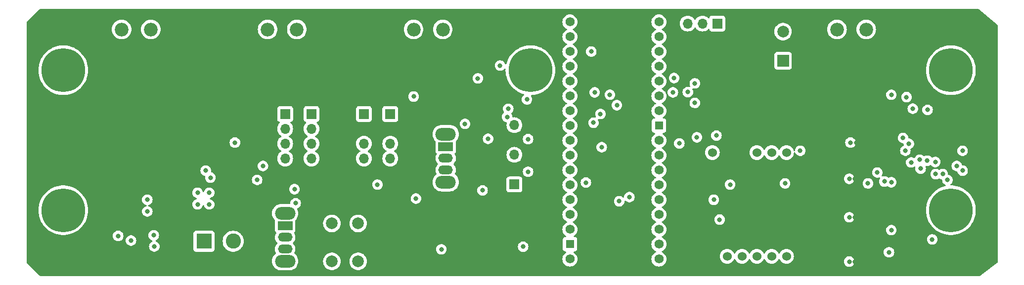
<source format=gbr>
%TF.GenerationSoftware,KiCad,Pcbnew,7.0.1-0*%
%TF.CreationDate,2023-07-27T20:08:02-04:00*%
%TF.ProjectId,Segway V3,53656777-6179-4205-9633-2e6b69636164,V1*%
%TF.SameCoordinates,Original*%
%TF.FileFunction,Copper,L3,Inr*%
%TF.FilePolarity,Positive*%
%FSLAX46Y46*%
G04 Gerber Fmt 4.6, Leading zero omitted, Abs format (unit mm)*
G04 Created by KiCad (PCBNEW 7.0.1-0) date 2023-07-27 20:08:02*
%MOMM*%
%LPD*%
G01*
G04 APERTURE LIST*
%TA.AperFunction,ComponentPad*%
%ADD10C,7.500000*%
%TD*%
%TA.AperFunction,ComponentPad*%
%ADD11C,2.340000*%
%TD*%
%TA.AperFunction,ComponentPad*%
%ADD12R,2.600000X2.600000*%
%TD*%
%TA.AperFunction,ComponentPad*%
%ADD13C,2.600000*%
%TD*%
%TA.AperFunction,ComponentPad*%
%ADD14R,1.700000X1.700000*%
%TD*%
%TA.AperFunction,ComponentPad*%
%ADD15O,1.700000X1.700000*%
%TD*%
%TA.AperFunction,ComponentPad*%
%ADD16C,2.000000*%
%TD*%
%TA.AperFunction,ComponentPad*%
%ADD17C,1.574800*%
%TD*%
%TA.AperFunction,ComponentPad*%
%ADD18R,1.473200X1.473200*%
%TD*%
%TA.AperFunction,ComponentPad*%
%ADD19C,1.524000*%
%TD*%
%TA.AperFunction,ComponentPad*%
%ADD20O,3.500000X2.200000*%
%TD*%
%TA.AperFunction,ComponentPad*%
%ADD21R,2.500000X1.500000*%
%TD*%
%TA.AperFunction,ComponentPad*%
%ADD22O,2.500000X1.500000*%
%TD*%
%TA.AperFunction,ComponentPad*%
%ADD23R,2.000000X2.000000*%
%TD*%
%TA.AperFunction,ViaPad*%
%ADD24C,0.800000*%
%TD*%
G04 APERTURE END LIST*
D10*
%TO.N,GND*%
%TO.C,REF\u002A\u002A*%
X80000000Y-112000000D03*
%TD*%
D11*
%TO.N,+3.3V*%
%TO.C,POT3*%
X150000000Y-105000000D03*
%TO.N,/A3*%
X145000000Y-105000000D03*
%TO.N,GND*%
X140000000Y-105000000D03*
%TD*%
%TO.N,+3.3V*%
%TO.C,POT2*%
X125000000Y-105000000D03*
%TO.N,/A1*%
X120000000Y-105000000D03*
%TO.N,GND*%
X115000000Y-105000000D03*
%TD*%
D12*
%TO.N,GND*%
%TO.C,J9*%
X104107502Y-141307500D03*
D13*
%TO.N,Net-(J9-Pin_2)*%
X109107502Y-141307500D03*
%TD*%
D14*
%TO.N,/BUCK_5V*%
%TO.C,J5*%
X122500000Y-119500000D03*
D15*
X122500000Y-122040000D03*
X122500000Y-124580000D03*
X122500000Y-127120000D03*
%TD*%
D16*
%TO.N,/RST*%
%TO.C,RST*%
X130500000Y-138262500D03*
X130500000Y-144762500D03*
%TO.N,GND*%
X126000000Y-138262500D03*
X126000000Y-144762500D03*
%TD*%
D14*
%TO.N,GND*%
%TO.C,J6*%
X131500000Y-119500000D03*
D15*
%TO.N,+3.3V*%
X131500000Y-122040000D03*
%TO.N,/SDA*%
X131500000Y-124580000D03*
%TO.N,/SCL*%
X131500000Y-127120000D03*
%TD*%
D17*
%TO.N,unconnected-(U1-VBAT-Pad1)*%
%TO.C,U1*%
X166760000Y-144360000D03*
D18*
%TO.N,GND*%
X166760000Y-141820000D03*
D17*
%TO.N,+5V*%
X166760000Y-139280000D03*
%TO.N,/LD01*%
X166760000Y-136740000D03*
%TO.N,/A0*%
X166760000Y-134200000D03*
%TO.N,/A1*%
X166760000Y-131660000D03*
%TO.N,/TFT_CS*%
X166760000Y-129120000D03*
%TO.N,/A3*%
X166760000Y-126580000D03*
%TO.N,/A4*%
X166760000Y-124040000D03*
%TO.N,/HALL_L_A*%
X166760000Y-121500000D03*
%TO.N,/HALL_L_B*%
X166760000Y-118960000D03*
%TO.N,/LDO2*%
X166760000Y-116420000D03*
%TO.N,/HALL_R_A*%
X166760000Y-113880000D03*
%TO.N,/HALL_R_B*%
X166760000Y-111340000D03*
%TO.N,/IMU_RST*%
X166760000Y-108800000D03*
%TO.N,/IMU_INT*%
X166760000Y-106260000D03*
%TO.N,/IMU_CS*%
X166760000Y-103720000D03*
%TO.N,unconnected-(U1-IO42-Pad18)*%
X182000000Y-103720000D03*
%TO.N,/TFT_RST*%
X182000000Y-106260000D03*
%TO.N,/DIR2*%
X182000000Y-108800000D03*
%TO.N,/DIR1*%
X182000000Y-111340000D03*
%TO.N,/MOTOR_EN*%
X182000000Y-113880000D03*
%TO.N,/RX*%
X182000000Y-116420000D03*
%TO.N,/TX*%
X182000000Y-118960000D03*
D18*
%TO.N,GND*%
X182000000Y-121500000D03*
D17*
%TO.N,/RST*%
X182000000Y-124040000D03*
%TO.N,/BAT_READING*%
X182000000Y-126580000D03*
%TO.N,/WS2812*%
X182000000Y-129120000D03*
%TO.N,/SDA*%
X182000000Y-131660000D03*
%TO.N,/SCL*%
X182000000Y-134200000D03*
%TO.N,/TFT_D{slash}C*%
X182000000Y-136740000D03*
%TO.N,/SCK*%
X182000000Y-139280000D03*
%TO.N,/MISO*%
X182000000Y-141820000D03*
%TO.N,/MOSI*%
X182000000Y-144360000D03*
%TD*%
D10*
%TO.N,GND*%
%TO.C,REF\u002A\u002A*%
X160000000Y-112000000D03*
%TD*%
D14*
%TO.N,GND*%
%TO.C,J2*%
X192000000Y-104000000D03*
D15*
%TO.N,Net-(J2-Pin_2)*%
X189460000Y-104000000D03*
%TO.N,/BUCK_5V*%
X186920000Y-104000000D03*
%TD*%
D11*
%TO.N,+3.3V*%
%TO.C,POT4*%
X222500000Y-105000000D03*
%TO.N,/A4*%
X217500000Y-105000000D03*
%TO.N,GND*%
X212500000Y-105000000D03*
%TD*%
D10*
%TO.N,GND*%
%TO.C,REF\u002A\u002A*%
X232000000Y-112000000D03*
%TD*%
D14*
%TO.N,/DIR1*%
%TO.C,J8*%
X157250000Y-131575000D03*
D15*
%TO.N,+3.3V*%
X157250000Y-129035000D03*
%TO.N,/DIR2*%
X157250000Y-126495000D03*
%TO.N,+3.3V*%
X157250000Y-123955000D03*
%TO.N,GND*%
X157250000Y-121415000D03*
%TD*%
D14*
%TO.N,GND*%
%TO.C,J7*%
X136000000Y-119500000D03*
D15*
%TO.N,+3.3V*%
X136000000Y-122040000D03*
%TO.N,/RX*%
X136000000Y-124580000D03*
%TO.N,/TX*%
X136000000Y-127120000D03*
%TD*%
D14*
%TO.N,+3.3V*%
%TO.C,J3*%
X127000000Y-119500000D03*
D15*
X127000000Y-122040000D03*
X127000000Y-124580000D03*
X127000000Y-127120000D03*
%TD*%
D10*
%TO.N,GND*%
%TO.C,REF\u002A\u002A*%
X80000000Y-136000000D03*
%TD*%
D19*
%TO.N,+3.3V*%
%TO.C,A1*%
X191150000Y-143890000D03*
%TO.N,unconnected-(A1-3Vo-Pad2)*%
X193690000Y-143890000D03*
%TO.N,GND*%
X196230000Y-143890000D03*
%TO.N,/SCK*%
X198770000Y-143890000D03*
%TO.N,/MISO*%
X201310000Y-143890000D03*
%TO.N,/IMU_INT*%
X203850000Y-143890000D03*
%TO.N,unconnected-(A1-BT-Pad7)*%
X191150000Y-126110000D03*
%TO.N,+3.3V*%
X193690000Y-126110000D03*
X196230000Y-126110000D03*
%TO.N,/IMU_RST*%
X198770000Y-126110000D03*
%TO.N,/MOSI*%
X201310000Y-126110000D03*
%TO.N,/IMU_CS*%
X203850000Y-126110000D03*
%TD*%
D14*
%TO.N,GND*%
%TO.C,J4*%
X118000000Y-119500000D03*
D15*
X118000000Y-122040000D03*
X118000000Y-124580000D03*
X118000000Y-127120000D03*
%TD*%
D20*
%TO.N,*%
%TO.C,S1*%
X118000000Y-136512500D03*
X118000000Y-144712500D03*
D21*
%TO.N,/VBAT*%
X118000000Y-138612500D03*
D22*
%TO.N,/PWR_EN*%
X118000000Y-140612500D03*
%TO.N,GND*%
X118000000Y-142612500D03*
%TD*%
D20*
%TO.N,*%
%TO.C,MOTOR_SW1*%
X145500000Y-122975000D03*
X145500000Y-131175000D03*
D21*
%TO.N,unconnected-(MOTOR_SW1-A-Pad1)*%
X145500000Y-125075000D03*
D22*
%TO.N,/MOTOR_EN*%
X145500000Y-127075000D03*
%TO.N,GND*%
X145500000Y-129075000D03*
%TD*%
D11*
%TO.N,+3.3V*%
%TO.C,POT1*%
X100000000Y-105000000D03*
%TO.N,/A0*%
X95000000Y-105000000D03*
%TO.N,GND*%
X90000000Y-105000000D03*
%TD*%
D10*
%TO.N,GND*%
%TO.C,REF\u002A\u002A*%
X232000000Y-136000000D03*
%TD*%
D23*
%TO.N,/BUCK_5V*%
%TO.C,C_LED1*%
X203250000Y-110367677D03*
D16*
%TO.N,GND*%
X203250000Y-105367677D03*
%TD*%
D24*
%TO.N,+3.3V*%
X172000000Y-131000000D03*
X173000000Y-130000000D03*
X142750000Y-142699500D03*
X172000000Y-132000000D03*
X171000000Y-132000000D03*
X150400000Y-131600000D03*
X173000000Y-132000000D03*
X222400000Y-133000000D03*
X187200000Y-122600000D03*
X215600000Y-137200000D03*
X215800000Y-124400000D03*
X221600000Y-118600000D03*
X223600000Y-118600000D03*
X224800000Y-120000000D03*
X156750000Y-142250000D03*
X215600000Y-130600000D03*
X215600000Y-144800000D03*
X173000000Y-131000000D03*
%TO.N,GND*%
X104400000Y-129200000D03*
X95600000Y-142200000D03*
X223800000Y-123600000D03*
X119800000Y-134800000D03*
X94400000Y-136200000D03*
X109400000Y-124400000D03*
X144750000Y-142699500D03*
X228000000Y-118800000D03*
X214800000Y-124400000D03*
X105000000Y-133000000D03*
X158750000Y-142250000D03*
X105000000Y-135000000D03*
X103000000Y-135000000D03*
X188500000Y-123500000D03*
X224800000Y-124600000D03*
X105200000Y-130400000D03*
X234000000Y-125800000D03*
X214600000Y-144800000D03*
X214600000Y-130600000D03*
X94400000Y-134200000D03*
X103000000Y-133000000D03*
X214600000Y-137200000D03*
%TO.N,/SCK*%
X192400000Y-137600000D03*
%TO.N,/IMU_INT*%
X170412299Y-108787701D03*
%TO.N,/BUCK_5V*%
X114200000Y-128400000D03*
%TO.N,/MOTOR_EN*%
X151000000Y-113400000D03*
%TO.N,/HALL_L_A*%
X151800000Y-132600000D03*
%TO.N,/HALL_L_B*%
X170800000Y-121000000D03*
X172200000Y-125200000D03*
%TO.N,/HALL_R_A*%
X152750000Y-123750000D03*
%TO.N,/HALL_R_B*%
X156000000Y-120000000D03*
%TO.N,/SCL*%
X140400000Y-134000000D03*
X191400000Y-134200000D03*
X176950000Y-133750000D03*
%TO.N,/SDA*%
X175200000Y-134449500D03*
X224400000Y-116600000D03*
X194200000Y-131600000D03*
X225475455Y-118599500D03*
X203600000Y-131400000D03*
X206200000Y-125800000D03*
X133800000Y-131600000D03*
%TO.N,/TX*%
X156200000Y-118600000D03*
X174800000Y-118000000D03*
X140000000Y-116500000D03*
X159400000Y-117000000D03*
%TO.N,/RX*%
X148800000Y-121200000D03*
X154800000Y-111200000D03*
%TO.N,/DIR1*%
X173600000Y-116200000D03*
X159600000Y-129400000D03*
%TO.N,/DIR2*%
X159600000Y-123800000D03*
X171000000Y-115800000D03*
%TO.N,Net-(Q1-Pad2)*%
X91600000Y-141200000D03*
X95500000Y-140300000D03*
%TO.N,+5V*%
X89400000Y-140400000D03*
%TO.N,/SD0*%
X225200000Y-127800000D03*
X226809659Y-128863000D03*
X221800000Y-131200000D03*
X227962000Y-127499688D03*
%TO.N,/SC0*%
X220600000Y-131063000D03*
X224200000Y-125800000D03*
%TO.N,/SD1*%
X229331188Y-127731188D03*
X229400000Y-129800000D03*
%TO.N,/SC1*%
X217800000Y-131400000D03*
X219400000Y-129526500D03*
%TO.N,/SC2*%
X228800000Y-141000000D03*
X221800000Y-139400000D03*
%TO.N,/SD3*%
X234000000Y-129200000D03*
X231400000Y-130800000D03*
%TO.N,/SC3*%
X230600000Y-129800000D03*
X233000000Y-128400000D03*
X221400000Y-143200000D03*
%TO.N,/WS2812*%
X184400000Y-115800000D03*
%TO.N,/PWR_EN*%
X113200000Y-130800000D03*
%TO.N,/RST*%
X191850000Y-123200000D03*
X221800000Y-116200000D03*
X226668812Y-127331188D03*
X185500000Y-124550000D03*
%TO.N,/BAT_READING*%
X119600000Y-132400000D03*
%TO.N,/TFT_RST*%
X184600000Y-113350000D03*
X188150000Y-114250000D03*
X188150000Y-117600000D03*
X186950000Y-115750000D03*
%TO.N,/LDO2*%
X169500000Y-131250000D03*
X172000000Y-119500000D03*
%TD*%
%TA.AperFunction,Conductor*%
%TO.N,+3.3V*%
G36*
X236747229Y-101507566D02*
G01*
X236784673Y-101529339D01*
X239955597Y-104212428D01*
X239987990Y-104254915D01*
X239999500Y-104307088D01*
X239999500Y-144776519D01*
X239999305Y-144783473D01*
X239993031Y-144895173D01*
X239993000Y-144895706D01*
X239989524Y-144953172D01*
X239974934Y-145004464D01*
X239940150Y-145044885D01*
X237460303Y-146904772D01*
X237048426Y-147213681D01*
X237033067Y-147225200D01*
X236997879Y-147243637D01*
X236958667Y-147250000D01*
X76051362Y-147250000D01*
X76003909Y-147240561D01*
X75963681Y-147213681D01*
X73786319Y-145036319D01*
X73759439Y-144996091D01*
X73750000Y-144948638D01*
X73750000Y-144712500D01*
X115744551Y-144712500D01*
X115764317Y-144963649D01*
X115823126Y-145208610D01*
X115840843Y-145251382D01*
X115919534Y-145441359D01*
X116051164Y-145656159D01*
X116214776Y-145847724D01*
X116406341Y-146011336D01*
X116621141Y-146142966D01*
X116853889Y-146239373D01*
X117098852Y-146298183D01*
X117287118Y-146313000D01*
X118712879Y-146313000D01*
X118712882Y-146313000D01*
X118901148Y-146298183D01*
X119146111Y-146239373D01*
X119378859Y-146142966D01*
X119593659Y-146011336D01*
X119785224Y-145847724D01*
X119948836Y-145656159D01*
X120080466Y-145441359D01*
X120176873Y-145208611D01*
X120235683Y-144963648D01*
X120251514Y-144762499D01*
X124494356Y-144762499D01*
X124514891Y-145010316D01*
X124514891Y-145010319D01*
X124514892Y-145010321D01*
X124575937Y-145251381D01*
X124611395Y-145332216D01*
X124675825Y-145479104D01*
X124675827Y-145479107D01*
X124811836Y-145687285D01*
X124980256Y-145870238D01*
X124980259Y-145870240D01*
X125176485Y-146022970D01*
X125176487Y-146022971D01*
X125176491Y-146022974D01*
X125395190Y-146141328D01*
X125630386Y-146222071D01*
X125875665Y-146263000D01*
X126124335Y-146263000D01*
X126369614Y-146222071D01*
X126604810Y-146141328D01*
X126823509Y-146022974D01*
X127019744Y-145870238D01*
X127188164Y-145687285D01*
X127324173Y-145479107D01*
X127424063Y-145251381D01*
X127485108Y-145010321D01*
X127505643Y-144762500D01*
X127505643Y-144762499D01*
X128994356Y-144762499D01*
X129014891Y-145010316D01*
X129014891Y-145010319D01*
X129014892Y-145010321D01*
X129075937Y-145251381D01*
X129111395Y-145332216D01*
X129175825Y-145479104D01*
X129175827Y-145479107D01*
X129311836Y-145687285D01*
X129480256Y-145870238D01*
X129480259Y-145870240D01*
X129676485Y-146022970D01*
X129676487Y-146022971D01*
X129676491Y-146022974D01*
X129895190Y-146141328D01*
X130130386Y-146222071D01*
X130375665Y-146263000D01*
X130624335Y-146263000D01*
X130869614Y-146222071D01*
X131104810Y-146141328D01*
X131323509Y-146022974D01*
X131519744Y-145870238D01*
X131688164Y-145687285D01*
X131824173Y-145479107D01*
X131924063Y-145251381D01*
X131985108Y-145010321D01*
X132005643Y-144762500D01*
X131985108Y-144514679D01*
X131945938Y-144359999D01*
X165467179Y-144359999D01*
X165486820Y-144584493D01*
X165494122Y-144611744D01*
X165534517Y-144762500D01*
X165545148Y-144802173D01*
X165640382Y-145006406D01*
X165640385Y-145006410D01*
X165769642Y-145191009D01*
X165928991Y-145350358D01*
X166113590Y-145479615D01*
X166113593Y-145479617D01*
X166280418Y-145557407D01*
X166317830Y-145574853D01*
X166535504Y-145633179D01*
X166760000Y-145652820D01*
X166984496Y-145633179D01*
X167202170Y-145574853D01*
X167406410Y-145479615D01*
X167591009Y-145350358D01*
X167750358Y-145191009D01*
X167879615Y-145006410D01*
X167880523Y-145004464D01*
X167918663Y-144922671D01*
X167974853Y-144802170D01*
X168033179Y-144584496D01*
X168052820Y-144360000D01*
X168052820Y-144359999D01*
X180707179Y-144359999D01*
X180726820Y-144584493D01*
X180734122Y-144611744D01*
X180774517Y-144762500D01*
X180785148Y-144802173D01*
X180880382Y-145006406D01*
X180880385Y-145006410D01*
X181009642Y-145191009D01*
X181168991Y-145350358D01*
X181353590Y-145479615D01*
X181353593Y-145479617D01*
X181520418Y-145557407D01*
X181557830Y-145574853D01*
X181775504Y-145633179D01*
X182000000Y-145652820D01*
X182224496Y-145633179D01*
X182442170Y-145574853D01*
X182646410Y-145479615D01*
X182831009Y-145350358D01*
X182990358Y-145191009D01*
X183119615Y-145006410D01*
X183120523Y-145004464D01*
X183158663Y-144922671D01*
X183214853Y-144802170D01*
X183273179Y-144584496D01*
X183292820Y-144360000D01*
X183273179Y-144135504D01*
X183214853Y-143917830D01*
X183201876Y-143890000D01*
X192422676Y-143890000D01*
X192441929Y-144110065D01*
X192499106Y-144323451D01*
X192563410Y-144461352D01*
X192592466Y-144523662D01*
X192719174Y-144704620D01*
X192875380Y-144860826D01*
X193056338Y-144987534D01*
X193256550Y-145080894D01*
X193469932Y-145138070D01*
X193690000Y-145157323D01*
X193910068Y-145138070D01*
X194123450Y-145080894D01*
X194323662Y-144987534D01*
X194504620Y-144860826D01*
X194660826Y-144704620D01*
X194787534Y-144523662D01*
X194847617Y-144394811D01*
X194893375Y-144342635D01*
X194960000Y-144323216D01*
X195026625Y-144342635D01*
X195072382Y-144394811D01*
X195132466Y-144523662D01*
X195259174Y-144704620D01*
X195415380Y-144860826D01*
X195596338Y-144987534D01*
X195796550Y-145080894D01*
X196009932Y-145138070D01*
X196230000Y-145157323D01*
X196450068Y-145138070D01*
X196663450Y-145080894D01*
X196863662Y-144987534D01*
X197044620Y-144860826D01*
X197200826Y-144704620D01*
X197327534Y-144523662D01*
X197387617Y-144394811D01*
X197433375Y-144342635D01*
X197500000Y-144323216D01*
X197566625Y-144342635D01*
X197612382Y-144394811D01*
X197672466Y-144523662D01*
X197799174Y-144704620D01*
X197955380Y-144860826D01*
X198136338Y-144987534D01*
X198336550Y-145080894D01*
X198549932Y-145138070D01*
X198770000Y-145157323D01*
X198990068Y-145138070D01*
X199203450Y-145080894D01*
X199403662Y-144987534D01*
X199584620Y-144860826D01*
X199740826Y-144704620D01*
X199867534Y-144523662D01*
X199927617Y-144394811D01*
X199973375Y-144342635D01*
X200040000Y-144323216D01*
X200106625Y-144342635D01*
X200152382Y-144394811D01*
X200212466Y-144523662D01*
X200339174Y-144704620D01*
X200495380Y-144860826D01*
X200676338Y-144987534D01*
X200876550Y-145080894D01*
X201089932Y-145138070D01*
X201310000Y-145157323D01*
X201530068Y-145138070D01*
X201743450Y-145080894D01*
X201943662Y-144987534D01*
X202124620Y-144860826D01*
X202280826Y-144704620D01*
X202407534Y-144523662D01*
X202467617Y-144394811D01*
X202513375Y-144342635D01*
X202580000Y-144323216D01*
X202646625Y-144342635D01*
X202692382Y-144394811D01*
X202752466Y-144523662D01*
X202879174Y-144704620D01*
X203035380Y-144860826D01*
X203216338Y-144987534D01*
X203416550Y-145080894D01*
X203629932Y-145138070D01*
X203850000Y-145157323D01*
X204070068Y-145138070D01*
X204283450Y-145080894D01*
X204483662Y-144987534D01*
X204664620Y-144860826D01*
X204725447Y-144799999D01*
X213694540Y-144799999D01*
X213714326Y-144988257D01*
X213772820Y-145168284D01*
X213867466Y-145332216D01*
X213994129Y-145472889D01*
X214147269Y-145584151D01*
X214320197Y-145661144D01*
X214505352Y-145700500D01*
X214505354Y-145700500D01*
X214694646Y-145700500D01*
X214694648Y-145700500D01*
X214818083Y-145674262D01*
X214879803Y-145661144D01*
X215052730Y-145584151D01*
X215190014Y-145484409D01*
X215205870Y-145472889D01*
X215332533Y-145332216D01*
X215427179Y-145168284D01*
X215455574Y-145080893D01*
X215485674Y-144988256D01*
X215505460Y-144800000D01*
X215485674Y-144611744D01*
X215454135Y-144514679D01*
X215427179Y-144431715D01*
X215332533Y-144267783D01*
X215205870Y-144127110D01*
X215052730Y-144015848D01*
X214879802Y-143938855D01*
X214694648Y-143899500D01*
X214694646Y-143899500D01*
X214505354Y-143899500D01*
X214505352Y-143899500D01*
X214320197Y-143938855D01*
X214147269Y-144015848D01*
X213994129Y-144127110D01*
X213867466Y-144267783D01*
X213772820Y-144431715D01*
X213714326Y-144611742D01*
X213694540Y-144799999D01*
X204725447Y-144799999D01*
X204820826Y-144704620D01*
X204947534Y-144523662D01*
X205040894Y-144323450D01*
X205098070Y-144110068D01*
X205117323Y-143890000D01*
X205098070Y-143669932D01*
X205040894Y-143456550D01*
X204947534Y-143256339D01*
X204908085Y-143200000D01*
X220494540Y-143200000D01*
X220514326Y-143388257D01*
X220572820Y-143568284D01*
X220667466Y-143732216D01*
X220794129Y-143872889D01*
X220947269Y-143984151D01*
X221120197Y-144061144D01*
X221305352Y-144100500D01*
X221305354Y-144100500D01*
X221494646Y-144100500D01*
X221494648Y-144100500D01*
X221618084Y-144074262D01*
X221679803Y-144061144D01*
X221852730Y-143984151D01*
X221853435Y-143983639D01*
X222005870Y-143872889D01*
X222132533Y-143732216D01*
X222227179Y-143568284D01*
X222239947Y-143528987D01*
X222285674Y-143388256D01*
X222305460Y-143200000D01*
X222285674Y-143011744D01*
X222227179Y-142831716D01*
X222227179Y-142831715D01*
X222132533Y-142667783D01*
X222005870Y-142527110D01*
X221852730Y-142415848D01*
X221679802Y-142338855D01*
X221494648Y-142299500D01*
X221494646Y-142299500D01*
X221305354Y-142299500D01*
X221305352Y-142299500D01*
X221120197Y-142338855D01*
X220947269Y-142415848D01*
X220794129Y-142527110D01*
X220667466Y-142667783D01*
X220572820Y-142831715D01*
X220514326Y-143011742D01*
X220494540Y-143200000D01*
X204908085Y-143200000D01*
X204820826Y-143075380D01*
X204664620Y-142919174D01*
X204483662Y-142792466D01*
X204459152Y-142781037D01*
X204283451Y-142699106D01*
X204070065Y-142641929D01*
X203850000Y-142622676D01*
X203629934Y-142641929D01*
X203416548Y-142699106D01*
X203216338Y-142792466D01*
X203035379Y-142919174D01*
X202879174Y-143075379D01*
X202752466Y-143256338D01*
X202692382Y-143385189D01*
X202646625Y-143437365D01*
X202580000Y-143456784D01*
X202513375Y-143437365D01*
X202467618Y-143385189D01*
X202436268Y-143317960D01*
X202407534Y-143256339D01*
X202280826Y-143075380D01*
X202124620Y-142919174D01*
X201943662Y-142792466D01*
X201919152Y-142781037D01*
X201743451Y-142699106D01*
X201530065Y-142641929D01*
X201310000Y-142622676D01*
X201089934Y-142641929D01*
X200876548Y-142699106D01*
X200676338Y-142792466D01*
X200495379Y-142919174D01*
X200339174Y-143075379D01*
X200212466Y-143256338D01*
X200152382Y-143385189D01*
X200106625Y-143437365D01*
X200040000Y-143456784D01*
X199973375Y-143437365D01*
X199927618Y-143385189D01*
X199896268Y-143317960D01*
X199867534Y-143256339D01*
X199740826Y-143075380D01*
X199584620Y-142919174D01*
X199403662Y-142792466D01*
X199379152Y-142781037D01*
X199203451Y-142699106D01*
X198990065Y-142641929D01*
X198770000Y-142622676D01*
X198549934Y-142641929D01*
X198336548Y-142699106D01*
X198136338Y-142792466D01*
X197955379Y-142919174D01*
X197799174Y-143075379D01*
X197672466Y-143256338D01*
X197612382Y-143385189D01*
X197566625Y-143437365D01*
X197500000Y-143456784D01*
X197433375Y-143437365D01*
X197387618Y-143385189D01*
X197356268Y-143317960D01*
X197327534Y-143256339D01*
X197200826Y-143075380D01*
X197044620Y-142919174D01*
X196863662Y-142792466D01*
X196839152Y-142781037D01*
X196663451Y-142699106D01*
X196450065Y-142641929D01*
X196230000Y-142622676D01*
X196009934Y-142641929D01*
X195796548Y-142699106D01*
X195596338Y-142792466D01*
X195415379Y-142919174D01*
X195259174Y-143075379D01*
X195132466Y-143256338D01*
X195072382Y-143385189D01*
X195026625Y-143437365D01*
X194960000Y-143456784D01*
X194893375Y-143437365D01*
X194847618Y-143385189D01*
X194816268Y-143317960D01*
X194787534Y-143256339D01*
X194660826Y-143075380D01*
X194504620Y-142919174D01*
X194323662Y-142792466D01*
X194299152Y-142781037D01*
X194123451Y-142699106D01*
X193910065Y-142641929D01*
X193690000Y-142622676D01*
X193469934Y-142641929D01*
X193256548Y-142699106D01*
X193056338Y-142792466D01*
X192875379Y-142919174D01*
X192719174Y-143075379D01*
X192592466Y-143256338D01*
X192499106Y-143456548D01*
X192441929Y-143669934D01*
X192422676Y-143890000D01*
X183201876Y-143890000D01*
X183177495Y-143837714D01*
X183119617Y-143713593D01*
X183078421Y-143654759D01*
X182990358Y-143528991D01*
X182831009Y-143369642D01*
X182646410Y-143240385D01*
X182564912Y-143202382D01*
X182512737Y-143156626D01*
X182493317Y-143090000D01*
X182512737Y-143023374D01*
X182564912Y-142977617D01*
X182646410Y-142939615D01*
X182831009Y-142810358D01*
X182990358Y-142651009D01*
X183119615Y-142466410D01*
X183214853Y-142262170D01*
X183273179Y-142044496D01*
X183292820Y-141820000D01*
X183273179Y-141595504D01*
X183214853Y-141377830D01*
X183178794Y-141300500D01*
X183119617Y-141173593D01*
X183102185Y-141148697D01*
X182998067Y-141000000D01*
X227894540Y-141000000D01*
X227914326Y-141188257D01*
X227972820Y-141368284D01*
X228067466Y-141532216D01*
X228194129Y-141672889D01*
X228347269Y-141784151D01*
X228520197Y-141861144D01*
X228705352Y-141900500D01*
X228705354Y-141900500D01*
X228894646Y-141900500D01*
X228894648Y-141900500D01*
X229024551Y-141872888D01*
X229079803Y-141861144D01*
X229252730Y-141784151D01*
X229306844Y-141744835D01*
X229405870Y-141672889D01*
X229410468Y-141667783D01*
X229532533Y-141532216D01*
X229627179Y-141368284D01*
X229685674Y-141188256D01*
X229705460Y-141000000D01*
X229685674Y-140811744D01*
X229639238Y-140668830D01*
X229627179Y-140631715D01*
X229532533Y-140467783D01*
X229405870Y-140327110D01*
X229252730Y-140215848D01*
X229079802Y-140138855D01*
X228894648Y-140099500D01*
X228894646Y-140099500D01*
X228705354Y-140099500D01*
X228705352Y-140099500D01*
X228520197Y-140138855D01*
X228347269Y-140215848D01*
X228194129Y-140327110D01*
X228067466Y-140467783D01*
X227972820Y-140631715D01*
X227914326Y-140811742D01*
X227894540Y-141000000D01*
X182998067Y-141000000D01*
X182990358Y-140988991D01*
X182831009Y-140829642D01*
X182646410Y-140700385D01*
X182646409Y-140700384D01*
X182646407Y-140700383D01*
X182564912Y-140662381D01*
X182512736Y-140616624D01*
X182493317Y-140549998D01*
X182512737Y-140483372D01*
X182564911Y-140437618D01*
X182646410Y-140399615D01*
X182831009Y-140270358D01*
X182990358Y-140111009D01*
X183119615Y-139926410D01*
X183126805Y-139910992D01*
X183145558Y-139870774D01*
X183214853Y-139722170D01*
X183273179Y-139504496D01*
X183282321Y-139399999D01*
X220894540Y-139399999D01*
X220914326Y-139588257D01*
X220972820Y-139768284D01*
X221067466Y-139932216D01*
X221194129Y-140072889D01*
X221347269Y-140184151D01*
X221520197Y-140261144D01*
X221705352Y-140300500D01*
X221705354Y-140300500D01*
X221894646Y-140300500D01*
X221894648Y-140300500D01*
X222036473Y-140270354D01*
X222079803Y-140261144D01*
X222252730Y-140184151D01*
X222252730Y-140184150D01*
X222405870Y-140072889D01*
X222442943Y-140031716D01*
X222532533Y-139932216D01*
X222627179Y-139768284D01*
X222685674Y-139588256D01*
X222705460Y-139400000D01*
X222685674Y-139211744D01*
X222627179Y-139031716D01*
X222627179Y-139031715D01*
X222532533Y-138867783D01*
X222405870Y-138727110D01*
X222252730Y-138615848D01*
X222079802Y-138538855D01*
X221894648Y-138499500D01*
X221894646Y-138499500D01*
X221705354Y-138499500D01*
X221705352Y-138499500D01*
X221520197Y-138538855D01*
X221347269Y-138615848D01*
X221194129Y-138727110D01*
X221067466Y-138867783D01*
X220972820Y-139031715D01*
X220914326Y-139211742D01*
X220894540Y-139399999D01*
X183282321Y-139399999D01*
X183292820Y-139280000D01*
X183273179Y-139055504D01*
X183214853Y-138837830D01*
X183174542Y-138751382D01*
X183119617Y-138633593D01*
X183117423Y-138630459D01*
X182990358Y-138448991D01*
X182831009Y-138289642D01*
X182646410Y-138160385D01*
X182646409Y-138160384D01*
X182646407Y-138160383D01*
X182564912Y-138122381D01*
X182512736Y-138076624D01*
X182493317Y-138009998D01*
X182512737Y-137943372D01*
X182564911Y-137897618D01*
X182646410Y-137859615D01*
X182831009Y-137730358D01*
X182961367Y-137600000D01*
X191494540Y-137600000D01*
X191514326Y-137788257D01*
X191572820Y-137968284D01*
X191667466Y-138132216D01*
X191794129Y-138272889D01*
X191947269Y-138384151D01*
X192120197Y-138461144D01*
X192305352Y-138500500D01*
X192305354Y-138500500D01*
X192494646Y-138500500D01*
X192494648Y-138500500D01*
X192618084Y-138474262D01*
X192679803Y-138461144D01*
X192852730Y-138384151D01*
X193005871Y-138272888D01*
X193132533Y-138132216D01*
X193227179Y-137968284D01*
X193285674Y-137788256D01*
X193305460Y-137600000D01*
X193285674Y-137411744D01*
X193230313Y-137241360D01*
X193227179Y-137231715D01*
X193208868Y-137199999D01*
X213694540Y-137199999D01*
X213714326Y-137388257D01*
X213772820Y-137568284D01*
X213867466Y-137732216D01*
X213994129Y-137872889D01*
X214147269Y-137984151D01*
X214320197Y-138061144D01*
X214505352Y-138100500D01*
X214505354Y-138100500D01*
X214694646Y-138100500D01*
X214694648Y-138100500D01*
X214860970Y-138065147D01*
X214879803Y-138061144D01*
X215052730Y-137984151D01*
X215205871Y-137872888D01*
X215332533Y-137732216D01*
X215427179Y-137568284D01*
X215485674Y-137388256D01*
X215505460Y-137200000D01*
X215485674Y-137011744D01*
X215427179Y-136831716D01*
X215427179Y-136831715D01*
X215332533Y-136667783D01*
X215205870Y-136527110D01*
X215052730Y-136415848D01*
X214879802Y-136338855D01*
X214694648Y-136299500D01*
X214694646Y-136299500D01*
X214505354Y-136299500D01*
X214505352Y-136299500D01*
X214320197Y-136338855D01*
X214147269Y-136415848D01*
X213994129Y-136527110D01*
X213867466Y-136667783D01*
X213772820Y-136831715D01*
X213714326Y-137011742D01*
X213694540Y-137199999D01*
X193208868Y-137199999D01*
X193132533Y-137067783D01*
X193005870Y-136927110D01*
X192852730Y-136815848D01*
X192679802Y-136738855D01*
X192494648Y-136699500D01*
X192494646Y-136699500D01*
X192305354Y-136699500D01*
X192305352Y-136699500D01*
X192120197Y-136738855D01*
X191947269Y-136815848D01*
X191794129Y-136927110D01*
X191667466Y-137067783D01*
X191572820Y-137231715D01*
X191514326Y-137411742D01*
X191494540Y-137600000D01*
X182961367Y-137600000D01*
X182990358Y-137571009D01*
X183119615Y-137386410D01*
X183214853Y-137182170D01*
X183273179Y-136964496D01*
X183292820Y-136740000D01*
X183273179Y-136515504D01*
X183214853Y-136297830D01*
X183197407Y-136260418D01*
X183119617Y-136093593D01*
X183119615Y-136093590D01*
X183054083Y-136000000D01*
X227744680Y-136000000D01*
X227763948Y-136404494D01*
X227821579Y-136805325D01*
X227870896Y-137008611D01*
X227917051Y-137198867D01*
X228049496Y-137581542D01*
X228217720Y-137949900D01*
X228420197Y-138300601D01*
X228655089Y-138630459D01*
X228655093Y-138630464D01*
X228920280Y-138936507D01*
X229213358Y-139215956D01*
X229531672Y-139466281D01*
X229531679Y-139466285D01*
X229531681Y-139466287D01*
X229872331Y-139685210D01*
X229872337Y-139685213D01*
X229872340Y-139685215D01*
X230232276Y-139870775D01*
X230608221Y-140021281D01*
X230996770Y-140135369D01*
X231394405Y-140212007D01*
X231797524Y-140250500D01*
X232202471Y-140250500D01*
X232202476Y-140250500D01*
X232605595Y-140212007D01*
X233003230Y-140135369D01*
X233391779Y-140021281D01*
X233767724Y-139870775D01*
X234127660Y-139685215D01*
X234468328Y-139466281D01*
X234786642Y-139215956D01*
X235079720Y-138936507D01*
X235344907Y-138630464D01*
X235579803Y-138300600D01*
X235782279Y-137949900D01*
X235950503Y-137581543D01*
X236082950Y-137198862D01*
X236178421Y-136805325D01*
X236236052Y-136404494D01*
X236255320Y-136000000D01*
X236236052Y-135595506D01*
X236178421Y-135194675D01*
X236082950Y-134801138D01*
X236017399Y-134611742D01*
X235950503Y-134418457D01*
X235782279Y-134050099D01*
X235579802Y-133699398D01*
X235344910Y-133369540D01*
X235344434Y-133368991D01*
X235079720Y-133063493D01*
X234786642Y-132784044D01*
X234468328Y-132533719D01*
X234468321Y-132533715D01*
X234468318Y-132533712D01*
X234127668Y-132314789D01*
X234023611Y-132261144D01*
X233767724Y-132129225D01*
X233391779Y-131978719D01*
X233391778Y-131978718D01*
X233391774Y-131978717D01*
X233003228Y-131864630D01*
X232605601Y-131787994D01*
X232605599Y-131787993D01*
X232605595Y-131787993D01*
X232202476Y-131749500D01*
X232006780Y-131749500D01*
X231947042Y-131734162D01*
X231902083Y-131691942D01*
X231883025Y-131633286D01*
X231894582Y-131572703D01*
X231933895Y-131525182D01*
X232005870Y-131472889D01*
X232043332Y-131431284D01*
X232132533Y-131332216D01*
X232227179Y-131168284D01*
X232285674Y-130988256D01*
X232305460Y-130800000D01*
X232285674Y-130611744D01*
X232250140Y-130502381D01*
X232227179Y-130431715D01*
X232132533Y-130267783D01*
X232005870Y-130127110D01*
X231852730Y-130015848D01*
X231679802Y-129938855D01*
X231604204Y-129922786D01*
X231550263Y-129896472D01*
X231514999Y-129847908D01*
X231510054Y-129812621D01*
X231506822Y-129812961D01*
X231502594Y-129772734D01*
X231485674Y-129611744D01*
X231455332Y-129518363D01*
X231427179Y-129431715D01*
X231332533Y-129267783D01*
X231205870Y-129127110D01*
X231052730Y-129015848D01*
X230879802Y-128938855D01*
X230694648Y-128899500D01*
X230694646Y-128899500D01*
X230505354Y-128899500D01*
X230505352Y-128899500D01*
X230320197Y-128938855D01*
X230147270Y-129015848D01*
X230072883Y-129069892D01*
X230025779Y-129090864D01*
X229974217Y-129090863D01*
X229927114Y-129069891D01*
X229852730Y-129015848D01*
X229679802Y-128938855D01*
X229494648Y-128899500D01*
X229494646Y-128899500D01*
X229305354Y-128899500D01*
X229305352Y-128899500D01*
X229120197Y-128938855D01*
X228947269Y-129015848D01*
X228794129Y-129127110D01*
X228667466Y-129267783D01*
X228572820Y-129431715D01*
X228514326Y-129611742D01*
X228494540Y-129800000D01*
X228514326Y-129988257D01*
X228572820Y-130168284D01*
X228667466Y-130332216D01*
X228794129Y-130472889D01*
X228947269Y-130584151D01*
X229120197Y-130661144D01*
X229305352Y-130700500D01*
X229305354Y-130700500D01*
X229494646Y-130700500D01*
X229494648Y-130700500D01*
X229618084Y-130674262D01*
X229679803Y-130661144D01*
X229852730Y-130584151D01*
X229927116Y-130530105D01*
X229974219Y-130509135D01*
X230025781Y-130509135D01*
X230072883Y-130530105D01*
X230147270Y-130584151D01*
X230147271Y-130584151D01*
X230147272Y-130584152D01*
X230320194Y-130661143D01*
X230320195Y-130661143D01*
X230320197Y-130661144D01*
X230395796Y-130677212D01*
X230449709Y-130703504D01*
X230484975Y-130752028D01*
X230489952Y-130787377D01*
X230493178Y-130787039D01*
X230494540Y-130799999D01*
X230494540Y-130800000D01*
X230507517Y-130923478D01*
X230514326Y-130988257D01*
X230572820Y-131168284D01*
X230667466Y-131332216D01*
X230794129Y-131472889D01*
X230947267Y-131584150D01*
X231041598Y-131626149D01*
X231090217Y-131664835D01*
X231113967Y-131722248D01*
X231106886Y-131783974D01*
X231070751Y-131834517D01*
X231014635Y-131861187D01*
X230996773Y-131864630D01*
X230608225Y-131978717D01*
X230232276Y-132129225D01*
X229872331Y-132314789D01*
X229531681Y-132533712D01*
X229213354Y-132784047D01*
X228920280Y-133063492D01*
X228655089Y-133369540D01*
X228420197Y-133699398D01*
X228217720Y-134050099D01*
X228049496Y-134418457D01*
X227917051Y-134801132D01*
X227872294Y-134985626D01*
X227821579Y-135194675D01*
X227763948Y-135595506D01*
X227744680Y-136000000D01*
X183054083Y-136000000D01*
X182990358Y-135908991D01*
X182831009Y-135749642D01*
X182646410Y-135620385D01*
X182564912Y-135582382D01*
X182512737Y-135536626D01*
X182493317Y-135470000D01*
X182512737Y-135403374D01*
X182564912Y-135357617D01*
X182646410Y-135319615D01*
X182831009Y-135190358D01*
X182990358Y-135031009D01*
X183119615Y-134846410D01*
X183214853Y-134642170D01*
X183273179Y-134424496D01*
X183292820Y-134200000D01*
X183292820Y-134199999D01*
X190494540Y-134199999D01*
X190514326Y-134388257D01*
X190572820Y-134568284D01*
X190667466Y-134732216D01*
X190794129Y-134872889D01*
X190947269Y-134984151D01*
X191120197Y-135061144D01*
X191305352Y-135100500D01*
X191305354Y-135100500D01*
X191494646Y-135100500D01*
X191494648Y-135100500D01*
X191618084Y-135074262D01*
X191679803Y-135061144D01*
X191852730Y-134984151D01*
X192005871Y-134872888D01*
X192132533Y-134732216D01*
X192227179Y-134568284D01*
X192285674Y-134388256D01*
X192305460Y-134200000D01*
X192285674Y-134011744D01*
X192249528Y-133900500D01*
X192227179Y-133831715D01*
X192132533Y-133667783D01*
X192005870Y-133527110D01*
X191852730Y-133415848D01*
X191679802Y-133338855D01*
X191494648Y-133299500D01*
X191494646Y-133299500D01*
X191305354Y-133299500D01*
X191305352Y-133299500D01*
X191120197Y-133338855D01*
X190947269Y-133415848D01*
X190794129Y-133527110D01*
X190667466Y-133667783D01*
X190572820Y-133831715D01*
X190514326Y-134011742D01*
X190494540Y-134199999D01*
X183292820Y-134199999D01*
X183273179Y-133975504D01*
X183214853Y-133757830D01*
X183171728Y-133665348D01*
X183119617Y-133553593D01*
X183101075Y-133527112D01*
X182990358Y-133368991D01*
X182831009Y-133209642D01*
X182646410Y-133080385D01*
X182646409Y-133080384D01*
X182646407Y-133080383D01*
X182564912Y-133042381D01*
X182512736Y-132996624D01*
X182493317Y-132929998D01*
X182512737Y-132863372D01*
X182564911Y-132817618D01*
X182646410Y-132779615D01*
X182831009Y-132650358D01*
X182990358Y-132491009D01*
X183119615Y-132306410D01*
X183214853Y-132102170D01*
X183273179Y-131884496D01*
X183292820Y-131660000D01*
X183287571Y-131600000D01*
X193294540Y-131600000D01*
X193314326Y-131788257D01*
X193372820Y-131968284D01*
X193467466Y-132132216D01*
X193594129Y-132272889D01*
X193747269Y-132384151D01*
X193920197Y-132461144D01*
X194105352Y-132500500D01*
X194105354Y-132500500D01*
X194294646Y-132500500D01*
X194294648Y-132500500D01*
X194424641Y-132472869D01*
X194479803Y-132461144D01*
X194652730Y-132384151D01*
X194748199Y-132314789D01*
X194805870Y-132272889D01*
X194842943Y-132231716D01*
X194932533Y-132132216D01*
X195027179Y-131968284D01*
X195085674Y-131788256D01*
X195105460Y-131600000D01*
X195085674Y-131411744D01*
X195081858Y-131400000D01*
X202694540Y-131400000D01*
X202714326Y-131588257D01*
X202772820Y-131768284D01*
X202867466Y-131932216D01*
X202994129Y-132072889D01*
X203147269Y-132184151D01*
X203320197Y-132261144D01*
X203505352Y-132300500D01*
X203505354Y-132300500D01*
X203694646Y-132300500D01*
X203694648Y-132300500D01*
X203824551Y-132272888D01*
X203879803Y-132261144D01*
X204052730Y-132184151D01*
X204099047Y-132150500D01*
X204205870Y-132072889D01*
X204210468Y-132067783D01*
X204332533Y-131932216D01*
X204427179Y-131768284D01*
X204485674Y-131588256D01*
X204505460Y-131400000D01*
X204485674Y-131211744D01*
X204427179Y-131031716D01*
X204427179Y-131031715D01*
X204332533Y-130867783D01*
X204205870Y-130727110D01*
X204052730Y-130615848D01*
X204017135Y-130600000D01*
X213694540Y-130600000D01*
X213702655Y-130677211D01*
X213714326Y-130788257D01*
X213772820Y-130968284D01*
X213867466Y-131132216D01*
X213994129Y-131272889D01*
X214147269Y-131384151D01*
X214320197Y-131461144D01*
X214505352Y-131500500D01*
X214505354Y-131500500D01*
X214694646Y-131500500D01*
X214694648Y-131500500D01*
X214824551Y-131472888D01*
X214879803Y-131461144D01*
X215017133Y-131400000D01*
X216894540Y-131400000D01*
X216914326Y-131588257D01*
X216972820Y-131768284D01*
X217067466Y-131932216D01*
X217194129Y-132072889D01*
X217347269Y-132184151D01*
X217520197Y-132261144D01*
X217705352Y-132300500D01*
X217705354Y-132300500D01*
X217894646Y-132300500D01*
X217894648Y-132300500D01*
X218024551Y-132272888D01*
X218079803Y-132261144D01*
X218252730Y-132184151D01*
X218299047Y-132150500D01*
X218405870Y-132072889D01*
X218410468Y-132067783D01*
X218532533Y-131932216D01*
X218627179Y-131768284D01*
X218685674Y-131588256D01*
X218705460Y-131400000D01*
X218685674Y-131211744D01*
X218627179Y-131031716D01*
X218627179Y-131031715D01*
X218532533Y-130867783D01*
X218405870Y-130727110D01*
X218252730Y-130615848D01*
X218079802Y-130538855D01*
X217894648Y-130499500D01*
X217894646Y-130499500D01*
X217705354Y-130499500D01*
X217705352Y-130499500D01*
X217520197Y-130538855D01*
X217347269Y-130615848D01*
X217194129Y-130727110D01*
X217067466Y-130867783D01*
X216972820Y-131031715D01*
X216914326Y-131211742D01*
X216894540Y-131400000D01*
X215017133Y-131400000D01*
X215052730Y-131384151D01*
X215205871Y-131272888D01*
X215332533Y-131132216D01*
X215427179Y-130968284D01*
X215485674Y-130788256D01*
X215505460Y-130600000D01*
X215485674Y-130411744D01*
X215449528Y-130300500D01*
X215427179Y-130231715D01*
X215332533Y-130067783D01*
X215205870Y-129927110D01*
X215052730Y-129815848D01*
X214879802Y-129738855D01*
X214694648Y-129699500D01*
X214694646Y-129699500D01*
X214505354Y-129699500D01*
X214505352Y-129699500D01*
X214320197Y-129738855D01*
X214147269Y-129815848D01*
X213994129Y-129927110D01*
X213867466Y-130067783D01*
X213772820Y-130231715D01*
X213714326Y-130411742D01*
X213696206Y-130584151D01*
X213694540Y-130600000D01*
X204017135Y-130600000D01*
X203879802Y-130538855D01*
X203694648Y-130499500D01*
X203694646Y-130499500D01*
X203505354Y-130499500D01*
X203505352Y-130499500D01*
X203320197Y-130538855D01*
X203147269Y-130615848D01*
X202994129Y-130727110D01*
X202867466Y-130867783D01*
X202772820Y-131031715D01*
X202714326Y-131211742D01*
X202694540Y-131400000D01*
X195081858Y-131400000D01*
X195036741Y-131261144D01*
X195027179Y-131231715D01*
X194932533Y-131067783D01*
X194805870Y-130927110D01*
X194652730Y-130815848D01*
X194479802Y-130738855D01*
X194294648Y-130699500D01*
X194294646Y-130699500D01*
X194105354Y-130699500D01*
X194105352Y-130699500D01*
X193920197Y-130738855D01*
X193747269Y-130815848D01*
X193594129Y-130927110D01*
X193467466Y-131067783D01*
X193372820Y-131231715D01*
X193314326Y-131411742D01*
X193294540Y-131600000D01*
X183287571Y-131600000D01*
X183273179Y-131435504D01*
X183214853Y-131217830D01*
X183194881Y-131175000D01*
X183119617Y-131013593D01*
X183118321Y-131011742D01*
X182990358Y-130828991D01*
X182831009Y-130669642D01*
X182646410Y-130540385D01*
X182564912Y-130502382D01*
X182512737Y-130456626D01*
X182493317Y-130390000D01*
X182512737Y-130323374D01*
X182564912Y-130277617D01*
X182646410Y-130239615D01*
X182831009Y-130110358D01*
X182990358Y-129951009D01*
X183119615Y-129766410D01*
X183214853Y-129562170D01*
X183224411Y-129526500D01*
X218494540Y-129526500D01*
X218514326Y-129714757D01*
X218572820Y-129894784D01*
X218667466Y-130058716D01*
X218794129Y-130199389D01*
X218947269Y-130310651D01*
X219120197Y-130387644D01*
X219305352Y-130427000D01*
X219305354Y-130427000D01*
X219494646Y-130427000D01*
X219494648Y-130427000D01*
X219679799Y-130387645D01*
X219679799Y-130387644D01*
X219679803Y-130387644D01*
X219694991Y-130380881D01*
X219755801Y-130370595D01*
X219814046Y-130390876D01*
X219855316Y-130436710D01*
X219869401Y-130496756D01*
X219852815Y-130556160D01*
X219772820Y-130694715D01*
X219714326Y-130874742D01*
X219694540Y-131062999D01*
X219714326Y-131251257D01*
X219772820Y-131431284D01*
X219867466Y-131595216D01*
X219994129Y-131735889D01*
X220147269Y-131847151D01*
X220320197Y-131924144D01*
X220505352Y-131963500D01*
X220505354Y-131963500D01*
X220694646Y-131963500D01*
X220694648Y-131963500D01*
X220879800Y-131924145D01*
X220879801Y-131924144D01*
X220879803Y-131924144D01*
X221052730Y-131847151D01*
X221052734Y-131847147D01*
X221054818Y-131846220D01*
X221105253Y-131835499D01*
X221155688Y-131846218D01*
X221182986Y-131866051D01*
X221183585Y-131865228D01*
X221347269Y-131984151D01*
X221520197Y-132061144D01*
X221705352Y-132100500D01*
X221705354Y-132100500D01*
X221894646Y-132100500D01*
X221894648Y-132100500D01*
X222024551Y-132072888D01*
X222079803Y-132061144D01*
X222252730Y-131984151D01*
X222405871Y-131872888D01*
X222532533Y-131732216D01*
X222627179Y-131568284D01*
X222685674Y-131388256D01*
X222705460Y-131200000D01*
X222685674Y-131011744D01*
X222627179Y-130831716D01*
X222627179Y-130831715D01*
X222532533Y-130667783D01*
X222405870Y-130527110D01*
X222252730Y-130415848D01*
X222079802Y-130338855D01*
X221894648Y-130299500D01*
X221894646Y-130299500D01*
X221705354Y-130299500D01*
X221705352Y-130299500D01*
X221520197Y-130338855D01*
X221345179Y-130416779D01*
X221294740Y-130427500D01*
X221244302Y-130416777D01*
X221217013Y-130396948D01*
X221216415Y-130397772D01*
X221052730Y-130278848D01*
X220879802Y-130201855D01*
X220694648Y-130162500D01*
X220694646Y-130162500D01*
X220505354Y-130162500D01*
X220505352Y-130162500D01*
X220320196Y-130201855D01*
X220305005Y-130208619D01*
X220244194Y-130218904D01*
X220185950Y-130198621D01*
X220144681Y-130152787D01*
X220130598Y-130092742D01*
X220147184Y-130033339D01*
X220157283Y-130015848D01*
X220227179Y-129894784D01*
X220285674Y-129714756D01*
X220305460Y-129526500D01*
X220285674Y-129338244D01*
X220250920Y-129231284D01*
X220227179Y-129158215D01*
X220132533Y-128994283D01*
X220005870Y-128853610D01*
X219852730Y-128742348D01*
X219679802Y-128665355D01*
X219494648Y-128626000D01*
X219494646Y-128626000D01*
X219305354Y-128626000D01*
X219305352Y-128626000D01*
X219120197Y-128665355D01*
X218947269Y-128742348D01*
X218794129Y-128853610D01*
X218667466Y-128994283D01*
X218572820Y-129158215D01*
X218514326Y-129338242D01*
X218494540Y-129526500D01*
X183224411Y-129526500D01*
X183273179Y-129344496D01*
X183292820Y-129120000D01*
X183273179Y-128895504D01*
X183214853Y-128677830D01*
X183150049Y-128538856D01*
X183119617Y-128473593D01*
X183084552Y-128423515D01*
X182990358Y-128288991D01*
X182831009Y-128129642D01*
X182646410Y-128000385D01*
X182564912Y-127962382D01*
X182512737Y-127916626D01*
X182493317Y-127850000D01*
X182507891Y-127800000D01*
X224294540Y-127800000D01*
X224314326Y-127988257D01*
X224372820Y-128168284D01*
X224467466Y-128332216D01*
X224594129Y-128472889D01*
X224747269Y-128584151D01*
X224920197Y-128661144D01*
X225105352Y-128700500D01*
X225105354Y-128700500D01*
X225294646Y-128700500D01*
X225294648Y-128700500D01*
X225418083Y-128674262D01*
X225479803Y-128661144D01*
X225652730Y-128584151D01*
X225737591Y-128522495D01*
X225794935Y-128499792D01*
X225856124Y-128507522D01*
X225906020Y-128543773D01*
X225932280Y-128599578D01*
X225928408Y-128661131D01*
X225923985Y-128674740D01*
X225911281Y-128795613D01*
X225904199Y-128863000D01*
X225908035Y-128899500D01*
X225923985Y-129051257D01*
X225982479Y-129231284D01*
X226077125Y-129395216D01*
X226203788Y-129535889D01*
X226356928Y-129647151D01*
X226529856Y-129724144D01*
X226715011Y-129763500D01*
X226715013Y-129763500D01*
X226904305Y-129763500D01*
X226904307Y-129763500D01*
X227051486Y-129732216D01*
X227089462Y-129724144D01*
X227262389Y-129647151D01*
X227343450Y-129588257D01*
X227415529Y-129535889D01*
X227481171Y-129462987D01*
X227542192Y-129395216D01*
X227636838Y-129231284D01*
X227695333Y-129051256D01*
X227715119Y-128863000D01*
X227695333Y-128674744D01*
X227653112Y-128544804D01*
X227649754Y-128480706D01*
X227678894Y-128423515D01*
X227732726Y-128388556D01*
X227796825Y-128385197D01*
X227867352Y-128400188D01*
X227867354Y-128400188D01*
X228056646Y-128400188D01*
X228056648Y-128400188D01*
X228180084Y-128373950D01*
X228241803Y-128360832D01*
X228414730Y-128283839D01*
X228446717Y-128260598D01*
X228502340Y-128238125D01*
X228562009Y-128244396D01*
X228611749Y-128277946D01*
X228725317Y-128404077D01*
X228878457Y-128515339D01*
X229051385Y-128592332D01*
X229236540Y-128631688D01*
X229236542Y-128631688D01*
X229425834Y-128631688D01*
X229425836Y-128631688D01*
X229576901Y-128599578D01*
X229610991Y-128592332D01*
X229783918Y-128515339D01*
X229812303Y-128494716D01*
X229937058Y-128404077D01*
X229940729Y-128400000D01*
X232094540Y-128400000D01*
X232114326Y-128588257D01*
X232172820Y-128768284D01*
X232267466Y-128932216D01*
X232394129Y-129072889D01*
X232547269Y-129184151D01*
X232720197Y-129261144D01*
X232905352Y-129300500D01*
X232995721Y-129300500D01*
X233046156Y-129311220D01*
X233087871Y-129341528D01*
X233113652Y-129386182D01*
X233172820Y-129568284D01*
X233267466Y-129732216D01*
X233394129Y-129872889D01*
X233547269Y-129984151D01*
X233720197Y-130061144D01*
X233905352Y-130100500D01*
X233905354Y-130100500D01*
X234094646Y-130100500D01*
X234094648Y-130100500D01*
X234224551Y-130072888D01*
X234279803Y-130061144D01*
X234452730Y-129984151D01*
X234498346Y-129951009D01*
X234605870Y-129872889D01*
X234610468Y-129867783D01*
X234732533Y-129732216D01*
X234827179Y-129568284D01*
X234885674Y-129388256D01*
X234905460Y-129200000D01*
X234885674Y-129011744D01*
X234851466Y-128906462D01*
X234827179Y-128831715D01*
X234732533Y-128667783D01*
X234605870Y-128527110D01*
X234452730Y-128415848D01*
X234279802Y-128338855D01*
X234094648Y-128299500D01*
X234094646Y-128299500D01*
X234004279Y-128299500D01*
X233953844Y-128288780D01*
X233912129Y-128258472D01*
X233886348Y-128213818D01*
X233827179Y-128031715D01*
X233732533Y-127867783D01*
X233605870Y-127727110D01*
X233452730Y-127615848D01*
X233279802Y-127538855D01*
X233094648Y-127499500D01*
X233094646Y-127499500D01*
X232905354Y-127499500D01*
X232905352Y-127499500D01*
X232720197Y-127538855D01*
X232547269Y-127615848D01*
X232394129Y-127727110D01*
X232267466Y-127867783D01*
X232172820Y-128031715D01*
X232114326Y-128211742D01*
X232094540Y-128400000D01*
X229940729Y-128400000D01*
X229995784Y-128338856D01*
X230063721Y-128263404D01*
X230158367Y-128099472D01*
X230216862Y-127919444D01*
X230236648Y-127731188D01*
X230216862Y-127542932D01*
X230173998Y-127411012D01*
X230158367Y-127362903D01*
X230063721Y-127198971D01*
X229937058Y-127058298D01*
X229783918Y-126947036D01*
X229610990Y-126870043D01*
X229425836Y-126830688D01*
X229425834Y-126830688D01*
X229236542Y-126830688D01*
X229236540Y-126830688D01*
X229051385Y-126870043D01*
X228878458Y-126947036D01*
X228846472Y-126970275D01*
X228790844Y-126992749D01*
X228731177Y-126986478D01*
X228681438Y-126952928D01*
X228567870Y-126826798D01*
X228414730Y-126715536D01*
X228241802Y-126638543D01*
X228056648Y-126599188D01*
X228056646Y-126599188D01*
X227867354Y-126599188D01*
X227867352Y-126599188D01*
X227682197Y-126638543D01*
X227509271Y-126715535D01*
X227488934Y-126730311D01*
X227433306Y-126752785D01*
X227373639Y-126746512D01*
X227323902Y-126712963D01*
X227274683Y-126658300D01*
X227274682Y-126658299D01*
X227274681Y-126658298D01*
X227121542Y-126547036D01*
X226948614Y-126470043D01*
X226763460Y-126430688D01*
X226763458Y-126430688D01*
X226574166Y-126430688D01*
X226574164Y-126430688D01*
X226389009Y-126470043D01*
X226216081Y-126547036D01*
X226062941Y-126658298D01*
X225936278Y-126798971D01*
X225835116Y-126974191D01*
X225833024Y-126972983D01*
X225814116Y-127003827D01*
X225764755Y-127034068D01*
X225707045Y-127038607D01*
X225664676Y-127021057D01*
X225664636Y-127021149D01*
X225661129Y-127019587D01*
X225653564Y-127016454D01*
X225652729Y-127015848D01*
X225479802Y-126938855D01*
X225294648Y-126899500D01*
X225294646Y-126899500D01*
X225105354Y-126899500D01*
X225105352Y-126899500D01*
X224920197Y-126938855D01*
X224747269Y-127015848D01*
X224594129Y-127127110D01*
X224467466Y-127267783D01*
X224372820Y-127431715D01*
X224314326Y-127611742D01*
X224294540Y-127800000D01*
X182507891Y-127800000D01*
X182512737Y-127783374D01*
X182564912Y-127737617D01*
X182646410Y-127699615D01*
X182831009Y-127570358D01*
X182990358Y-127411009D01*
X183119615Y-127226410D01*
X183214853Y-127022170D01*
X183273179Y-126804496D01*
X183292820Y-126580000D01*
X183273179Y-126355504D01*
X183214853Y-126137830D01*
X183201875Y-126109999D01*
X189882676Y-126109999D01*
X189901929Y-126330065D01*
X189959106Y-126543451D01*
X189976866Y-126581537D01*
X190052466Y-126743662D01*
X190179174Y-126924620D01*
X190335380Y-127080826D01*
X190516338Y-127207534D01*
X190716550Y-127300894D01*
X190929932Y-127358070D01*
X191150000Y-127377323D01*
X191370068Y-127358070D01*
X191583450Y-127300894D01*
X191783662Y-127207534D01*
X191964620Y-127080826D01*
X192120826Y-126924620D01*
X192247534Y-126743662D01*
X192340894Y-126543450D01*
X192398070Y-126330068D01*
X192417323Y-126110000D01*
X192417323Y-126109999D01*
X197502676Y-126109999D01*
X197521929Y-126330065D01*
X197579106Y-126543451D01*
X197596866Y-126581537D01*
X197672466Y-126743662D01*
X197799174Y-126924620D01*
X197955380Y-127080826D01*
X198136338Y-127207534D01*
X198336550Y-127300894D01*
X198549932Y-127358070D01*
X198770000Y-127377323D01*
X198990068Y-127358070D01*
X199203450Y-127300894D01*
X199403662Y-127207534D01*
X199584620Y-127080826D01*
X199740826Y-126924620D01*
X199867534Y-126743662D01*
X199927617Y-126614811D01*
X199973375Y-126562635D01*
X200040000Y-126543216D01*
X200106625Y-126562635D01*
X200152382Y-126614811D01*
X200212466Y-126743662D01*
X200339174Y-126924620D01*
X200495380Y-127080826D01*
X200676338Y-127207534D01*
X200876550Y-127300894D01*
X201089932Y-127358070D01*
X201310000Y-127377323D01*
X201530068Y-127358070D01*
X201743450Y-127300894D01*
X201943662Y-127207534D01*
X202124620Y-127080826D01*
X202280826Y-126924620D01*
X202407534Y-126743662D01*
X202467617Y-126614811D01*
X202513375Y-126562635D01*
X202580000Y-126543216D01*
X202646625Y-126562635D01*
X202692382Y-126614811D01*
X202752466Y-126743662D01*
X202879174Y-126924620D01*
X203035380Y-127080826D01*
X203216338Y-127207534D01*
X203416550Y-127300894D01*
X203629932Y-127358070D01*
X203850000Y-127377323D01*
X204070068Y-127358070D01*
X204283450Y-127300894D01*
X204483662Y-127207534D01*
X204664620Y-127080826D01*
X204820826Y-126924620D01*
X204947534Y-126743662D01*
X205040894Y-126543450D01*
X205098070Y-126330068D01*
X205114387Y-126143553D01*
X205138108Y-126080778D01*
X205191062Y-126039553D01*
X205257739Y-126031956D01*
X205318610Y-126060211D01*
X205355846Y-126116042D01*
X205372821Y-126168285D01*
X205467466Y-126332216D01*
X205594129Y-126472889D01*
X205747269Y-126584151D01*
X205920197Y-126661144D01*
X206105352Y-126700500D01*
X206105354Y-126700500D01*
X206294646Y-126700500D01*
X206294648Y-126700500D01*
X206418084Y-126674262D01*
X206479803Y-126661144D01*
X206652730Y-126584151D01*
X206708750Y-126543450D01*
X206805870Y-126472889D01*
X206886520Y-126383319D01*
X206932533Y-126332216D01*
X207027179Y-126168284D01*
X207085674Y-125988256D01*
X207105460Y-125800000D01*
X207085674Y-125611744D01*
X207041678Y-125476338D01*
X207027179Y-125431715D01*
X206932533Y-125267783D01*
X206805870Y-125127110D01*
X206652730Y-125015848D01*
X206479802Y-124938855D01*
X206294648Y-124899500D01*
X206294646Y-124899500D01*
X206105354Y-124899500D01*
X206105352Y-124899500D01*
X205920197Y-124938855D01*
X205747269Y-125015848D01*
X205594129Y-125127110D01*
X205467466Y-125267783D01*
X205372820Y-125431715D01*
X205314326Y-125611742D01*
X205302331Y-125725869D01*
X205276989Y-125788908D01*
X205222232Y-125829130D01*
X205154500Y-125834461D01*
X205094126Y-125803299D01*
X205059235Y-125745000D01*
X205040894Y-125676550D01*
X204947534Y-125476339D01*
X204820826Y-125295380D01*
X204664620Y-125139174D01*
X204483662Y-125012466D01*
X204388913Y-124968284D01*
X204283451Y-124919106D01*
X204070065Y-124861929D01*
X203850000Y-124842676D01*
X203629934Y-124861929D01*
X203416548Y-124919106D01*
X203216338Y-125012466D01*
X203035379Y-125139174D01*
X202879174Y-125295379D01*
X202752466Y-125476338D01*
X202692382Y-125605189D01*
X202646625Y-125657365D01*
X202580000Y-125676784D01*
X202513375Y-125657365D01*
X202467618Y-125605189D01*
X202429865Y-125524228D01*
X202407534Y-125476339D01*
X202280826Y-125295380D01*
X202124620Y-125139174D01*
X201943662Y-125012466D01*
X201848913Y-124968284D01*
X201743451Y-124919106D01*
X201530065Y-124861929D01*
X201310000Y-124842676D01*
X201089934Y-124861929D01*
X200876548Y-124919106D01*
X200676338Y-125012466D01*
X200495379Y-125139174D01*
X200339174Y-125295379D01*
X200212466Y-125476338D01*
X200152382Y-125605189D01*
X200106625Y-125657365D01*
X200040000Y-125676784D01*
X199973375Y-125657365D01*
X199927618Y-125605189D01*
X199889865Y-125524228D01*
X199867534Y-125476339D01*
X199740826Y-125295380D01*
X199584620Y-125139174D01*
X199403662Y-125012466D01*
X199308913Y-124968284D01*
X199203451Y-124919106D01*
X198990065Y-124861929D01*
X198770000Y-124842676D01*
X198549934Y-124861929D01*
X198336548Y-124919106D01*
X198136338Y-125012466D01*
X197955379Y-125139174D01*
X197799174Y-125295379D01*
X197672466Y-125476338D01*
X197579106Y-125676548D01*
X197521929Y-125889934D01*
X197502676Y-126109999D01*
X192417323Y-126109999D01*
X192414766Y-126080778D01*
X192398070Y-125889934D01*
X192398070Y-125889932D01*
X192340894Y-125676550D01*
X192247534Y-125476339D01*
X192120826Y-125295380D01*
X191964620Y-125139174D01*
X191783662Y-125012466D01*
X191688913Y-124968284D01*
X191583451Y-124919106D01*
X191370065Y-124861929D01*
X191150000Y-124842676D01*
X190929934Y-124861929D01*
X190716548Y-124919106D01*
X190516338Y-125012466D01*
X190335379Y-125139174D01*
X190179174Y-125295379D01*
X190052466Y-125476338D01*
X189959106Y-125676548D01*
X189901929Y-125889934D01*
X189882676Y-126109999D01*
X183201875Y-126109999D01*
X183169026Y-126039553D01*
X183119617Y-125933593D01*
X183119615Y-125933590D01*
X182990358Y-125748991D01*
X182831009Y-125589642D01*
X182646410Y-125460385D01*
X182564912Y-125422382D01*
X182512737Y-125376626D01*
X182493317Y-125310000D01*
X182512737Y-125243374D01*
X182564912Y-125197617D01*
X182646410Y-125159615D01*
X182831009Y-125030358D01*
X182990358Y-124871009D01*
X183119615Y-124686410D01*
X183183224Y-124550000D01*
X184594540Y-124550000D01*
X184614326Y-124738257D01*
X184672820Y-124918284D01*
X184767466Y-125082216D01*
X184894129Y-125222889D01*
X185047269Y-125334151D01*
X185220197Y-125411144D01*
X185405352Y-125450500D01*
X185405354Y-125450500D01*
X185594646Y-125450500D01*
X185594648Y-125450500D01*
X185726932Y-125422382D01*
X185779803Y-125411144D01*
X185952730Y-125334151D01*
X186053216Y-125261144D01*
X186105870Y-125222889D01*
X186126480Y-125200000D01*
X186232533Y-125082216D01*
X186327179Y-124918284D01*
X186385674Y-124738256D01*
X186405460Y-124550000D01*
X186385674Y-124361744D01*
X186327179Y-124181716D01*
X186327179Y-124181715D01*
X186232533Y-124017783D01*
X186105870Y-123877110D01*
X185952730Y-123765848D01*
X185779802Y-123688855D01*
X185594648Y-123649500D01*
X185594646Y-123649500D01*
X185405354Y-123649500D01*
X185405352Y-123649500D01*
X185220197Y-123688855D01*
X185047269Y-123765848D01*
X184894129Y-123877110D01*
X184767466Y-124017783D01*
X184672820Y-124181715D01*
X184614326Y-124361742D01*
X184594540Y-124550000D01*
X183183224Y-124550000D01*
X183214853Y-124482170D01*
X183273179Y-124264496D01*
X183292820Y-124040000D01*
X183273179Y-123815504D01*
X183214853Y-123597830D01*
X183187353Y-123538855D01*
X183169234Y-123499999D01*
X187594540Y-123499999D01*
X187614326Y-123688257D01*
X187672820Y-123868284D01*
X187767466Y-124032216D01*
X187894129Y-124172889D01*
X188047269Y-124284151D01*
X188220197Y-124361144D01*
X188405352Y-124400500D01*
X188405354Y-124400500D01*
X188594646Y-124400500D01*
X188594648Y-124400500D01*
X188597005Y-124399999D01*
X213894540Y-124399999D01*
X213914326Y-124588257D01*
X213972820Y-124768284D01*
X214067466Y-124932216D01*
X214194129Y-125072889D01*
X214347269Y-125184151D01*
X214520197Y-125261144D01*
X214705352Y-125300500D01*
X214705354Y-125300500D01*
X214894646Y-125300500D01*
X214894648Y-125300500D01*
X215024551Y-125272888D01*
X215079803Y-125261144D01*
X215252730Y-125184151D01*
X215286501Y-125159615D01*
X215405870Y-125072889D01*
X215532533Y-124932216D01*
X215627179Y-124768284D01*
X215649203Y-124700500D01*
X215685674Y-124588256D01*
X215705460Y-124400000D01*
X215685674Y-124211744D01*
X215629871Y-124040000D01*
X215627179Y-124031715D01*
X215532533Y-123867783D01*
X215405870Y-123727110D01*
X215252730Y-123615848D01*
X215217135Y-123600000D01*
X222894540Y-123600000D01*
X222914326Y-123788257D01*
X222972820Y-123968284D01*
X223067466Y-124132216D01*
X223194129Y-124272889D01*
X223347269Y-124384151D01*
X223520197Y-124461144D01*
X223705352Y-124500500D01*
X223772432Y-124500500D01*
X223830646Y-124515015D01*
X223875233Y-124555160D01*
X223895753Y-124611539D01*
X223914326Y-124788259D01*
X223923315Y-124815922D01*
X223927500Y-124875772D01*
X223903097Y-124930581D01*
X223855820Y-124967518D01*
X223747269Y-125015848D01*
X223594129Y-125127110D01*
X223467466Y-125267783D01*
X223372820Y-125431715D01*
X223314326Y-125611742D01*
X223294540Y-125800000D01*
X223314326Y-125988257D01*
X223372820Y-126168284D01*
X223467466Y-126332216D01*
X223594129Y-126472889D01*
X223747269Y-126584151D01*
X223920197Y-126661144D01*
X224105352Y-126700500D01*
X224105354Y-126700500D01*
X224294646Y-126700500D01*
X224294648Y-126700500D01*
X224418084Y-126674262D01*
X224479803Y-126661144D01*
X224652730Y-126584151D01*
X224708750Y-126543450D01*
X224805870Y-126472889D01*
X224886520Y-126383319D01*
X224932533Y-126332216D01*
X225027179Y-126168284D01*
X225085674Y-125988256D01*
X225105460Y-125800000D01*
X233094540Y-125800000D01*
X233114326Y-125988257D01*
X233172820Y-126168284D01*
X233267466Y-126332216D01*
X233394129Y-126472889D01*
X233547269Y-126584151D01*
X233720197Y-126661144D01*
X233905352Y-126700500D01*
X233905354Y-126700500D01*
X234094646Y-126700500D01*
X234094648Y-126700500D01*
X234218084Y-126674262D01*
X234279803Y-126661144D01*
X234452730Y-126584151D01*
X234508750Y-126543450D01*
X234605870Y-126472889D01*
X234686520Y-126383319D01*
X234732533Y-126332216D01*
X234827179Y-126168284D01*
X234885674Y-125988256D01*
X234905460Y-125800000D01*
X234885674Y-125611744D01*
X234841678Y-125476338D01*
X234827179Y-125431715D01*
X234732533Y-125267783D01*
X234605870Y-125127110D01*
X234452730Y-125015848D01*
X234279802Y-124938855D01*
X234094648Y-124899500D01*
X234094646Y-124899500D01*
X233905354Y-124899500D01*
X233905352Y-124899500D01*
X233720197Y-124938855D01*
X233547269Y-125015848D01*
X233394129Y-125127110D01*
X233267466Y-125267783D01*
X233172820Y-125431715D01*
X233114326Y-125611742D01*
X233094540Y-125800000D01*
X225105460Y-125800000D01*
X225085674Y-125611744D01*
X225076683Y-125584075D01*
X225072499Y-125524228D01*
X225096902Y-125469418D01*
X225144176Y-125432482D01*
X225252730Y-125384151D01*
X225405871Y-125272888D01*
X225532533Y-125132216D01*
X225627179Y-124968284D01*
X225685674Y-124788256D01*
X225705460Y-124600000D01*
X225685674Y-124411744D01*
X225655332Y-124318363D01*
X225627179Y-124231715D01*
X225532533Y-124067783D01*
X225405870Y-123927110D01*
X225252730Y-123815848D01*
X225079802Y-123738855D01*
X224894648Y-123699500D01*
X224894646Y-123699500D01*
X224827568Y-123699500D01*
X224769354Y-123684985D01*
X224724767Y-123644840D01*
X224704247Y-123588461D01*
X224685674Y-123411744D01*
X224631475Y-123244937D01*
X224627179Y-123231715D01*
X224532533Y-123067783D01*
X224405870Y-122927110D01*
X224252730Y-122815848D01*
X224079802Y-122738855D01*
X223894648Y-122699500D01*
X223894646Y-122699500D01*
X223705354Y-122699500D01*
X223705352Y-122699500D01*
X223520197Y-122738855D01*
X223347269Y-122815848D01*
X223194129Y-122927110D01*
X223067466Y-123067783D01*
X222972820Y-123231715D01*
X222914326Y-123411742D01*
X222894540Y-123600000D01*
X215217135Y-123600000D01*
X215079802Y-123538855D01*
X214894648Y-123499500D01*
X214894646Y-123499500D01*
X214705354Y-123499500D01*
X214705352Y-123499500D01*
X214520197Y-123538855D01*
X214347269Y-123615848D01*
X214194129Y-123727110D01*
X214067466Y-123867783D01*
X213972820Y-124031715D01*
X213914326Y-124211742D01*
X213894540Y-124399999D01*
X188597005Y-124399999D01*
X188718083Y-124374262D01*
X188779803Y-124361144D01*
X188952730Y-124284151D01*
X189045876Y-124216477D01*
X189105870Y-124172889D01*
X189154841Y-124118502D01*
X189232533Y-124032216D01*
X189327179Y-123868284D01*
X189385674Y-123688256D01*
X189405460Y-123500000D01*
X189385674Y-123311744D01*
X189349366Y-123200000D01*
X190944540Y-123200000D01*
X190945485Y-123208987D01*
X190964326Y-123388257D01*
X191022820Y-123568284D01*
X191117466Y-123732216D01*
X191244129Y-123872889D01*
X191397269Y-123984151D01*
X191570197Y-124061144D01*
X191755352Y-124100500D01*
X191755354Y-124100500D01*
X191944646Y-124100500D01*
X191944648Y-124100500D01*
X192068084Y-124074262D01*
X192129803Y-124061144D01*
X192302730Y-123984151D01*
X192392870Y-123918661D01*
X192455870Y-123872889D01*
X192460468Y-123867783D01*
X192582533Y-123732216D01*
X192677179Y-123568284D01*
X192735674Y-123388256D01*
X192755460Y-123200000D01*
X192735674Y-123011744D01*
X192703070Y-122911401D01*
X192677179Y-122831715D01*
X192582533Y-122667783D01*
X192455870Y-122527110D01*
X192302730Y-122415848D01*
X192129802Y-122338855D01*
X191944648Y-122299500D01*
X191944646Y-122299500D01*
X191755354Y-122299500D01*
X191755352Y-122299500D01*
X191570197Y-122338855D01*
X191397269Y-122415848D01*
X191244129Y-122527110D01*
X191117466Y-122667783D01*
X191022820Y-122831715D01*
X190964326Y-123011742D01*
X190951717Y-123131715D01*
X190944540Y-123200000D01*
X189349366Y-123200000D01*
X189327179Y-123131716D01*
X189327179Y-123131715D01*
X189232533Y-122967783D01*
X189105870Y-122827110D01*
X188952730Y-122715848D01*
X188779802Y-122638855D01*
X188594648Y-122599500D01*
X188594646Y-122599500D01*
X188405354Y-122599500D01*
X188405352Y-122599500D01*
X188220197Y-122638855D01*
X188047269Y-122715848D01*
X187894129Y-122827110D01*
X187767466Y-122967783D01*
X187672820Y-123131715D01*
X187614326Y-123311742D01*
X187594540Y-123499999D01*
X183169234Y-123499999D01*
X183119617Y-123393593D01*
X183111300Y-123381715D01*
X182990358Y-123208991D01*
X182831009Y-123049642D01*
X182706804Y-122962673D01*
X182666478Y-122915457D01*
X182654099Y-122854609D01*
X182672771Y-122795389D01*
X182717813Y-122752646D01*
X182777928Y-122737099D01*
X182784472Y-122737099D01*
X182844083Y-122730691D01*
X182978931Y-122680396D01*
X183094146Y-122594146D01*
X183180396Y-122478931D01*
X183230691Y-122344083D01*
X183237100Y-122284473D01*
X183237099Y-120715528D01*
X183230691Y-120655917D01*
X183180396Y-120521069D01*
X183094146Y-120405854D01*
X182978931Y-120319604D01*
X182844083Y-120269309D01*
X182784473Y-120262900D01*
X182784469Y-120262900D01*
X182777930Y-120262900D01*
X182717814Y-120247353D01*
X182672772Y-120204610D01*
X182654100Y-120145390D01*
X182666480Y-120084542D01*
X182706805Y-120037326D01*
X182831009Y-119950358D01*
X182990358Y-119791009D01*
X183119615Y-119606410D01*
X183129995Y-119584151D01*
X183212583Y-119407037D01*
X183214853Y-119402170D01*
X183273179Y-119184496D01*
X183292820Y-118960000D01*
X183273179Y-118735504D01*
X183236737Y-118599500D01*
X224569995Y-118599500D01*
X224571282Y-118611742D01*
X224589781Y-118787757D01*
X224648275Y-118967784D01*
X224742921Y-119131716D01*
X224869584Y-119272389D01*
X225022724Y-119383651D01*
X225195652Y-119460644D01*
X225380807Y-119500000D01*
X225380809Y-119500000D01*
X225570101Y-119500000D01*
X225570103Y-119500000D01*
X225697654Y-119472888D01*
X225755258Y-119460644D01*
X225928185Y-119383651D01*
X225976773Y-119348350D01*
X226081325Y-119272389D01*
X226207988Y-119131716D01*
X226302634Y-118967784D01*
X226324496Y-118900500D01*
X226357151Y-118799999D01*
X227094540Y-118799999D01*
X227114326Y-118988257D01*
X227172820Y-119168284D01*
X227267466Y-119332216D01*
X227394129Y-119472889D01*
X227547269Y-119584151D01*
X227720197Y-119661144D01*
X227905352Y-119700500D01*
X227905354Y-119700500D01*
X228094646Y-119700500D01*
X228094648Y-119700500D01*
X228218083Y-119674262D01*
X228279803Y-119661144D01*
X228452730Y-119584151D01*
X228452730Y-119584150D01*
X228605870Y-119472889D01*
X228610468Y-119467783D01*
X228732533Y-119332216D01*
X228827179Y-119168284D01*
X228885674Y-118988256D01*
X228905460Y-118800000D01*
X228885674Y-118611744D01*
X228827179Y-118431716D01*
X228827179Y-118431715D01*
X228732533Y-118267783D01*
X228605870Y-118127110D01*
X228452730Y-118015848D01*
X228279802Y-117938855D01*
X228094648Y-117899500D01*
X228094646Y-117899500D01*
X227905354Y-117899500D01*
X227905352Y-117899500D01*
X227720197Y-117938855D01*
X227547269Y-118015848D01*
X227394129Y-118127110D01*
X227267466Y-118267783D01*
X227172820Y-118431715D01*
X227114326Y-118611742D01*
X227094540Y-118799999D01*
X226357151Y-118799999D01*
X226361129Y-118787756D01*
X226380915Y-118599500D01*
X226361129Y-118411244D01*
X226322532Y-118292454D01*
X226302634Y-118231215D01*
X226207988Y-118067283D01*
X226081325Y-117926610D01*
X225928185Y-117815348D01*
X225755257Y-117738355D01*
X225570103Y-117699000D01*
X225570101Y-117699000D01*
X225380809Y-117699000D01*
X225380807Y-117699000D01*
X225195652Y-117738355D01*
X225022724Y-117815348D01*
X224869584Y-117926610D01*
X224742921Y-118067283D01*
X224648275Y-118231215D01*
X224589781Y-118411242D01*
X224577067Y-118532216D01*
X224569995Y-118599500D01*
X183236737Y-118599500D01*
X183214853Y-118517830D01*
X183165384Y-118411742D01*
X183119617Y-118313593D01*
X183087541Y-118267784D01*
X182990358Y-118128991D01*
X182831009Y-117969642D01*
X182646410Y-117840385D01*
X182646409Y-117840384D01*
X182646407Y-117840383D01*
X182564912Y-117802381D01*
X182512736Y-117756624D01*
X182493317Y-117689998D01*
X182512737Y-117623372D01*
X182539388Y-117600000D01*
X187244540Y-117600000D01*
X187246997Y-117623375D01*
X187264326Y-117788257D01*
X187322820Y-117968284D01*
X187417466Y-118132216D01*
X187544129Y-118272889D01*
X187697269Y-118384151D01*
X187870197Y-118461144D01*
X188055352Y-118500500D01*
X188055354Y-118500500D01*
X188244646Y-118500500D01*
X188244648Y-118500500D01*
X188368084Y-118474262D01*
X188429803Y-118461144D01*
X188602730Y-118384151D01*
X188699845Y-118313593D01*
X188755870Y-118272889D01*
X188760468Y-118267783D01*
X188882533Y-118132216D01*
X188977179Y-117968284D01*
X189035674Y-117788256D01*
X189055460Y-117600000D01*
X189035674Y-117411744D01*
X188977179Y-117231716D01*
X188977179Y-117231715D01*
X188882533Y-117067783D01*
X188755870Y-116927110D01*
X188602730Y-116815848D01*
X188429802Y-116738855D01*
X188244648Y-116699500D01*
X188244646Y-116699500D01*
X188055354Y-116699500D01*
X188055352Y-116699500D01*
X187870197Y-116738855D01*
X187697269Y-116815848D01*
X187544129Y-116927110D01*
X187417466Y-117067783D01*
X187322820Y-117231715D01*
X187264326Y-117411742D01*
X187246892Y-117577618D01*
X187244540Y-117600000D01*
X182539388Y-117600000D01*
X182564911Y-117577618D01*
X182646410Y-117539615D01*
X182831009Y-117410358D01*
X182990358Y-117251009D01*
X183119615Y-117066410D01*
X183214853Y-116862170D01*
X183273179Y-116644496D01*
X183292820Y-116420000D01*
X183273179Y-116195504D01*
X183214853Y-115977830D01*
X183164933Y-115870775D01*
X183131930Y-115799999D01*
X183494540Y-115799999D01*
X183514326Y-115988257D01*
X183572820Y-116168284D01*
X183667466Y-116332216D01*
X183794129Y-116472889D01*
X183947269Y-116584151D01*
X184120197Y-116661144D01*
X184305352Y-116700500D01*
X184305354Y-116700500D01*
X184494646Y-116700500D01*
X184494648Y-116700500D01*
X184618084Y-116674262D01*
X184679803Y-116661144D01*
X184852730Y-116584151D01*
X184874569Y-116568284D01*
X185005870Y-116472889D01*
X185010468Y-116467783D01*
X185132533Y-116332216D01*
X185227179Y-116168284D01*
X185285674Y-115988256D01*
X185305460Y-115800000D01*
X185300205Y-115750000D01*
X186044540Y-115750000D01*
X186064326Y-115938257D01*
X186122820Y-116118284D01*
X186217466Y-116282216D01*
X186344129Y-116422889D01*
X186497269Y-116534151D01*
X186670197Y-116611144D01*
X186855352Y-116650500D01*
X186855354Y-116650500D01*
X187044646Y-116650500D01*
X187044648Y-116650500D01*
X187168084Y-116624262D01*
X187229803Y-116611144D01*
X187402730Y-116534151D01*
X187449735Y-116500000D01*
X187555870Y-116422889D01*
X187682533Y-116282216D01*
X187730000Y-116200000D01*
X220894540Y-116200000D01*
X220914326Y-116388257D01*
X220972820Y-116568284D01*
X221067466Y-116732216D01*
X221194129Y-116872889D01*
X221347269Y-116984151D01*
X221520197Y-117061144D01*
X221705352Y-117100500D01*
X221705354Y-117100500D01*
X221894646Y-117100500D01*
X221894648Y-117100500D01*
X222018084Y-117074262D01*
X222079803Y-117061144D01*
X222252730Y-116984151D01*
X222405871Y-116872888D01*
X222532533Y-116732216D01*
X222608868Y-116600000D01*
X223494540Y-116600000D01*
X223514326Y-116788257D01*
X223572820Y-116968284D01*
X223667466Y-117132216D01*
X223794129Y-117272889D01*
X223947269Y-117384151D01*
X224120197Y-117461144D01*
X224305352Y-117500500D01*
X224305354Y-117500500D01*
X224494646Y-117500500D01*
X224494648Y-117500500D01*
X224618084Y-117474262D01*
X224679803Y-117461144D01*
X224852730Y-117384151D01*
X225005871Y-117272888D01*
X225132533Y-117132216D01*
X225227179Y-116968284D01*
X225285674Y-116788256D01*
X225305460Y-116600000D01*
X225285674Y-116411744D01*
X225243588Y-116282216D01*
X225227179Y-116231715D01*
X225132533Y-116067783D01*
X225005870Y-115927110D01*
X224852730Y-115815848D01*
X224679802Y-115738855D01*
X224494648Y-115699500D01*
X224494646Y-115699500D01*
X224305354Y-115699500D01*
X224305352Y-115699500D01*
X224120197Y-115738855D01*
X223947269Y-115815848D01*
X223794129Y-115927110D01*
X223667466Y-116067783D01*
X223572820Y-116231715D01*
X223514326Y-116411742D01*
X223494540Y-116600000D01*
X222608868Y-116600000D01*
X222627179Y-116568284D01*
X222685674Y-116388256D01*
X222705460Y-116200000D01*
X222685674Y-116011744D01*
X222627179Y-115831716D01*
X222627179Y-115831715D01*
X222532533Y-115667783D01*
X222405870Y-115527110D01*
X222252730Y-115415848D01*
X222079802Y-115338855D01*
X221894648Y-115299500D01*
X221894646Y-115299500D01*
X221705354Y-115299500D01*
X221705352Y-115299500D01*
X221520197Y-115338855D01*
X221347269Y-115415848D01*
X221194129Y-115527110D01*
X221067466Y-115667783D01*
X220972820Y-115831715D01*
X220914326Y-116011742D01*
X220894540Y-116200000D01*
X187730000Y-116200000D01*
X187777179Y-116118284D01*
X187790552Y-116077127D01*
X187835674Y-115938256D01*
X187855460Y-115750000D01*
X187835674Y-115561744D01*
X187777179Y-115381716D01*
X187777179Y-115381715D01*
X187725355Y-115291953D01*
X187708987Y-115237739D01*
X187718431Y-115181901D01*
X187751718Y-115136086D01*
X187801904Y-115109849D01*
X187858523Y-115108663D01*
X188055352Y-115150500D01*
X188055354Y-115150500D01*
X188244646Y-115150500D01*
X188244648Y-115150500D01*
X188368084Y-115124262D01*
X188429803Y-115111144D01*
X188602730Y-115034151D01*
X188696740Y-114965849D01*
X188755870Y-114922889D01*
X188785349Y-114890150D01*
X188882533Y-114782216D01*
X188977179Y-114618284D01*
X189035674Y-114438256D01*
X189055460Y-114250000D01*
X189035674Y-114061744D01*
X189005332Y-113968363D01*
X188977179Y-113881715D01*
X188882533Y-113717783D01*
X188755870Y-113577110D01*
X188602730Y-113465848D01*
X188429802Y-113388855D01*
X188244648Y-113349500D01*
X188244646Y-113349500D01*
X188055354Y-113349500D01*
X188055352Y-113349500D01*
X187870197Y-113388855D01*
X187697269Y-113465848D01*
X187544129Y-113577110D01*
X187417466Y-113717783D01*
X187322820Y-113881715D01*
X187264326Y-114061742D01*
X187244540Y-114250000D01*
X187264326Y-114438257D01*
X187322821Y-114618286D01*
X187374644Y-114708047D01*
X187391012Y-114762260D01*
X187381568Y-114818098D01*
X187348281Y-114863913D01*
X187298095Y-114890150D01*
X187241477Y-114891336D01*
X187044649Y-114849500D01*
X187044646Y-114849500D01*
X186855354Y-114849500D01*
X186855352Y-114849500D01*
X186670197Y-114888855D01*
X186497269Y-114965848D01*
X186344129Y-115077110D01*
X186217466Y-115217783D01*
X186122820Y-115381715D01*
X186064326Y-115561742D01*
X186044540Y-115750000D01*
X185300205Y-115750000D01*
X185285674Y-115611744D01*
X185227179Y-115431716D01*
X185227179Y-115431715D01*
X185132533Y-115267783D01*
X185005870Y-115127110D01*
X184852730Y-115015848D01*
X184679802Y-114938855D01*
X184494648Y-114899500D01*
X184494646Y-114899500D01*
X184305354Y-114899500D01*
X184305352Y-114899500D01*
X184120197Y-114938855D01*
X183947269Y-115015848D01*
X183794129Y-115127110D01*
X183667466Y-115267783D01*
X183572820Y-115431715D01*
X183514326Y-115611742D01*
X183494540Y-115799999D01*
X183131930Y-115799999D01*
X183119617Y-115773593D01*
X183095293Y-115738855D01*
X182990358Y-115588991D01*
X182831009Y-115429642D01*
X182646410Y-115300385D01*
X182564912Y-115262382D01*
X182512737Y-115216626D01*
X182493317Y-115150000D01*
X182512737Y-115083374D01*
X182564912Y-115037617D01*
X182646410Y-114999615D01*
X182831009Y-114870358D01*
X182990358Y-114711009D01*
X183119615Y-114526410D01*
X183214853Y-114322170D01*
X183273179Y-114104496D01*
X183292820Y-113880000D01*
X183273179Y-113655504D01*
X183214853Y-113437830D01*
X183192016Y-113388855D01*
X183173898Y-113350000D01*
X183694540Y-113350000D01*
X183714326Y-113538257D01*
X183772820Y-113718284D01*
X183867466Y-113882216D01*
X183994129Y-114022889D01*
X184147269Y-114134151D01*
X184320197Y-114211144D01*
X184505352Y-114250500D01*
X184505354Y-114250500D01*
X184694646Y-114250500D01*
X184694648Y-114250500D01*
X184818084Y-114224262D01*
X184879803Y-114211144D01*
X185052730Y-114134151D01*
X185205871Y-114022888D01*
X185332533Y-113882216D01*
X185427179Y-113718284D01*
X185485674Y-113538256D01*
X185505460Y-113350000D01*
X185485674Y-113161744D01*
X185427179Y-112981716D01*
X185427179Y-112981715D01*
X185332533Y-112817783D01*
X185205870Y-112677110D01*
X185052730Y-112565848D01*
X184879802Y-112488855D01*
X184694648Y-112449500D01*
X184694646Y-112449500D01*
X184505354Y-112449500D01*
X184505352Y-112449500D01*
X184320197Y-112488855D01*
X184147269Y-112565848D01*
X183994129Y-112677110D01*
X183867466Y-112817783D01*
X183772820Y-112981715D01*
X183714326Y-113161742D01*
X183694540Y-113350000D01*
X183173898Y-113350000D01*
X183119617Y-113233593D01*
X183069308Y-113161744D01*
X182990358Y-113048991D01*
X182831009Y-112889642D01*
X182646410Y-112760385D01*
X182646409Y-112760384D01*
X182646407Y-112760383D01*
X182564912Y-112722381D01*
X182512736Y-112676624D01*
X182493317Y-112609998D01*
X182512737Y-112543372D01*
X182564911Y-112497618D01*
X182646410Y-112459615D01*
X182831009Y-112330358D01*
X182990358Y-112171009D01*
X183110099Y-112000000D01*
X227744680Y-112000000D01*
X227763948Y-112404494D01*
X227821579Y-112805325D01*
X227842034Y-112889642D01*
X227917051Y-113198867D01*
X228049496Y-113581542D01*
X228217720Y-113949900D01*
X228420197Y-114300601D01*
X228646421Y-114618286D01*
X228655093Y-114630464D01*
X228920280Y-114936507D01*
X229213358Y-115215956D01*
X229531672Y-115466281D01*
X229531679Y-115466285D01*
X229531681Y-115466287D01*
X229872331Y-115685210D01*
X229872337Y-115685213D01*
X229872340Y-115685215D01*
X230232276Y-115870775D01*
X230608221Y-116021281D01*
X230996770Y-116135369D01*
X231394405Y-116212007D01*
X231797524Y-116250500D01*
X232202471Y-116250500D01*
X232202476Y-116250500D01*
X232605595Y-116212007D01*
X233003230Y-116135369D01*
X233391779Y-116021281D01*
X233767724Y-115870775D01*
X234127660Y-115685215D01*
X234468328Y-115466281D01*
X234786642Y-115215956D01*
X235079720Y-114936507D01*
X235344907Y-114630464D01*
X235579803Y-114300600D01*
X235782279Y-113949900D01*
X235950503Y-113581543D01*
X236082950Y-113198862D01*
X236178421Y-112805325D01*
X236236052Y-112404494D01*
X236255320Y-112000000D01*
X236236052Y-111595506D01*
X236178421Y-111194675D01*
X236082950Y-110801138D01*
X235950503Y-110418457D01*
X235949312Y-110415848D01*
X235782279Y-110050099D01*
X235579802Y-109699398D01*
X235344910Y-109369540D01*
X235301816Y-109319807D01*
X235079720Y-109063493D01*
X234786642Y-108784044D01*
X234468328Y-108533719D01*
X234468321Y-108533715D01*
X234468318Y-108533712D01*
X234127668Y-108314789D01*
X234012632Y-108255484D01*
X233767724Y-108129225D01*
X233391779Y-107978719D01*
X233391778Y-107978718D01*
X233391774Y-107978717D01*
X233003228Y-107864630D01*
X232605601Y-107787994D01*
X232605599Y-107787993D01*
X232605595Y-107787993D01*
X232202476Y-107749500D01*
X231797524Y-107749500D01*
X231394405Y-107787993D01*
X231394401Y-107787993D01*
X231394398Y-107787994D01*
X230996771Y-107864630D01*
X230608225Y-107978717D01*
X230232276Y-108129225D01*
X229872331Y-108314789D01*
X229531681Y-108533712D01*
X229213354Y-108784047D01*
X228920280Y-109063492D01*
X228655089Y-109369540D01*
X228420197Y-109699398D01*
X228217720Y-110050099D01*
X228049496Y-110418457D01*
X227917051Y-110801132D01*
X227854752Y-111057931D01*
X227821579Y-111194675D01*
X227763948Y-111595506D01*
X227744680Y-112000000D01*
X183110099Y-112000000D01*
X183119615Y-111986410D01*
X183120669Y-111984151D01*
X183172551Y-111872888D01*
X183214853Y-111782170D01*
X183273179Y-111564496D01*
X183286211Y-111415546D01*
X201749500Y-111415546D01*
X201755909Y-111475160D01*
X201806204Y-111610008D01*
X201892454Y-111725223D01*
X202007669Y-111811473D01*
X202142517Y-111861768D01*
X202202127Y-111868177D01*
X204297872Y-111868176D01*
X204357483Y-111861768D01*
X204492331Y-111811473D01*
X204607546Y-111725223D01*
X204693796Y-111610008D01*
X204744091Y-111475160D01*
X204750500Y-111415550D01*
X204750499Y-109319805D01*
X204744091Y-109260194D01*
X204693796Y-109125346D01*
X204607546Y-109010131D01*
X204492331Y-108923881D01*
X204357483Y-108873586D01*
X204297873Y-108867177D01*
X204297869Y-108867177D01*
X202202130Y-108867177D01*
X202142515Y-108873586D01*
X202007669Y-108923881D01*
X201892454Y-109010131D01*
X201806204Y-109125345D01*
X201755909Y-109260193D01*
X201749500Y-109319807D01*
X201749500Y-111415546D01*
X183286211Y-111415546D01*
X183292820Y-111340000D01*
X183273179Y-111115504D01*
X183214853Y-110897830D01*
X183169765Y-110801138D01*
X183119617Y-110693593D01*
X183119615Y-110693590D01*
X182990358Y-110508991D01*
X182831009Y-110349642D01*
X182646410Y-110220385D01*
X182564912Y-110182382D01*
X182512737Y-110136626D01*
X182493317Y-110070000D01*
X182512737Y-110003374D01*
X182564912Y-109957617D01*
X182646410Y-109919615D01*
X182831009Y-109790358D01*
X182990358Y-109631009D01*
X183119615Y-109446410D01*
X183214853Y-109242170D01*
X183273179Y-109024496D01*
X183292820Y-108800000D01*
X183273179Y-108575504D01*
X183214853Y-108357830D01*
X183167129Y-108255484D01*
X183119617Y-108153593D01*
X183119615Y-108153590D01*
X182990358Y-107968991D01*
X182831009Y-107809642D01*
X182646410Y-107680385D01*
X182646409Y-107680384D01*
X182646407Y-107680383D01*
X182564912Y-107642381D01*
X182512736Y-107596624D01*
X182493317Y-107529998D01*
X182512737Y-107463372D01*
X182564911Y-107417618D01*
X182646410Y-107379615D01*
X182831009Y-107250358D01*
X182990358Y-107091009D01*
X183119615Y-106906410D01*
X183214853Y-106702170D01*
X183273179Y-106484496D01*
X183292820Y-106260000D01*
X183273179Y-106035504D01*
X183214853Y-105817830D01*
X183120505Y-105615498D01*
X183119617Y-105613593D01*
X183119615Y-105613590D01*
X182990358Y-105428991D01*
X182929043Y-105367676D01*
X201744356Y-105367676D01*
X201764891Y-105615493D01*
X201764891Y-105615496D01*
X201764892Y-105615498D01*
X201825937Y-105856558D01*
X201864145Y-105943664D01*
X201925825Y-106084281D01*
X201925827Y-106084284D01*
X202061836Y-106292462D01*
X202230256Y-106475415D01*
X202295667Y-106526326D01*
X202426485Y-106628147D01*
X202426487Y-106628148D01*
X202426491Y-106628151D01*
X202645190Y-106746505D01*
X202880386Y-106827248D01*
X203125665Y-106868177D01*
X203374335Y-106868177D01*
X203619614Y-106827248D01*
X203854810Y-106746505D01*
X204073509Y-106628151D01*
X204269744Y-106475415D01*
X204438164Y-106292462D01*
X204574173Y-106084284D01*
X204674063Y-105856558D01*
X204735108Y-105615498D01*
X204755643Y-105367677D01*
X204735108Y-105119856D01*
X204704756Y-104999999D01*
X210824815Y-104999999D01*
X210843525Y-105249670D01*
X210899240Y-105493771D01*
X210990710Y-105726833D01*
X210990711Y-105726835D01*
X211115898Y-105943665D01*
X211272003Y-106139414D01*
X211455540Y-106309712D01*
X211662408Y-106450752D01*
X211887987Y-106559385D01*
X212127236Y-106633184D01*
X212374813Y-106670500D01*
X212625187Y-106670500D01*
X212872764Y-106633184D01*
X213112013Y-106559385D01*
X213337592Y-106450752D01*
X213544460Y-106309712D01*
X213727997Y-106139414D01*
X213884102Y-105943665D01*
X214009289Y-105726835D01*
X214100760Y-105493769D01*
X214156474Y-105249673D01*
X214175184Y-105000000D01*
X214175184Y-104999999D01*
X215824815Y-104999999D01*
X215843525Y-105249670D01*
X215899240Y-105493771D01*
X215990710Y-105726833D01*
X215990711Y-105726835D01*
X216115898Y-105943665D01*
X216272003Y-106139414D01*
X216455540Y-106309712D01*
X216662408Y-106450752D01*
X216887987Y-106559385D01*
X217127236Y-106633184D01*
X217374813Y-106670500D01*
X217625187Y-106670500D01*
X217872764Y-106633184D01*
X218112013Y-106559385D01*
X218337592Y-106450752D01*
X218544460Y-106309712D01*
X218727997Y-106139414D01*
X218884102Y-105943665D01*
X219009289Y-105726835D01*
X219100760Y-105493769D01*
X219156474Y-105249673D01*
X219175184Y-105000000D01*
X219156474Y-104750327D01*
X219100760Y-104506231D01*
X219009289Y-104273165D01*
X218884102Y-104056335D01*
X218727997Y-103860586D01*
X218544460Y-103690288D01*
X218337592Y-103549248D01*
X218112013Y-103440615D01*
X218038213Y-103417850D01*
X217872763Y-103366815D01*
X217625187Y-103329500D01*
X217374813Y-103329500D01*
X217127236Y-103366815D01*
X216887987Y-103440615D01*
X216662407Y-103549248D01*
X216455540Y-103690287D01*
X216272003Y-103860585D01*
X216115897Y-104056335D01*
X215990710Y-104273166D01*
X215899240Y-104506228D01*
X215843525Y-104750329D01*
X215824815Y-104999999D01*
X214175184Y-104999999D01*
X214156474Y-104750327D01*
X214100760Y-104506231D01*
X214009289Y-104273165D01*
X213884102Y-104056335D01*
X213727997Y-103860586D01*
X213544460Y-103690288D01*
X213337592Y-103549248D01*
X213112013Y-103440615D01*
X213038213Y-103417850D01*
X212872763Y-103366815D01*
X212625187Y-103329500D01*
X212374813Y-103329500D01*
X212127236Y-103366815D01*
X211887987Y-103440615D01*
X211662407Y-103549248D01*
X211455540Y-103690287D01*
X211272003Y-103860585D01*
X211115897Y-104056335D01*
X210990710Y-104273166D01*
X210899240Y-104506228D01*
X210843525Y-104750329D01*
X210824815Y-104999999D01*
X204704756Y-104999999D01*
X204674063Y-104878796D01*
X204574173Y-104651070D01*
X204438164Y-104442892D01*
X204269744Y-104259939D01*
X204208702Y-104212428D01*
X204073514Y-104107206D01*
X204073510Y-104107203D01*
X204073509Y-104107203D01*
X203854810Y-103988849D01*
X203854806Y-103988847D01*
X203854805Y-103988847D01*
X203619615Y-103908106D01*
X203374335Y-103867177D01*
X203125665Y-103867177D01*
X202880384Y-103908106D01*
X202645194Y-103988847D01*
X202426485Y-104107206D01*
X202230259Y-104259936D01*
X202230256Y-104259938D01*
X202230256Y-104259939D01*
X202061836Y-104442892D01*
X202048266Y-104463663D01*
X201925825Y-104651072D01*
X201843124Y-104839614D01*
X201825937Y-104878796D01*
X201797776Y-104990000D01*
X201764891Y-105119860D01*
X201744356Y-105367676D01*
X182929043Y-105367676D01*
X182831009Y-105269642D01*
X182646410Y-105140385D01*
X182564912Y-105102382D01*
X182512737Y-105056626D01*
X182493317Y-104990000D01*
X182512737Y-104923374D01*
X182564912Y-104877617D01*
X182646410Y-104839615D01*
X182831009Y-104710358D01*
X182990358Y-104551009D01*
X183119615Y-104366410D01*
X183214853Y-104162170D01*
X183258307Y-103999999D01*
X185564340Y-103999999D01*
X185584936Y-104235407D01*
X185595054Y-104273166D01*
X185646097Y-104463663D01*
X185745965Y-104677830D01*
X185881505Y-104871401D01*
X186048599Y-105038495D01*
X186242170Y-105174035D01*
X186456337Y-105273903D01*
X186684592Y-105335063D01*
X186920000Y-105355659D01*
X187155408Y-105335063D01*
X187383663Y-105273903D01*
X187597830Y-105174035D01*
X187791401Y-105038495D01*
X187958495Y-104871401D01*
X188088426Y-104685839D01*
X188132743Y-104646975D01*
X188190000Y-104632964D01*
X188247257Y-104646975D01*
X188291573Y-104685839D01*
X188421505Y-104871401D01*
X188588599Y-105038495D01*
X188782170Y-105174035D01*
X188996337Y-105273903D01*
X189224592Y-105335063D01*
X189460000Y-105355659D01*
X189695408Y-105335063D01*
X189923663Y-105273903D01*
X190137830Y-105174035D01*
X190331401Y-105038495D01*
X190453329Y-104916566D01*
X190506072Y-104885273D01*
X190567365Y-104883084D01*
X190622209Y-104910537D01*
X190657189Y-104960916D01*
X190706204Y-105092331D01*
X190792454Y-105207546D01*
X190907669Y-105293796D01*
X191042517Y-105344091D01*
X191102127Y-105350500D01*
X192897872Y-105350499D01*
X192957483Y-105344091D01*
X193092331Y-105293796D01*
X193207546Y-105207546D01*
X193293796Y-105092331D01*
X193344091Y-104957483D01*
X193350500Y-104897873D01*
X193350499Y-103102128D01*
X193344091Y-103042517D01*
X193293796Y-102907669D01*
X193207546Y-102792454D01*
X193092331Y-102706204D01*
X192957483Y-102655909D01*
X192897873Y-102649500D01*
X192897869Y-102649500D01*
X191102130Y-102649500D01*
X191042515Y-102655909D01*
X190907669Y-102706204D01*
X190792454Y-102792454D01*
X190706204Y-102907669D01*
X190657189Y-103039083D01*
X190622209Y-103089462D01*
X190567365Y-103116915D01*
X190506072Y-103114726D01*
X190453326Y-103083430D01*
X190331404Y-102961508D01*
X190331401Y-102961505D01*
X190137830Y-102825965D01*
X189923663Y-102726097D01*
X189862502Y-102709709D01*
X189695407Y-102664936D01*
X189460000Y-102644340D01*
X189224592Y-102664936D01*
X188996336Y-102726097D01*
X188782170Y-102825965D01*
X188588598Y-102961505D01*
X188421505Y-103128598D01*
X188291575Y-103314159D01*
X188247257Y-103353025D01*
X188190000Y-103367036D01*
X188132743Y-103353025D01*
X188088425Y-103314159D01*
X188062984Y-103277826D01*
X187958495Y-103128599D01*
X187791401Y-102961505D01*
X187597830Y-102825965D01*
X187383663Y-102726097D01*
X187322502Y-102709709D01*
X187155407Y-102664936D01*
X186920000Y-102644340D01*
X186684592Y-102664936D01*
X186456336Y-102726097D01*
X186242170Y-102825965D01*
X186048598Y-102961505D01*
X185881505Y-103128598D01*
X185745965Y-103322170D01*
X185646097Y-103536336D01*
X185584936Y-103764592D01*
X185564340Y-103999999D01*
X183258307Y-103999999D01*
X183273179Y-103944496D01*
X183292820Y-103720000D01*
X183273179Y-103495504D01*
X183214853Y-103277830D01*
X183145266Y-103128599D01*
X183119617Y-103073593D01*
X183119615Y-103073590D01*
X182990358Y-102888991D01*
X182831009Y-102729642D01*
X182646410Y-102600385D01*
X182646406Y-102600382D01*
X182442173Y-102505148D01*
X182442170Y-102505147D01*
X182333332Y-102475983D01*
X182224493Y-102446820D01*
X182000000Y-102427179D01*
X181775506Y-102446820D01*
X181557826Y-102505148D01*
X181353593Y-102600382D01*
X181168987Y-102729645D01*
X181009645Y-102888987D01*
X181009642Y-102888990D01*
X181009642Y-102888991D01*
X180996564Y-102907669D01*
X180880382Y-103073593D01*
X180785148Y-103277826D01*
X180726820Y-103495506D01*
X180707179Y-103720000D01*
X180726820Y-103944493D01*
X180785148Y-104162173D01*
X180880382Y-104366406D01*
X180880385Y-104366410D01*
X181009642Y-104551009D01*
X181168991Y-104710358D01*
X181274476Y-104784219D01*
X181353593Y-104839618D01*
X181435086Y-104877618D01*
X181487262Y-104923375D01*
X181506682Y-104990000D01*
X181487262Y-105056625D01*
X181435086Y-105102382D01*
X181353593Y-105140381D01*
X181168987Y-105269645D01*
X181009645Y-105428987D01*
X180880382Y-105613593D01*
X180785148Y-105817826D01*
X180726820Y-106035506D01*
X180707179Y-106259999D01*
X180726820Y-106484493D01*
X180726821Y-106484496D01*
X180765312Y-106628147D01*
X180785148Y-106702173D01*
X180880382Y-106906406D01*
X180880385Y-106906410D01*
X181009642Y-107091009D01*
X181168991Y-107250358D01*
X181274476Y-107324219D01*
X181353593Y-107379618D01*
X181435086Y-107417618D01*
X181487262Y-107463375D01*
X181506682Y-107530000D01*
X181487262Y-107596625D01*
X181435086Y-107642382D01*
X181353593Y-107680381D01*
X181168987Y-107809645D01*
X181009645Y-107968987D01*
X181009642Y-107968990D01*
X181009642Y-107968991D01*
X180986208Y-108002458D01*
X180880382Y-108153593D01*
X180785148Y-108357826D01*
X180726820Y-108575506D01*
X180707179Y-108800000D01*
X180726820Y-109024493D01*
X180785148Y-109242173D01*
X180880382Y-109446406D01*
X180880385Y-109446410D01*
X181009642Y-109631009D01*
X181168991Y-109790358D01*
X181274476Y-109864219D01*
X181353593Y-109919618D01*
X181435086Y-109957618D01*
X181487262Y-110003375D01*
X181506682Y-110070000D01*
X181487262Y-110136625D01*
X181435086Y-110182382D01*
X181353593Y-110220381D01*
X181168987Y-110349645D01*
X181009645Y-110508987D01*
X180880382Y-110693593D01*
X180785148Y-110897826D01*
X180726820Y-111115506D01*
X180707179Y-111340000D01*
X180726820Y-111564493D01*
X180785148Y-111782173D01*
X180880382Y-111986406D01*
X180880385Y-111986410D01*
X181009642Y-112171009D01*
X181168991Y-112330358D01*
X181274869Y-112404494D01*
X181353591Y-112459616D01*
X181396802Y-112479765D01*
X181435086Y-112497617D01*
X181487262Y-112543373D01*
X181506682Y-112609998D01*
X181487263Y-112676623D01*
X181435087Y-112722381D01*
X181353592Y-112760383D01*
X181168987Y-112889645D01*
X181009645Y-113048987D01*
X180880382Y-113233593D01*
X180785148Y-113437826D01*
X180726820Y-113655506D01*
X180707179Y-113879999D01*
X180726820Y-114104493D01*
X180726821Y-114104496D01*
X180779340Y-114300500D01*
X180785148Y-114322173D01*
X180880382Y-114526406D01*
X180880385Y-114526410D01*
X181009642Y-114711009D01*
X181168991Y-114870358D01*
X181263462Y-114936507D01*
X181353593Y-114999618D01*
X181435086Y-115037618D01*
X181487262Y-115083375D01*
X181506682Y-115150000D01*
X181487262Y-115216625D01*
X181435086Y-115262382D01*
X181353593Y-115300381D01*
X181168987Y-115429645D01*
X181009645Y-115588987D01*
X180880382Y-115773593D01*
X180785148Y-115977826D01*
X180726820Y-116195506D01*
X180707179Y-116420000D01*
X180726820Y-116644493D01*
X180785148Y-116862173D01*
X180880382Y-117066406D01*
X180880385Y-117066410D01*
X181009642Y-117251009D01*
X181168991Y-117410358D01*
X181274476Y-117484219D01*
X181353593Y-117539618D01*
X181435086Y-117577618D01*
X181487262Y-117623375D01*
X181506682Y-117690000D01*
X181487262Y-117756625D01*
X181435086Y-117802382D01*
X181353593Y-117840381D01*
X181212958Y-117938856D01*
X181170931Y-117968284D01*
X181168987Y-117969645D01*
X181009645Y-118128987D01*
X180880382Y-118313593D01*
X180785148Y-118517826D01*
X180726820Y-118735506D01*
X180707179Y-118960000D01*
X180726820Y-119184493D01*
X180785148Y-119402173D01*
X180880382Y-119606406D01*
X180880385Y-119606410D01*
X181009642Y-119791009D01*
X181168991Y-119950358D01*
X181293194Y-120037326D01*
X181333520Y-120084540D01*
X181345900Y-120145386D01*
X181327231Y-120204605D01*
X181282193Y-120247349D01*
X181222079Y-120262900D01*
X181215534Y-120262900D01*
X181155915Y-120269309D01*
X181021069Y-120319604D01*
X180905854Y-120405854D01*
X180819604Y-120521068D01*
X180769309Y-120655916D01*
X180762900Y-120715530D01*
X180762900Y-122284469D01*
X180767904Y-122331012D01*
X180769309Y-122344083D01*
X180819604Y-122478931D01*
X180905854Y-122594146D01*
X181021069Y-122680396D01*
X181155917Y-122730691D01*
X181215527Y-122737100D01*
X181222063Y-122737099D01*
X181282179Y-122752642D01*
X181327224Y-122795384D01*
X181345899Y-122854605D01*
X181333521Y-122915455D01*
X181293193Y-122962673D01*
X181168991Y-123049641D01*
X181009645Y-123208987D01*
X180880382Y-123393593D01*
X180785148Y-123597826D01*
X180726820Y-123815506D01*
X180707179Y-124040000D01*
X180726820Y-124264493D01*
X180736200Y-124299500D01*
X180763129Y-124400000D01*
X180785148Y-124482173D01*
X180880382Y-124686406D01*
X180880385Y-124686410D01*
X181009642Y-124871009D01*
X181168991Y-125030358D01*
X181274476Y-125104219D01*
X181353593Y-125159618D01*
X181435086Y-125197618D01*
X181487262Y-125243375D01*
X181506682Y-125310000D01*
X181487262Y-125376625D01*
X181435086Y-125422382D01*
X181353593Y-125460381D01*
X181168987Y-125589645D01*
X181009645Y-125748987D01*
X180880382Y-125933593D01*
X180785148Y-126137826D01*
X180726820Y-126355506D01*
X180707179Y-126580000D01*
X180726820Y-126804493D01*
X180726821Y-126804496D01*
X180784873Y-127021149D01*
X180785148Y-127022173D01*
X180880382Y-127226406D01*
X180880385Y-127226410D01*
X181009642Y-127411009D01*
X181168991Y-127570358D01*
X181274476Y-127644219D01*
X181353593Y-127699618D01*
X181435086Y-127737618D01*
X181487262Y-127783375D01*
X181506682Y-127850000D01*
X181487262Y-127916625D01*
X181435086Y-127962382D01*
X181353593Y-128000381D01*
X181168987Y-128129645D01*
X181009645Y-128288987D01*
X180880382Y-128473593D01*
X180785148Y-128677826D01*
X180726820Y-128895506D01*
X180707179Y-129119999D01*
X180726820Y-129344493D01*
X180785148Y-129562173D01*
X180880382Y-129766406D01*
X180880385Y-129766410D01*
X181009642Y-129951009D01*
X181168991Y-130110358D01*
X181309323Y-130208619D01*
X181353591Y-130239616D01*
X181396802Y-130259765D01*
X181435086Y-130277617D01*
X181487262Y-130323373D01*
X181506682Y-130389998D01*
X181487263Y-130456623D01*
X181435087Y-130502381D01*
X181353592Y-130540383D01*
X181215020Y-130637412D01*
X181181128Y-130661144D01*
X181168987Y-130669645D01*
X181009645Y-130828987D01*
X180880382Y-131013593D01*
X180785148Y-131217826D01*
X180726820Y-131435506D01*
X180707179Y-131660000D01*
X180726820Y-131884493D01*
X180785148Y-132102173D01*
X180880382Y-132306406D01*
X180886249Y-132314785D01*
X181009642Y-132491009D01*
X181168991Y-132650358D01*
X181274476Y-132724219D01*
X181353593Y-132779618D01*
X181435086Y-132817618D01*
X181487262Y-132863375D01*
X181506682Y-132930000D01*
X181487262Y-132996625D01*
X181435086Y-133042382D01*
X181353593Y-133080381D01*
X181168987Y-133209645D01*
X181009645Y-133368987D01*
X181009642Y-133368990D01*
X181009642Y-133368991D01*
X181009258Y-133369540D01*
X180880382Y-133553593D01*
X180785148Y-133757826D01*
X180726820Y-133975506D01*
X180707179Y-134200000D01*
X180726820Y-134424493D01*
X180785148Y-134642173D01*
X180880382Y-134846406D01*
X180880385Y-134846410D01*
X181009642Y-135031009D01*
X181168991Y-135190358D01*
X181274476Y-135264219D01*
X181353593Y-135319618D01*
X181435086Y-135357618D01*
X181487262Y-135403375D01*
X181506682Y-135470000D01*
X181487262Y-135536625D01*
X181435086Y-135582382D01*
X181353593Y-135620381D01*
X181168987Y-135749645D01*
X181009645Y-135908987D01*
X180880382Y-136093593D01*
X180785148Y-136297826D01*
X180726820Y-136515506D01*
X180707179Y-136739999D01*
X180726820Y-136964493D01*
X180785148Y-137182173D01*
X180880382Y-137386406D01*
X180881678Y-137388257D01*
X181009642Y-137571009D01*
X181168991Y-137730358D01*
X181316670Y-137833763D01*
X181353591Y-137859616D01*
X181382054Y-137872888D01*
X181435086Y-137897617D01*
X181487262Y-137943373D01*
X181506682Y-138009998D01*
X181487263Y-138076623D01*
X181435087Y-138122381D01*
X181353592Y-138160383D01*
X181168987Y-138289645D01*
X181009645Y-138448987D01*
X181009642Y-138448990D01*
X181009642Y-138448991D01*
X180986208Y-138482458D01*
X180880382Y-138633593D01*
X180785148Y-138837826D01*
X180726820Y-139055506D01*
X180707179Y-139280000D01*
X180726820Y-139504493D01*
X180736028Y-139538856D01*
X180785120Y-139722071D01*
X180785148Y-139722173D01*
X180880382Y-139926406D01*
X180884100Y-139931716D01*
X181009642Y-140111009D01*
X181168991Y-140270358D01*
X181316670Y-140373763D01*
X181353591Y-140399616D01*
X181388402Y-140415848D01*
X181435086Y-140437617D01*
X181487262Y-140483373D01*
X181506682Y-140549998D01*
X181487263Y-140616623D01*
X181435087Y-140662381D01*
X181353592Y-140700383D01*
X181168987Y-140829645D01*
X181009645Y-140988987D01*
X181009642Y-140988990D01*
X181009642Y-140988991D01*
X181001592Y-141000488D01*
X180880382Y-141173593D01*
X180785148Y-141377826D01*
X180726820Y-141595506D01*
X180707179Y-141820000D01*
X180726820Y-142044493D01*
X180739254Y-142090898D01*
X180775056Y-142224512D01*
X180785148Y-142262173D01*
X180880382Y-142466406D01*
X180880385Y-142466410D01*
X181009642Y-142651009D01*
X181168991Y-142810358D01*
X181258294Y-142872888D01*
X181353593Y-142939618D01*
X181435086Y-142977618D01*
X181487262Y-143023375D01*
X181506682Y-143090000D01*
X181487262Y-143156625D01*
X181435086Y-143202382D01*
X181353593Y-143240381D01*
X181186508Y-143357376D01*
X181168993Y-143369641D01*
X181168987Y-143369645D01*
X181009645Y-143528987D01*
X180880382Y-143713593D01*
X180785148Y-143917826D01*
X180726820Y-144135506D01*
X180707179Y-144359999D01*
X168052820Y-144359999D01*
X168033179Y-144135504D01*
X167974853Y-143917830D01*
X167937495Y-143837714D01*
X167879617Y-143713593D01*
X167838421Y-143654759D01*
X167750358Y-143528991D01*
X167591009Y-143369642D01*
X167466804Y-143282673D01*
X167426478Y-143235457D01*
X167414099Y-143174609D01*
X167432771Y-143115389D01*
X167477813Y-143072646D01*
X167537928Y-143057099D01*
X167544472Y-143057099D01*
X167604083Y-143050691D01*
X167738931Y-143000396D01*
X167854146Y-142914146D01*
X167940396Y-142798931D01*
X167990691Y-142664083D01*
X167997100Y-142604473D01*
X167997099Y-141035528D01*
X167990691Y-140975917D01*
X167940396Y-140841069D01*
X167854146Y-140725854D01*
X167738931Y-140639604D01*
X167604083Y-140589309D01*
X167544473Y-140582900D01*
X167544469Y-140582900D01*
X167537930Y-140582900D01*
X167477814Y-140567353D01*
X167432772Y-140524610D01*
X167414100Y-140465390D01*
X167426480Y-140404542D01*
X167466805Y-140357326D01*
X167591009Y-140270358D01*
X167750358Y-140111009D01*
X167879615Y-139926410D01*
X167886805Y-139910992D01*
X167905558Y-139870774D01*
X167974853Y-139722170D01*
X168033179Y-139504496D01*
X168052820Y-139280000D01*
X168033179Y-139055504D01*
X167974853Y-138837830D01*
X167934542Y-138751382D01*
X167879617Y-138633593D01*
X167877423Y-138630459D01*
X167750358Y-138448991D01*
X167591009Y-138289642D01*
X167406410Y-138160385D01*
X167406409Y-138160384D01*
X167406407Y-138160383D01*
X167324912Y-138122381D01*
X167272736Y-138076624D01*
X167253317Y-138009998D01*
X167272737Y-137943372D01*
X167324911Y-137897618D01*
X167406410Y-137859615D01*
X167591009Y-137730358D01*
X167750358Y-137571009D01*
X167879615Y-137386410D01*
X167974853Y-137182170D01*
X168033179Y-136964496D01*
X168052820Y-136740000D01*
X168033179Y-136515504D01*
X167974853Y-136297830D01*
X167957407Y-136260418D01*
X167879617Y-136093593D01*
X167879615Y-136093590D01*
X167750358Y-135908991D01*
X167591009Y-135749642D01*
X167406410Y-135620385D01*
X167324912Y-135582382D01*
X167272737Y-135536626D01*
X167253317Y-135470000D01*
X167272737Y-135403374D01*
X167324912Y-135357617D01*
X167406410Y-135319615D01*
X167591009Y-135190358D01*
X167750358Y-135031009D01*
X167879615Y-134846410D01*
X167974853Y-134642170D01*
X168026479Y-134449500D01*
X174294540Y-134449500D01*
X174314326Y-134637757D01*
X174372820Y-134817784D01*
X174467466Y-134981716D01*
X174594129Y-135122389D01*
X174747269Y-135233651D01*
X174920197Y-135310644D01*
X175105352Y-135350000D01*
X175105354Y-135350000D01*
X175294646Y-135350000D01*
X175294648Y-135350000D01*
X175437602Y-135319614D01*
X175479803Y-135310644D01*
X175652730Y-135233651D01*
X175680241Y-135213663D01*
X175805870Y-135122389D01*
X175810215Y-135117564D01*
X175932533Y-134981716D01*
X176027179Y-134817784D01*
X176085674Y-134637756D01*
X176103800Y-134465285D01*
X176122423Y-134411810D01*
X176162884Y-134372187D01*
X176216743Y-134354687D01*
X176272767Y-134362959D01*
X176319269Y-134395278D01*
X176344129Y-134422888D01*
X176356280Y-134431716D01*
X176497269Y-134534151D01*
X176670197Y-134611144D01*
X176855352Y-134650500D01*
X176855354Y-134650500D01*
X177044646Y-134650500D01*
X177044648Y-134650500D01*
X177168083Y-134624262D01*
X177229803Y-134611144D01*
X177402730Y-134534151D01*
X177519243Y-134449500D01*
X177555870Y-134422889D01*
X177601523Y-134372187D01*
X177682533Y-134282216D01*
X177777179Y-134118284D01*
X177835674Y-133938256D01*
X177855460Y-133750000D01*
X177835674Y-133561744D01*
X177788269Y-133415848D01*
X177777179Y-133381715D01*
X177682533Y-133217783D01*
X177555870Y-133077110D01*
X177402730Y-132965848D01*
X177229802Y-132888855D01*
X177044648Y-132849500D01*
X177044646Y-132849500D01*
X176855354Y-132849500D01*
X176855352Y-132849500D01*
X176670197Y-132888855D01*
X176497269Y-132965848D01*
X176344129Y-133077110D01*
X176217466Y-133217783D01*
X176122820Y-133381715D01*
X176064326Y-133561742D01*
X176064325Y-133561744D01*
X176064326Y-133561744D01*
X176052645Y-133672889D01*
X176046200Y-133734208D01*
X176027576Y-133787689D01*
X175987115Y-133827312D01*
X175933255Y-133844812D01*
X175877232Y-133836539D01*
X175830729Y-133804220D01*
X175815844Y-133787689D01*
X175805871Y-133776612D01*
X175805869Y-133776611D01*
X175805867Y-133776608D01*
X175652730Y-133665348D01*
X175479802Y-133588355D01*
X175294648Y-133549000D01*
X175294646Y-133549000D01*
X175105354Y-133549000D01*
X175105352Y-133549000D01*
X174920197Y-133588355D01*
X174747269Y-133665348D01*
X174594129Y-133776610D01*
X174467466Y-133917283D01*
X174372820Y-134081215D01*
X174314326Y-134261242D01*
X174294540Y-134449500D01*
X168026479Y-134449500D01*
X168033179Y-134424496D01*
X168052820Y-134200000D01*
X168033179Y-133975504D01*
X167974853Y-133757830D01*
X167931728Y-133665348D01*
X167879617Y-133553593D01*
X167861075Y-133527112D01*
X167750358Y-133368991D01*
X167591009Y-133209642D01*
X167406410Y-133080385D01*
X167406409Y-133080384D01*
X167406407Y-133080383D01*
X167324912Y-133042381D01*
X167272736Y-132996624D01*
X167253317Y-132929998D01*
X167272737Y-132863372D01*
X167324911Y-132817618D01*
X167406410Y-132779615D01*
X167591009Y-132650358D01*
X167750358Y-132491009D01*
X167879615Y-132306410D01*
X167974853Y-132102170D01*
X168033179Y-131884496D01*
X168052820Y-131660000D01*
X168033179Y-131435504D01*
X167983473Y-131250000D01*
X168594540Y-131250000D01*
X168614326Y-131438257D01*
X168672820Y-131618284D01*
X168767466Y-131782216D01*
X168894129Y-131922889D01*
X169047269Y-132034151D01*
X169220197Y-132111144D01*
X169405352Y-132150500D01*
X169405354Y-132150500D01*
X169594646Y-132150500D01*
X169594648Y-132150500D01*
X169744447Y-132118659D01*
X169779803Y-132111144D01*
X169952730Y-132034151D01*
X169956083Y-132031715D01*
X170105870Y-131922889D01*
X170232533Y-131782216D01*
X170327179Y-131618284D01*
X170336936Y-131588256D01*
X170385674Y-131438256D01*
X170405460Y-131250000D01*
X170385674Y-131061744D01*
X170341929Y-130927112D01*
X170327179Y-130881715D01*
X170232533Y-130717783D01*
X170105870Y-130577110D01*
X169952730Y-130465848D01*
X169779802Y-130388855D01*
X169594648Y-130349500D01*
X169594646Y-130349500D01*
X169405354Y-130349500D01*
X169405352Y-130349500D01*
X169220197Y-130388855D01*
X169047269Y-130465848D01*
X168894129Y-130577110D01*
X168767466Y-130717783D01*
X168672820Y-130881715D01*
X168614326Y-131061742D01*
X168594540Y-131250000D01*
X167983473Y-131250000D01*
X167974853Y-131217830D01*
X167954881Y-131175000D01*
X167879617Y-131013593D01*
X167878321Y-131011742D01*
X167750358Y-130828991D01*
X167591009Y-130669642D01*
X167406410Y-130540385D01*
X167324912Y-130502382D01*
X167272737Y-130456626D01*
X167253317Y-130390000D01*
X167272737Y-130323374D01*
X167324912Y-130277617D01*
X167406410Y-130239615D01*
X167591009Y-130110358D01*
X167750358Y-129951009D01*
X167879615Y-129766410D01*
X167974853Y-129562170D01*
X168033179Y-129344496D01*
X168052820Y-129120000D01*
X168033179Y-128895504D01*
X167974853Y-128677830D01*
X167910049Y-128538856D01*
X167879617Y-128473593D01*
X167844552Y-128423515D01*
X167750358Y-128288991D01*
X167591009Y-128129642D01*
X167406410Y-128000385D01*
X167324912Y-127962382D01*
X167272737Y-127916626D01*
X167253317Y-127850000D01*
X167272737Y-127783374D01*
X167324912Y-127737617D01*
X167406410Y-127699615D01*
X167591009Y-127570358D01*
X167750358Y-127411009D01*
X167879615Y-127226410D01*
X167974853Y-127022170D01*
X168033179Y-126804496D01*
X168052820Y-126580000D01*
X168033179Y-126355504D01*
X167974853Y-126137830D01*
X167929026Y-126039553D01*
X167879617Y-125933593D01*
X167879615Y-125933590D01*
X167750358Y-125748991D01*
X167591009Y-125589642D01*
X167406410Y-125460385D01*
X167324912Y-125422382D01*
X167272737Y-125376626D01*
X167253317Y-125310000D01*
X167272737Y-125243374D01*
X167322195Y-125200000D01*
X171294540Y-125200000D01*
X171314326Y-125388257D01*
X171372820Y-125568284D01*
X171467466Y-125732216D01*
X171594129Y-125872889D01*
X171747269Y-125984151D01*
X171920197Y-126061144D01*
X172105352Y-126100500D01*
X172105354Y-126100500D01*
X172294646Y-126100500D01*
X172294648Y-126100500D01*
X172450695Y-126067331D01*
X172479803Y-126061144D01*
X172652730Y-125984151D01*
X172705289Y-125945965D01*
X172805870Y-125872889D01*
X172805885Y-125872873D01*
X172932533Y-125732216D01*
X173027179Y-125568284D01*
X173085674Y-125388256D01*
X173105460Y-125200000D01*
X173085674Y-125011744D01*
X173055307Y-124918284D01*
X173027179Y-124831715D01*
X172932533Y-124667783D01*
X172805870Y-124527110D01*
X172652730Y-124415848D01*
X172479802Y-124338855D01*
X172294648Y-124299500D01*
X172294646Y-124299500D01*
X172105354Y-124299500D01*
X172105352Y-124299500D01*
X171920197Y-124338855D01*
X171747269Y-124415848D01*
X171594129Y-124527110D01*
X171467466Y-124667783D01*
X171372820Y-124831715D01*
X171314326Y-125011742D01*
X171294540Y-125200000D01*
X167322195Y-125200000D01*
X167324912Y-125197617D01*
X167406410Y-125159615D01*
X167591009Y-125030358D01*
X167750358Y-124871009D01*
X167879615Y-124686410D01*
X167974853Y-124482170D01*
X168033179Y-124264496D01*
X168052820Y-124040000D01*
X168033179Y-123815504D01*
X167974853Y-123597830D01*
X167947353Y-123538855D01*
X167879617Y-123393593D01*
X167871300Y-123381715D01*
X167750358Y-123208991D01*
X167591009Y-123049642D01*
X167406410Y-122920385D01*
X167406409Y-122920384D01*
X167406407Y-122920383D01*
X167324912Y-122882381D01*
X167272736Y-122836624D01*
X167253317Y-122769998D01*
X167272737Y-122703372D01*
X167324911Y-122657618D01*
X167406410Y-122619615D01*
X167591009Y-122490358D01*
X167750358Y-122331009D01*
X167879615Y-122146410D01*
X167974853Y-121942170D01*
X168033179Y-121724496D01*
X168052820Y-121500000D01*
X168033179Y-121275504D01*
X167974853Y-121057830D01*
X167947887Y-121000000D01*
X169894540Y-121000000D01*
X169914326Y-121188257D01*
X169972820Y-121368284D01*
X170067466Y-121532216D01*
X170194129Y-121672889D01*
X170347269Y-121784151D01*
X170520197Y-121861144D01*
X170705352Y-121900500D01*
X170705354Y-121900500D01*
X170894646Y-121900500D01*
X170894648Y-121900500D01*
X171024551Y-121872888D01*
X171079803Y-121861144D01*
X171252730Y-121784151D01*
X171324213Y-121732216D01*
X171405870Y-121672889D01*
X171532533Y-121532216D01*
X171627179Y-121368284D01*
X171629166Y-121362170D01*
X171685674Y-121188256D01*
X171705460Y-121000000D01*
X171685674Y-120811744D01*
X171651818Y-120707546D01*
X171627179Y-120631715D01*
X171575355Y-120541953D01*
X171558987Y-120487739D01*
X171568431Y-120431901D01*
X171601718Y-120386086D01*
X171651904Y-120359849D01*
X171708523Y-120358663D01*
X171905352Y-120400500D01*
X171905354Y-120400500D01*
X172094646Y-120400500D01*
X172094648Y-120400500D01*
X172218083Y-120374262D01*
X172279803Y-120361144D01*
X172452730Y-120284151D01*
X172546740Y-120215849D01*
X172605870Y-120172889D01*
X172614437Y-120163375D01*
X172732533Y-120032216D01*
X172827179Y-119868284D01*
X172885674Y-119688256D01*
X172905460Y-119500000D01*
X172885674Y-119311744D01*
X172844328Y-119184496D01*
X172827179Y-119131715D01*
X172732533Y-118967783D01*
X172605870Y-118827110D01*
X172452730Y-118715848D01*
X172279802Y-118638855D01*
X172094648Y-118599500D01*
X172094646Y-118599500D01*
X171905354Y-118599500D01*
X171905352Y-118599500D01*
X171720197Y-118638855D01*
X171547269Y-118715848D01*
X171394129Y-118827110D01*
X171267466Y-118967783D01*
X171172820Y-119131715D01*
X171114326Y-119311742D01*
X171094540Y-119500000D01*
X171114326Y-119688257D01*
X171172821Y-119868286D01*
X171224644Y-119958047D01*
X171241012Y-120012260D01*
X171231568Y-120068098D01*
X171198281Y-120113913D01*
X171148095Y-120140150D01*
X171091477Y-120141336D01*
X170894649Y-120099500D01*
X170894646Y-120099500D01*
X170705354Y-120099500D01*
X170705352Y-120099500D01*
X170520197Y-120138855D01*
X170347269Y-120215848D01*
X170194129Y-120327110D01*
X170067466Y-120467783D01*
X169972820Y-120631715D01*
X169914326Y-120811742D01*
X169894540Y-121000000D01*
X167947887Y-121000000D01*
X167925195Y-120951337D01*
X167879617Y-120853593D01*
X167837746Y-120793795D01*
X167750358Y-120668991D01*
X167591009Y-120509642D01*
X167406410Y-120380385D01*
X167324912Y-120342382D01*
X167272737Y-120296626D01*
X167253317Y-120230000D01*
X167272737Y-120163374D01*
X167324912Y-120117617D01*
X167406410Y-120079615D01*
X167591009Y-119950358D01*
X167750358Y-119791009D01*
X167879615Y-119606410D01*
X167889995Y-119584151D01*
X167972583Y-119407037D01*
X167974853Y-119402170D01*
X168033179Y-119184496D01*
X168052820Y-118960000D01*
X168033179Y-118735504D01*
X167974853Y-118517830D01*
X167925384Y-118411742D01*
X167879617Y-118313593D01*
X167847541Y-118267784D01*
X167750358Y-118128991D01*
X167621367Y-118000000D01*
X173894540Y-118000000D01*
X173914326Y-118188257D01*
X173972820Y-118368284D01*
X174067466Y-118532216D01*
X174194129Y-118672889D01*
X174347269Y-118784151D01*
X174520197Y-118861144D01*
X174705352Y-118900500D01*
X174705354Y-118900500D01*
X174894646Y-118900500D01*
X174894648Y-118900500D01*
X175018084Y-118874262D01*
X175079803Y-118861144D01*
X175252730Y-118784151D01*
X175252730Y-118784150D01*
X175405870Y-118672889D01*
X175436515Y-118638855D01*
X175532533Y-118532216D01*
X175627179Y-118368284D01*
X175685674Y-118188256D01*
X175705460Y-118000000D01*
X175685674Y-117811744D01*
X175655332Y-117718363D01*
X175627179Y-117631715D01*
X175532533Y-117467783D01*
X175405870Y-117327110D01*
X175252730Y-117215848D01*
X175079802Y-117138855D01*
X174894648Y-117099500D01*
X174894646Y-117099500D01*
X174705354Y-117099500D01*
X174705352Y-117099500D01*
X174520197Y-117138855D01*
X174347269Y-117215848D01*
X174194129Y-117327110D01*
X174067466Y-117467783D01*
X173972820Y-117631715D01*
X173914326Y-117811742D01*
X173894540Y-118000000D01*
X167621367Y-118000000D01*
X167591009Y-117969642D01*
X167406410Y-117840385D01*
X167406409Y-117840384D01*
X167406407Y-117840383D01*
X167324912Y-117802381D01*
X167272736Y-117756624D01*
X167253317Y-117689998D01*
X167272737Y-117623372D01*
X167324911Y-117577618D01*
X167406410Y-117539615D01*
X167591009Y-117410358D01*
X167750358Y-117251009D01*
X167879615Y-117066410D01*
X167974853Y-116862170D01*
X168033179Y-116644496D01*
X168052820Y-116420000D01*
X168033179Y-116195504D01*
X167974853Y-115977830D01*
X167924933Y-115870775D01*
X167891930Y-115799999D01*
X170094540Y-115799999D01*
X170114326Y-115988257D01*
X170172820Y-116168284D01*
X170267466Y-116332216D01*
X170394129Y-116472889D01*
X170547269Y-116584151D01*
X170720197Y-116661144D01*
X170905352Y-116700500D01*
X170905354Y-116700500D01*
X171094646Y-116700500D01*
X171094648Y-116700500D01*
X171218084Y-116674262D01*
X171279803Y-116661144D01*
X171452730Y-116584151D01*
X171474569Y-116568284D01*
X171605870Y-116472889D01*
X171610468Y-116467783D01*
X171732533Y-116332216D01*
X171808868Y-116200000D01*
X172694540Y-116200000D01*
X172714326Y-116388257D01*
X172772820Y-116568284D01*
X172867466Y-116732216D01*
X172994129Y-116872889D01*
X173147269Y-116984151D01*
X173320197Y-117061144D01*
X173505352Y-117100500D01*
X173505354Y-117100500D01*
X173694646Y-117100500D01*
X173694648Y-117100500D01*
X173818084Y-117074262D01*
X173879803Y-117061144D01*
X174052730Y-116984151D01*
X174205871Y-116872888D01*
X174332533Y-116732216D01*
X174427179Y-116568284D01*
X174485674Y-116388256D01*
X174505460Y-116200000D01*
X174485674Y-116011744D01*
X174427179Y-115831716D01*
X174427179Y-115831715D01*
X174332533Y-115667783D01*
X174205870Y-115527110D01*
X174052730Y-115415848D01*
X173879802Y-115338855D01*
X173694648Y-115299500D01*
X173694646Y-115299500D01*
X173505354Y-115299500D01*
X173505352Y-115299500D01*
X173320197Y-115338855D01*
X173147269Y-115415848D01*
X172994129Y-115527110D01*
X172867466Y-115667783D01*
X172772820Y-115831715D01*
X172714326Y-116011742D01*
X172694540Y-116200000D01*
X171808868Y-116200000D01*
X171827179Y-116168284D01*
X171885674Y-115988256D01*
X171905460Y-115800000D01*
X171885674Y-115611744D01*
X171827179Y-115431716D01*
X171827179Y-115431715D01*
X171732533Y-115267783D01*
X171605870Y-115127110D01*
X171452730Y-115015848D01*
X171279802Y-114938855D01*
X171094648Y-114899500D01*
X171094646Y-114899500D01*
X170905354Y-114899500D01*
X170905352Y-114899500D01*
X170720197Y-114938855D01*
X170547269Y-115015848D01*
X170394129Y-115127110D01*
X170267466Y-115267783D01*
X170172820Y-115431715D01*
X170114326Y-115611742D01*
X170094540Y-115799999D01*
X167891930Y-115799999D01*
X167879617Y-115773593D01*
X167855293Y-115738855D01*
X167750358Y-115588991D01*
X167591009Y-115429642D01*
X167406410Y-115300385D01*
X167324912Y-115262382D01*
X167272737Y-115216626D01*
X167253317Y-115150000D01*
X167272737Y-115083374D01*
X167324912Y-115037617D01*
X167406410Y-114999615D01*
X167591009Y-114870358D01*
X167750358Y-114711009D01*
X167879615Y-114526410D01*
X167974853Y-114322170D01*
X168033179Y-114104496D01*
X168052820Y-113880000D01*
X168033179Y-113655504D01*
X167974853Y-113437830D01*
X167952016Y-113388855D01*
X167879617Y-113233593D01*
X167829308Y-113161744D01*
X167750358Y-113048991D01*
X167591009Y-112889642D01*
X167406410Y-112760385D01*
X167406409Y-112760384D01*
X167406407Y-112760383D01*
X167324912Y-112722381D01*
X167272736Y-112676624D01*
X167253317Y-112609998D01*
X167272737Y-112543372D01*
X167324911Y-112497618D01*
X167406410Y-112459615D01*
X167591009Y-112330358D01*
X167750358Y-112171009D01*
X167879615Y-111986410D01*
X167880669Y-111984151D01*
X167932551Y-111872888D01*
X167974853Y-111782170D01*
X168033179Y-111564496D01*
X168052820Y-111340000D01*
X168033179Y-111115504D01*
X167974853Y-110897830D01*
X167929765Y-110801138D01*
X167879617Y-110693593D01*
X167879615Y-110693590D01*
X167750358Y-110508991D01*
X167591009Y-110349642D01*
X167406410Y-110220385D01*
X167324912Y-110182382D01*
X167272737Y-110136626D01*
X167253317Y-110070000D01*
X167272737Y-110003374D01*
X167324912Y-109957617D01*
X167406410Y-109919615D01*
X167591009Y-109790358D01*
X167750358Y-109631009D01*
X167879615Y-109446410D01*
X167974853Y-109242170D01*
X168033179Y-109024496D01*
X168052820Y-108800000D01*
X168051744Y-108787701D01*
X169506839Y-108787701D01*
X169526625Y-108975958D01*
X169585119Y-109155985D01*
X169679765Y-109319917D01*
X169806428Y-109460590D01*
X169959568Y-109571852D01*
X170132496Y-109648845D01*
X170317651Y-109688201D01*
X170317653Y-109688201D01*
X170506945Y-109688201D01*
X170506947Y-109688201D01*
X170630383Y-109661963D01*
X170692102Y-109648845D01*
X170865029Y-109571852D01*
X171018170Y-109460589D01*
X171144832Y-109319917D01*
X171239478Y-109155985D01*
X171297973Y-108975957D01*
X171317759Y-108787701D01*
X171297973Y-108599445D01*
X171239478Y-108419417D01*
X171239478Y-108419416D01*
X171144832Y-108255484D01*
X171018169Y-108114811D01*
X170865029Y-108003549D01*
X170692101Y-107926556D01*
X170506947Y-107887201D01*
X170506945Y-107887201D01*
X170317653Y-107887201D01*
X170317651Y-107887201D01*
X170132496Y-107926556D01*
X169959568Y-108003549D01*
X169806428Y-108114811D01*
X169679765Y-108255484D01*
X169585119Y-108419416D01*
X169526625Y-108599443D01*
X169506839Y-108787701D01*
X168051744Y-108787701D01*
X168033179Y-108575504D01*
X167974853Y-108357830D01*
X167927129Y-108255484D01*
X167879617Y-108153593D01*
X167879615Y-108153590D01*
X167750358Y-107968991D01*
X167591009Y-107809642D01*
X167406410Y-107680385D01*
X167406409Y-107680384D01*
X167406407Y-107680383D01*
X167324912Y-107642381D01*
X167272736Y-107596624D01*
X167253317Y-107529998D01*
X167272737Y-107463372D01*
X167324911Y-107417618D01*
X167406410Y-107379615D01*
X167591009Y-107250358D01*
X167750358Y-107091009D01*
X167879615Y-106906410D01*
X167974853Y-106702170D01*
X168033179Y-106484496D01*
X168052820Y-106260000D01*
X168033179Y-106035504D01*
X167974853Y-105817830D01*
X167880505Y-105615498D01*
X167879617Y-105613593D01*
X167879615Y-105613590D01*
X167750358Y-105428991D01*
X167591009Y-105269642D01*
X167406410Y-105140385D01*
X167324912Y-105102382D01*
X167272737Y-105056626D01*
X167253317Y-104990000D01*
X167272737Y-104923374D01*
X167324912Y-104877617D01*
X167406410Y-104839615D01*
X167591009Y-104710358D01*
X167750358Y-104551009D01*
X167879615Y-104366410D01*
X167974853Y-104162170D01*
X168033179Y-103944496D01*
X168052820Y-103720000D01*
X168033179Y-103495504D01*
X167974853Y-103277830D01*
X167905266Y-103128599D01*
X167879617Y-103073593D01*
X167879615Y-103073590D01*
X167750358Y-102888991D01*
X167591009Y-102729642D01*
X167406410Y-102600385D01*
X167406406Y-102600382D01*
X167202173Y-102505148D01*
X167202170Y-102505147D01*
X167093332Y-102475983D01*
X166984493Y-102446820D01*
X166760000Y-102427179D01*
X166535506Y-102446820D01*
X166317826Y-102505148D01*
X166113593Y-102600382D01*
X165928987Y-102729645D01*
X165769645Y-102888987D01*
X165769642Y-102888990D01*
X165769642Y-102888991D01*
X165756564Y-102907669D01*
X165640382Y-103073593D01*
X165545148Y-103277826D01*
X165486820Y-103495506D01*
X165467179Y-103720000D01*
X165486820Y-103944493D01*
X165545148Y-104162173D01*
X165640382Y-104366406D01*
X165640385Y-104366410D01*
X165769642Y-104551009D01*
X165928991Y-104710358D01*
X166034476Y-104784219D01*
X166113593Y-104839618D01*
X166195086Y-104877618D01*
X166247262Y-104923375D01*
X166266682Y-104990000D01*
X166247262Y-105056625D01*
X166195086Y-105102382D01*
X166113593Y-105140381D01*
X165928987Y-105269645D01*
X165769645Y-105428987D01*
X165640382Y-105613593D01*
X165545148Y-105817826D01*
X165486820Y-106035506D01*
X165467179Y-106259999D01*
X165486820Y-106484493D01*
X165486821Y-106484496D01*
X165525312Y-106628147D01*
X165545148Y-106702173D01*
X165640382Y-106906406D01*
X165640385Y-106906410D01*
X165769642Y-107091009D01*
X165928991Y-107250358D01*
X166034476Y-107324219D01*
X166113593Y-107379618D01*
X166195086Y-107417618D01*
X166247262Y-107463375D01*
X166266682Y-107530000D01*
X166247262Y-107596625D01*
X166195086Y-107642382D01*
X166113593Y-107680381D01*
X165928987Y-107809645D01*
X165769645Y-107968987D01*
X165769642Y-107968990D01*
X165769642Y-107968991D01*
X165746208Y-108002458D01*
X165640382Y-108153593D01*
X165545148Y-108357826D01*
X165486820Y-108575506D01*
X165467179Y-108800000D01*
X165486820Y-109024493D01*
X165545148Y-109242173D01*
X165640382Y-109446406D01*
X165640385Y-109446410D01*
X165769642Y-109631009D01*
X165928991Y-109790358D01*
X166034476Y-109864219D01*
X166113593Y-109919618D01*
X166195086Y-109957618D01*
X166247262Y-110003375D01*
X166266682Y-110070000D01*
X166247262Y-110136625D01*
X166195086Y-110182382D01*
X166113593Y-110220381D01*
X165928987Y-110349645D01*
X165769645Y-110508987D01*
X165640382Y-110693593D01*
X165545148Y-110897826D01*
X165486820Y-111115506D01*
X165467179Y-111340000D01*
X165486820Y-111564493D01*
X165545148Y-111782173D01*
X165640382Y-111986406D01*
X165640385Y-111986410D01*
X165769642Y-112171009D01*
X165928991Y-112330358D01*
X166034869Y-112404494D01*
X166113591Y-112459616D01*
X166156802Y-112479765D01*
X166195086Y-112497617D01*
X166247262Y-112543373D01*
X166266682Y-112609998D01*
X166247263Y-112676623D01*
X166195087Y-112722381D01*
X166113592Y-112760383D01*
X165928987Y-112889645D01*
X165769645Y-113048987D01*
X165640382Y-113233593D01*
X165545148Y-113437826D01*
X165486820Y-113655506D01*
X165467179Y-113879999D01*
X165486820Y-114104493D01*
X165486821Y-114104496D01*
X165539340Y-114300500D01*
X165545148Y-114322173D01*
X165640382Y-114526406D01*
X165640385Y-114526410D01*
X165769642Y-114711009D01*
X165928991Y-114870358D01*
X166023462Y-114936507D01*
X166113593Y-114999618D01*
X166195086Y-115037618D01*
X166247262Y-115083375D01*
X166266682Y-115150000D01*
X166247262Y-115216625D01*
X166195086Y-115262382D01*
X166113593Y-115300381D01*
X165928987Y-115429645D01*
X165769645Y-115588987D01*
X165640382Y-115773593D01*
X165545148Y-115977826D01*
X165486820Y-116195506D01*
X165467179Y-116420000D01*
X165486820Y-116644493D01*
X165545148Y-116862173D01*
X165640382Y-117066406D01*
X165640385Y-117066410D01*
X165769642Y-117251009D01*
X165928991Y-117410358D01*
X166034476Y-117484219D01*
X166113593Y-117539618D01*
X166195086Y-117577618D01*
X166247262Y-117623375D01*
X166266682Y-117690000D01*
X166247262Y-117756625D01*
X166195086Y-117802382D01*
X166113593Y-117840381D01*
X165972958Y-117938856D01*
X165930931Y-117968284D01*
X165928987Y-117969645D01*
X165769645Y-118128987D01*
X165640382Y-118313593D01*
X165545148Y-118517826D01*
X165486820Y-118735506D01*
X165467179Y-118960000D01*
X165486820Y-119184493D01*
X165545148Y-119402173D01*
X165640382Y-119606406D01*
X165640385Y-119606410D01*
X165769642Y-119791009D01*
X165928991Y-119950358D01*
X166017397Y-120012260D01*
X166113593Y-120079618D01*
X166195086Y-120117618D01*
X166247262Y-120163375D01*
X166266682Y-120230000D01*
X166247262Y-120296625D01*
X166195086Y-120342382D01*
X166113593Y-120380381D01*
X165928987Y-120509645D01*
X165769645Y-120668987D01*
X165640382Y-120853593D01*
X165545148Y-121057826D01*
X165486820Y-121275506D01*
X165467179Y-121499999D01*
X165486820Y-121724493D01*
X165502806Y-121784151D01*
X165533981Y-121900500D01*
X165545148Y-121942173D01*
X165640382Y-122146406D01*
X165640385Y-122146410D01*
X165769642Y-122331009D01*
X165928991Y-122490358D01*
X166034476Y-122564219D01*
X166113593Y-122619618D01*
X166195086Y-122657618D01*
X166247262Y-122703375D01*
X166266682Y-122770000D01*
X166247262Y-122836625D01*
X166195086Y-122882382D01*
X166113593Y-122920381D01*
X165946508Y-123037376D01*
X165928993Y-123049641D01*
X165928987Y-123049645D01*
X165769645Y-123208987D01*
X165640382Y-123393593D01*
X165545148Y-123597826D01*
X165486820Y-123815506D01*
X165467179Y-124040000D01*
X165486820Y-124264493D01*
X165496200Y-124299500D01*
X165523129Y-124400000D01*
X165545148Y-124482173D01*
X165640382Y-124686406D01*
X165640385Y-124686410D01*
X165769642Y-124871009D01*
X165928991Y-125030358D01*
X166034476Y-125104219D01*
X166113593Y-125159618D01*
X166195086Y-125197618D01*
X166247262Y-125243375D01*
X166266682Y-125310000D01*
X166247262Y-125376625D01*
X166195086Y-125422382D01*
X166113593Y-125460381D01*
X165928987Y-125589645D01*
X165769645Y-125748987D01*
X165640382Y-125933593D01*
X165545148Y-126137826D01*
X165486820Y-126355506D01*
X165467179Y-126580000D01*
X165486820Y-126804493D01*
X165486821Y-126804496D01*
X165544873Y-127021149D01*
X165545148Y-127022173D01*
X165640382Y-127226406D01*
X165640385Y-127226410D01*
X165769642Y-127411009D01*
X165928991Y-127570358D01*
X166034476Y-127644219D01*
X166113593Y-127699618D01*
X166195086Y-127737618D01*
X166247262Y-127783375D01*
X166266682Y-127850000D01*
X166247262Y-127916625D01*
X166195086Y-127962382D01*
X166113593Y-128000381D01*
X165928987Y-128129645D01*
X165769645Y-128288987D01*
X165640382Y-128473593D01*
X165545148Y-128677826D01*
X165486820Y-128895506D01*
X165467179Y-129119999D01*
X165486820Y-129344493D01*
X165545148Y-129562173D01*
X165640382Y-129766406D01*
X165640385Y-129766410D01*
X165769642Y-129951009D01*
X165928991Y-130110358D01*
X166069323Y-130208619D01*
X166113591Y-130239616D01*
X166156802Y-130259765D01*
X166195086Y-130277617D01*
X166247262Y-130323373D01*
X166266682Y-130389998D01*
X166247263Y-130456623D01*
X166195087Y-130502381D01*
X166113592Y-130540383D01*
X165975020Y-130637412D01*
X165941128Y-130661144D01*
X165928987Y-130669645D01*
X165769645Y-130828987D01*
X165640382Y-131013593D01*
X165545148Y-131217826D01*
X165486820Y-131435506D01*
X165467179Y-131660000D01*
X165486820Y-131884493D01*
X165545148Y-132102173D01*
X165640382Y-132306406D01*
X165646249Y-132314785D01*
X165769642Y-132491009D01*
X165928991Y-132650358D01*
X166034476Y-132724219D01*
X166113593Y-132779618D01*
X166195086Y-132817618D01*
X166247262Y-132863375D01*
X166266682Y-132930000D01*
X166247262Y-132996625D01*
X166195086Y-133042382D01*
X166113593Y-133080381D01*
X165928987Y-133209645D01*
X165769645Y-133368987D01*
X165769642Y-133368990D01*
X165769642Y-133368991D01*
X165769258Y-133369540D01*
X165640382Y-133553593D01*
X165545148Y-133757826D01*
X165486820Y-133975506D01*
X165467179Y-134200000D01*
X165486820Y-134424493D01*
X165545148Y-134642173D01*
X165640382Y-134846406D01*
X165640385Y-134846410D01*
X165769642Y-135031009D01*
X165928991Y-135190358D01*
X166034476Y-135264219D01*
X166113593Y-135319618D01*
X166195086Y-135357618D01*
X166247262Y-135403375D01*
X166266682Y-135470000D01*
X166247262Y-135536625D01*
X166195086Y-135582382D01*
X166113593Y-135620381D01*
X165928987Y-135749645D01*
X165769645Y-135908987D01*
X165640382Y-136093593D01*
X165545148Y-136297826D01*
X165486820Y-136515506D01*
X165467179Y-136739999D01*
X165486820Y-136964493D01*
X165545148Y-137182173D01*
X165640382Y-137386406D01*
X165641678Y-137388257D01*
X165769642Y-137571009D01*
X165928991Y-137730358D01*
X166076670Y-137833763D01*
X166113591Y-137859616D01*
X166142054Y-137872888D01*
X166195086Y-137897617D01*
X166247262Y-137943373D01*
X166266682Y-138009998D01*
X166247263Y-138076623D01*
X166195087Y-138122381D01*
X166113592Y-138160383D01*
X165928987Y-138289645D01*
X165769645Y-138448987D01*
X165769642Y-138448990D01*
X165769642Y-138448991D01*
X165746208Y-138482458D01*
X165640382Y-138633593D01*
X165545148Y-138837826D01*
X165486820Y-139055506D01*
X165467179Y-139280000D01*
X165486820Y-139504493D01*
X165496028Y-139538856D01*
X165545120Y-139722071D01*
X165545148Y-139722173D01*
X165640382Y-139926406D01*
X165644100Y-139931716D01*
X165769642Y-140111009D01*
X165928991Y-140270358D01*
X166053194Y-140357326D01*
X166093520Y-140404540D01*
X166105900Y-140465386D01*
X166087231Y-140524605D01*
X166042193Y-140567349D01*
X165982079Y-140582900D01*
X165975534Y-140582900D01*
X165915915Y-140589309D01*
X165781069Y-140639604D01*
X165665854Y-140725854D01*
X165579604Y-140841068D01*
X165529309Y-140975916D01*
X165522900Y-141035530D01*
X165522900Y-142604469D01*
X165529309Y-142664084D01*
X165548293Y-142714983D01*
X165579604Y-142798931D01*
X165665854Y-142914146D01*
X165781069Y-143000396D01*
X165915917Y-143050691D01*
X165975527Y-143057100D01*
X165982063Y-143057099D01*
X166042179Y-143072642D01*
X166087224Y-143115384D01*
X166105899Y-143174605D01*
X166093521Y-143235455D01*
X166053193Y-143282673D01*
X165928991Y-143369641D01*
X165769645Y-143528987D01*
X165640382Y-143713593D01*
X165545148Y-143917826D01*
X165486820Y-144135506D01*
X165467179Y-144359999D01*
X131945938Y-144359999D01*
X131924063Y-144273619D01*
X131824173Y-144045893D01*
X131688164Y-143837715D01*
X131519744Y-143654762D01*
X131449386Y-143600000D01*
X131323514Y-143502029D01*
X131323510Y-143502026D01*
X131323509Y-143502026D01*
X131104810Y-143383672D01*
X131104806Y-143383670D01*
X131104805Y-143383670D01*
X130869615Y-143302929D01*
X130624335Y-143262000D01*
X130375665Y-143262000D01*
X130130384Y-143302929D01*
X129895194Y-143383670D01*
X129676485Y-143502029D01*
X129480259Y-143654759D01*
X129480256Y-143654761D01*
X129480256Y-143654762D01*
X129311836Y-143837715D01*
X129288856Y-143872889D01*
X129175825Y-144045895D01*
X129101040Y-144216389D01*
X129075937Y-144273619D01*
X129035901Y-144431716D01*
X129014891Y-144514683D01*
X128994356Y-144762499D01*
X127505643Y-144762499D01*
X127485108Y-144514679D01*
X127424063Y-144273619D01*
X127324173Y-144045893D01*
X127188164Y-143837715D01*
X127019744Y-143654762D01*
X126949386Y-143600000D01*
X126823514Y-143502029D01*
X126823510Y-143502026D01*
X126823509Y-143502026D01*
X126604810Y-143383672D01*
X126604806Y-143383670D01*
X126604805Y-143383670D01*
X126369615Y-143302929D01*
X126124335Y-143262000D01*
X125875665Y-143262000D01*
X125630384Y-143302929D01*
X125395194Y-143383670D01*
X125176485Y-143502029D01*
X124980259Y-143654759D01*
X124980256Y-143654761D01*
X124980256Y-143654762D01*
X124811836Y-143837715D01*
X124788856Y-143872889D01*
X124675825Y-144045895D01*
X124601040Y-144216389D01*
X124575937Y-144273619D01*
X124535901Y-144431716D01*
X124514891Y-144514683D01*
X124494356Y-144762499D01*
X120251514Y-144762499D01*
X120255449Y-144712500D01*
X120235683Y-144461352D01*
X120176873Y-144216389D01*
X120080466Y-143983641D01*
X119948836Y-143768841D01*
X119785224Y-143577276D01*
X119597593Y-143417024D01*
X119563040Y-143368899D01*
X119554758Y-143310234D01*
X119574637Y-143254426D01*
X119605635Y-143207468D01*
X119694103Y-143000488D01*
X119744191Y-142781037D01*
X119747853Y-142699500D01*
X143844540Y-142699500D01*
X143864326Y-142887757D01*
X143922820Y-143067784D01*
X144017466Y-143231716D01*
X144144129Y-143372389D01*
X144297269Y-143483651D01*
X144470197Y-143560644D01*
X144655352Y-143600000D01*
X144655354Y-143600000D01*
X144844646Y-143600000D01*
X144844648Y-143600000D01*
X144993859Y-143568284D01*
X145029803Y-143560644D01*
X145202730Y-143483651D01*
X145239709Y-143456784D01*
X145355870Y-143372389D01*
X145358344Y-143369642D01*
X145482533Y-143231716D01*
X145577179Y-143067784D01*
X145635674Y-142887756D01*
X145655460Y-142699500D01*
X145635674Y-142511244D01*
X145595713Y-142388256D01*
X145577179Y-142331215D01*
X145530290Y-142250000D01*
X157844540Y-142250000D01*
X157864326Y-142438257D01*
X157922820Y-142618284D01*
X158017466Y-142782216D01*
X158144129Y-142922889D01*
X158297269Y-143034151D01*
X158470197Y-143111144D01*
X158655352Y-143150500D01*
X158655354Y-143150500D01*
X158844646Y-143150500D01*
X158844648Y-143150500D01*
X158968083Y-143124262D01*
X159029803Y-143111144D01*
X159202730Y-143034151D01*
X159233571Y-143011744D01*
X159355870Y-142922889D01*
X159383785Y-142891887D01*
X159482533Y-142782216D01*
X159577179Y-142618284D01*
X159635674Y-142438256D01*
X159655460Y-142250000D01*
X159635674Y-142061744D01*
X159605332Y-141968363D01*
X159577179Y-141881715D01*
X159482533Y-141717783D01*
X159355870Y-141577110D01*
X159202730Y-141465848D01*
X159029802Y-141388855D01*
X158844648Y-141349500D01*
X158844646Y-141349500D01*
X158655354Y-141349500D01*
X158655352Y-141349500D01*
X158470197Y-141388855D01*
X158297269Y-141465848D01*
X158144129Y-141577110D01*
X158017466Y-141717783D01*
X157922820Y-141881715D01*
X157864326Y-142061742D01*
X157844540Y-142250000D01*
X145530290Y-142250000D01*
X145482533Y-142167283D01*
X145355870Y-142026610D01*
X145202730Y-141915348D01*
X145029802Y-141838355D01*
X144844648Y-141799000D01*
X144844646Y-141799000D01*
X144655354Y-141799000D01*
X144655352Y-141799000D01*
X144470197Y-141838355D01*
X144297269Y-141915348D01*
X144144129Y-142026610D01*
X144017466Y-142167283D01*
X143922820Y-142331215D01*
X143864326Y-142511242D01*
X143844540Y-142699500D01*
X119747853Y-142699500D01*
X119754290Y-142556170D01*
X119724075Y-142333113D01*
X119654517Y-142119036D01*
X119547852Y-141920819D01*
X119407508Y-141744834D01*
X119363488Y-141706374D01*
X119327143Y-141651313D01*
X119324183Y-141585402D01*
X119355448Y-141527303D01*
X119363747Y-141518623D01*
X119481632Y-141395325D01*
X119605635Y-141207468D01*
X119694103Y-141000488D01*
X119744191Y-140781037D01*
X119754290Y-140556170D01*
X119724075Y-140333113D01*
X119654517Y-140119036D01*
X119547852Y-139920819D01*
X119547849Y-139920815D01*
X119542563Y-139910992D01*
X119544087Y-139910171D01*
X119523773Y-139862959D01*
X119532090Y-139798081D01*
X119572257Y-139746462D01*
X119607546Y-139720046D01*
X119693796Y-139604831D01*
X119744091Y-139469983D01*
X119750500Y-139410373D01*
X119750499Y-138262500D01*
X124494356Y-138262500D01*
X124514891Y-138510316D01*
X124514891Y-138510319D01*
X124514892Y-138510321D01*
X124575937Y-138751381D01*
X124613855Y-138837826D01*
X124675825Y-138979104D01*
X124675827Y-138979107D01*
X124811836Y-139187285D01*
X124980256Y-139370238D01*
X124980259Y-139370240D01*
X125176485Y-139522970D01*
X125176487Y-139522971D01*
X125176491Y-139522974D01*
X125395190Y-139641328D01*
X125630386Y-139722071D01*
X125875665Y-139763000D01*
X126124335Y-139763000D01*
X126369614Y-139722071D01*
X126604810Y-139641328D01*
X126823509Y-139522974D01*
X127019744Y-139370238D01*
X127188164Y-139187285D01*
X127324173Y-138979107D01*
X127424063Y-138751381D01*
X127485108Y-138510321D01*
X127505643Y-138262500D01*
X128994356Y-138262500D01*
X129014891Y-138510316D01*
X129014891Y-138510319D01*
X129014892Y-138510321D01*
X129075937Y-138751381D01*
X129113855Y-138837826D01*
X129175825Y-138979104D01*
X129175827Y-138979107D01*
X129311836Y-139187285D01*
X129480256Y-139370238D01*
X129480259Y-139370240D01*
X129676485Y-139522970D01*
X129676487Y-139522971D01*
X129676491Y-139522974D01*
X129895190Y-139641328D01*
X130130386Y-139722071D01*
X130375665Y-139763000D01*
X130624335Y-139763000D01*
X130869614Y-139722071D01*
X131104810Y-139641328D01*
X131323509Y-139522974D01*
X131519744Y-139370238D01*
X131688164Y-139187285D01*
X131824173Y-138979107D01*
X131924063Y-138751381D01*
X131985108Y-138510321D01*
X132005643Y-138262500D01*
X131985108Y-138014679D01*
X131924063Y-137773619D01*
X131824173Y-137545893D01*
X131688164Y-137337715D01*
X131519744Y-137154762D01*
X131497612Y-137137536D01*
X131323514Y-137002029D01*
X131323510Y-137002026D01*
X131323509Y-137002026D01*
X131104810Y-136883672D01*
X131104806Y-136883670D01*
X131104805Y-136883670D01*
X130869615Y-136802929D01*
X130624335Y-136762000D01*
X130375665Y-136762000D01*
X130130384Y-136802929D01*
X129895194Y-136883670D01*
X129676485Y-137002029D01*
X129480259Y-137154759D01*
X129480256Y-137154761D01*
X129480256Y-137154762D01*
X129438612Y-137200000D01*
X129311837Y-137337714D01*
X129175825Y-137545895D01*
X129110464Y-137694905D01*
X129075937Y-137773619D01*
X129032949Y-137943373D01*
X129014891Y-138014683D01*
X128994356Y-138262500D01*
X127505643Y-138262500D01*
X127485108Y-138014679D01*
X127424063Y-137773619D01*
X127324173Y-137545893D01*
X127188164Y-137337715D01*
X127019744Y-137154762D01*
X126997612Y-137137536D01*
X126823514Y-137002029D01*
X126823510Y-137002026D01*
X126823509Y-137002026D01*
X126604810Y-136883672D01*
X126604806Y-136883670D01*
X126604805Y-136883670D01*
X126369615Y-136802929D01*
X126124335Y-136762000D01*
X125875665Y-136762000D01*
X125630384Y-136802929D01*
X125395194Y-136883670D01*
X125176485Y-137002029D01*
X124980259Y-137154759D01*
X124980256Y-137154761D01*
X124980256Y-137154762D01*
X124938612Y-137200000D01*
X124811837Y-137337714D01*
X124675825Y-137545895D01*
X124610464Y-137694905D01*
X124575937Y-137773619D01*
X124532949Y-137943373D01*
X124514891Y-138014683D01*
X124494356Y-138262500D01*
X119750499Y-138262500D01*
X119750499Y-137814628D01*
X119744091Y-137755017D01*
X119744089Y-137755012D01*
X119743978Y-137753977D01*
X119752043Y-137694905D01*
X119779888Y-137656002D01*
X119778886Y-137655146D01*
X119948834Y-137456161D01*
X119948836Y-137456159D01*
X120080466Y-137241359D01*
X120176873Y-137008611D01*
X120235683Y-136763648D01*
X120255449Y-136512500D01*
X120235683Y-136261352D01*
X120176873Y-136016389D01*
X120083748Y-135791565D01*
X120075234Y-135729004D01*
X120098632Y-135670358D01*
X120147872Y-135630837D01*
X120252730Y-135584151D01*
X120252730Y-135584150D01*
X120252734Y-135584149D01*
X120405870Y-135472889D01*
X120532533Y-135332216D01*
X120627179Y-135168284D01*
X120642091Y-135122389D01*
X120685674Y-134988256D01*
X120705460Y-134800000D01*
X120685674Y-134611744D01*
X120638088Y-134465291D01*
X120627179Y-134431715D01*
X120532533Y-134267783D01*
X120405870Y-134127110D01*
X120252730Y-134015848D01*
X120217135Y-134000000D01*
X139494540Y-134000000D01*
X139514326Y-134188257D01*
X139572820Y-134368284D01*
X139667466Y-134532216D01*
X139794129Y-134672889D01*
X139947269Y-134784151D01*
X140120197Y-134861144D01*
X140305352Y-134900500D01*
X140305354Y-134900500D01*
X140494646Y-134900500D01*
X140494648Y-134900500D01*
X140624551Y-134872888D01*
X140679803Y-134861144D01*
X140852730Y-134784151D01*
X141005871Y-134672888D01*
X141132533Y-134532216D01*
X141227179Y-134368284D01*
X141285674Y-134188256D01*
X141305460Y-134000000D01*
X141285674Y-133811744D01*
X141227179Y-133631716D01*
X141227179Y-133631715D01*
X141132533Y-133467783D01*
X141005870Y-133327110D01*
X140852730Y-133215848D01*
X140679802Y-133138855D01*
X140494648Y-133099500D01*
X140494646Y-133099500D01*
X140305354Y-133099500D01*
X140305352Y-133099500D01*
X140120197Y-133138855D01*
X139947269Y-133215848D01*
X139794129Y-133327110D01*
X139667466Y-133467783D01*
X139572820Y-133631715D01*
X139514326Y-133811742D01*
X139494540Y-134000000D01*
X120217135Y-134000000D01*
X120079802Y-133938855D01*
X119894648Y-133899500D01*
X119894646Y-133899500D01*
X119705354Y-133899500D01*
X119705352Y-133899500D01*
X119520197Y-133938855D01*
X119347269Y-134015848D01*
X119194129Y-134127110D01*
X119067466Y-134267783D01*
X118972820Y-134431715D01*
X118914326Y-134611742D01*
X118894001Y-134805127D01*
X118871630Y-134864172D01*
X118823085Y-134904547D01*
X118760952Y-134915783D01*
X118732516Y-134913545D01*
X118712882Y-134912000D01*
X117287118Y-134912000D01*
X117174158Y-134920890D01*
X117098850Y-134926817D01*
X116853889Y-134985626D01*
X116621139Y-135082035D01*
X116406342Y-135213663D01*
X116214776Y-135377276D01*
X116051163Y-135568842D01*
X115919535Y-135783639D01*
X115823126Y-136016389D01*
X115764317Y-136261350D01*
X115744551Y-136512499D01*
X115764317Y-136763649D01*
X115823126Y-137008610D01*
X115871330Y-137124984D01*
X115919534Y-137241359D01*
X115919535Y-137241360D01*
X116051165Y-137456161D01*
X116221114Y-137655146D01*
X116220112Y-137656001D01*
X116247958Y-137694914D01*
X116256020Y-137753975D01*
X116249500Y-137814628D01*
X116249500Y-139410369D01*
X116255909Y-139469984D01*
X116273016Y-139515849D01*
X116306204Y-139604831D01*
X116392453Y-139720044D01*
X116392455Y-139720047D01*
X116431596Y-139749348D01*
X116470289Y-139797564D01*
X116480894Y-139858469D01*
X116460774Y-139916925D01*
X116394364Y-140017532D01*
X116305896Y-140224512D01*
X116255809Y-140443962D01*
X116245709Y-140668828D01*
X116275925Y-140891888D01*
X116338395Y-141084151D01*
X116345483Y-141105964D01*
X116452148Y-141304181D01*
X116541200Y-141415848D01*
X116581074Y-141465849D01*
X116592492Y-141480166D01*
X116636510Y-141518624D01*
X116672856Y-141573686D01*
X116675816Y-141639596D01*
X116644552Y-141697695D01*
X116518368Y-141829674D01*
X116394365Y-142017531D01*
X116305896Y-142224512D01*
X116255809Y-142443962D01*
X116245709Y-142668828D01*
X116275925Y-142891888D01*
X116345483Y-143105964D01*
X116430687Y-143264301D01*
X116445388Y-143317960D01*
X116435147Y-143372647D01*
X116402025Y-143417350D01*
X116214776Y-143577276D01*
X116051163Y-143768842D01*
X115919535Y-143983639D01*
X115823126Y-144216389D01*
X115764317Y-144461350D01*
X115744551Y-144712500D01*
X73750000Y-144712500D01*
X73750000Y-140400000D01*
X88494540Y-140400000D01*
X88514326Y-140588257D01*
X88572820Y-140768284D01*
X88667466Y-140932216D01*
X88794129Y-141072889D01*
X88947269Y-141184151D01*
X89120197Y-141261144D01*
X89305352Y-141300500D01*
X89305354Y-141300500D01*
X89494646Y-141300500D01*
X89494648Y-141300500D01*
X89618084Y-141274262D01*
X89679803Y-141261144D01*
X89817133Y-141200000D01*
X90694540Y-141200000D01*
X90714326Y-141388257D01*
X90772820Y-141568284D01*
X90867466Y-141732216D01*
X90994129Y-141872889D01*
X91147269Y-141984151D01*
X91320197Y-142061144D01*
X91505352Y-142100500D01*
X91505354Y-142100500D01*
X91694646Y-142100500D01*
X91694648Y-142100500D01*
X91818084Y-142074262D01*
X91879803Y-142061144D01*
X92052730Y-141984151D01*
X92052730Y-141984150D01*
X92205870Y-141872889D01*
X92242943Y-141831716D01*
X92332533Y-141732216D01*
X92427179Y-141568284D01*
X92485674Y-141388256D01*
X92505460Y-141200000D01*
X92485674Y-141011744D01*
X92430218Y-140841068D01*
X92427179Y-140831715D01*
X92332533Y-140667783D01*
X92205870Y-140527110D01*
X92052730Y-140415848D01*
X91879802Y-140338855D01*
X91697000Y-140300000D01*
X94594540Y-140300000D01*
X94614326Y-140488257D01*
X94672820Y-140668284D01*
X94767466Y-140832216D01*
X94894129Y-140972889D01*
X95047267Y-141084150D01*
X95096258Y-141105962D01*
X95215341Y-141158982D01*
X95260449Y-141193220D01*
X95285629Y-141243945D01*
X95285629Y-141300576D01*
X95260449Y-141351301D01*
X95215341Y-141385540D01*
X95147269Y-141415848D01*
X94994129Y-141527110D01*
X94867466Y-141667783D01*
X94772820Y-141831715D01*
X94714326Y-142011742D01*
X94694540Y-142200000D01*
X94714326Y-142388257D01*
X94772820Y-142568284D01*
X94867466Y-142732216D01*
X94994129Y-142872889D01*
X95147269Y-142984151D01*
X95320197Y-143061144D01*
X95505352Y-143100500D01*
X95505354Y-143100500D01*
X95694646Y-143100500D01*
X95694648Y-143100500D01*
X95825709Y-143072642D01*
X95879803Y-143061144D01*
X96052730Y-142984151D01*
X96149084Y-142914146D01*
X96205870Y-142872889D01*
X96226633Y-142849830D01*
X96332533Y-142732216D01*
X96376901Y-142655369D01*
X102307002Y-142655369D01*
X102313411Y-142714984D01*
X102319838Y-142732216D01*
X102363706Y-142849831D01*
X102449956Y-142965046D01*
X102565171Y-143051296D01*
X102700019Y-143101591D01*
X102759629Y-143108000D01*
X105455374Y-143107999D01*
X105514985Y-143101591D01*
X105649833Y-143051296D01*
X105765048Y-142965046D01*
X105851298Y-142849831D01*
X105901593Y-142714983D01*
X105908002Y-142655373D01*
X105908001Y-141307500D01*
X107301952Y-141307500D01*
X107322118Y-141576600D01*
X107360517Y-141744835D01*
X107382168Y-141839695D01*
X107480759Y-142090898D01*
X107615687Y-142324602D01*
X107783941Y-142535585D01*
X107981761Y-142719135D01*
X108204728Y-142871151D01*
X108447861Y-142988238D01*
X108705730Y-143067780D01*
X108972573Y-143108000D01*
X109242431Y-143108000D01*
X109509274Y-143067780D01*
X109767143Y-142988238D01*
X110010277Y-142871151D01*
X110233243Y-142719135D01*
X110431063Y-142535585D01*
X110599317Y-142324602D01*
X110734245Y-142090898D01*
X110832836Y-141839695D01*
X110892885Y-141576603D01*
X110913051Y-141307500D01*
X110892885Y-141038397D01*
X110832836Y-140775305D01*
X110734245Y-140524102D01*
X110599317Y-140290398D01*
X110431063Y-140079415D01*
X110379655Y-140031715D01*
X110233245Y-139895866D01*
X110136160Y-139829675D01*
X110010277Y-139743849D01*
X109767143Y-139626762D01*
X109642310Y-139588256D01*
X109509273Y-139547219D01*
X109242431Y-139507000D01*
X108972573Y-139507000D01*
X108705730Y-139547219D01*
X108447861Y-139626762D01*
X108204730Y-139743847D01*
X107981759Y-139895866D01*
X107783941Y-140079415D01*
X107615686Y-140290399D01*
X107480759Y-140524101D01*
X107382168Y-140775304D01*
X107322118Y-141038399D01*
X107301952Y-141307500D01*
X105908001Y-141307500D01*
X105908001Y-139959628D01*
X105901593Y-139900017D01*
X105851298Y-139765169D01*
X105765048Y-139649954D01*
X105649833Y-139563704D01*
X105514985Y-139513409D01*
X105455375Y-139507000D01*
X105455371Y-139507000D01*
X102759632Y-139507000D01*
X102700017Y-139513409D01*
X102565171Y-139563704D01*
X102449956Y-139649954D01*
X102363706Y-139765168D01*
X102313411Y-139900015D01*
X102313411Y-139900017D01*
X102311175Y-139920819D01*
X102307002Y-139959630D01*
X102307002Y-142655369D01*
X96376901Y-142655369D01*
X96427179Y-142568284D01*
X96485674Y-142388256D01*
X96505460Y-142200000D01*
X96485674Y-142011744D01*
X96429772Y-141839695D01*
X96427179Y-141831715D01*
X96332533Y-141667783D01*
X96205870Y-141527110D01*
X96052730Y-141415848D01*
X95884658Y-141341017D01*
X95839550Y-141306778D01*
X95814370Y-141256053D01*
X95814370Y-141199422D01*
X95839551Y-141148697D01*
X95884657Y-141114459D01*
X95952730Y-141084151D01*
X96101702Y-140975917D01*
X96105870Y-140972889D01*
X96232533Y-140832216D01*
X96327179Y-140668284D01*
X96343965Y-140616623D01*
X96385674Y-140488256D01*
X96405460Y-140300000D01*
X96385674Y-140111744D01*
X96336248Y-139959627D01*
X96327179Y-139931715D01*
X96232533Y-139767783D01*
X96105870Y-139627110D01*
X95952730Y-139515848D01*
X95779802Y-139438855D01*
X95594648Y-139399500D01*
X95594646Y-139399500D01*
X95405354Y-139399500D01*
X95405352Y-139399500D01*
X95220197Y-139438855D01*
X95047269Y-139515848D01*
X94894129Y-139627110D01*
X94767466Y-139767783D01*
X94672820Y-139931715D01*
X94614326Y-140111742D01*
X94594540Y-140300000D01*
X91697000Y-140300000D01*
X91694648Y-140299500D01*
X91694646Y-140299500D01*
X91505354Y-140299500D01*
X91505352Y-140299500D01*
X91320197Y-140338855D01*
X91147269Y-140415848D01*
X90994129Y-140527110D01*
X90867466Y-140667783D01*
X90772820Y-140831715D01*
X90714326Y-141011742D01*
X90694540Y-141200000D01*
X89817133Y-141200000D01*
X89852730Y-141184151D01*
X89887374Y-141158981D01*
X90005870Y-141072889D01*
X90132533Y-140932216D01*
X90227179Y-140768284D01*
X90249241Y-140700385D01*
X90285674Y-140588256D01*
X90305460Y-140400000D01*
X90285674Y-140211744D01*
X90252943Y-140111009D01*
X90227179Y-140031715D01*
X90132533Y-139867783D01*
X90005870Y-139727110D01*
X89852730Y-139615848D01*
X89679802Y-139538855D01*
X89494648Y-139499500D01*
X89494646Y-139499500D01*
X89305354Y-139499500D01*
X89305352Y-139499500D01*
X89120197Y-139538855D01*
X88947269Y-139615848D01*
X88794129Y-139727110D01*
X88667466Y-139867783D01*
X88572820Y-140031715D01*
X88514326Y-140211742D01*
X88494540Y-140400000D01*
X73750000Y-140400000D01*
X73750000Y-136000000D01*
X75744680Y-136000000D01*
X75763948Y-136404494D01*
X75821579Y-136805325D01*
X75870896Y-137008611D01*
X75917051Y-137198867D01*
X76049496Y-137581542D01*
X76217720Y-137949900D01*
X76420197Y-138300601D01*
X76655089Y-138630459D01*
X76655093Y-138630464D01*
X76920280Y-138936507D01*
X77213358Y-139215956D01*
X77531672Y-139466281D01*
X77531679Y-139466285D01*
X77531681Y-139466287D01*
X77872331Y-139685210D01*
X77872337Y-139685213D01*
X77872340Y-139685215D01*
X78232276Y-139870775D01*
X78608221Y-140021281D01*
X78996770Y-140135369D01*
X79394405Y-140212007D01*
X79797524Y-140250500D01*
X80202471Y-140250500D01*
X80202476Y-140250500D01*
X80605595Y-140212007D01*
X81003230Y-140135369D01*
X81391779Y-140021281D01*
X81767724Y-139870775D01*
X82127660Y-139685215D01*
X82468328Y-139466281D01*
X82786642Y-139215956D01*
X83079720Y-138936507D01*
X83344907Y-138630464D01*
X83579803Y-138300600D01*
X83782279Y-137949900D01*
X83950503Y-137581543D01*
X84082950Y-137198862D01*
X84178421Y-136805325D01*
X84236052Y-136404494D01*
X84245793Y-136200000D01*
X93494540Y-136200000D01*
X93514326Y-136388257D01*
X93572820Y-136568284D01*
X93667466Y-136732216D01*
X93794129Y-136872889D01*
X93947269Y-136984151D01*
X94120197Y-137061144D01*
X94305352Y-137100500D01*
X94305354Y-137100500D01*
X94494646Y-137100500D01*
X94494648Y-137100500D01*
X94618084Y-137074262D01*
X94679803Y-137061144D01*
X94852730Y-136984151D01*
X95005871Y-136872888D01*
X95132533Y-136732216D01*
X95227179Y-136568284D01*
X95285674Y-136388256D01*
X95305460Y-136200000D01*
X95285674Y-136011744D01*
X95227179Y-135831716D01*
X95227179Y-135831715D01*
X95132533Y-135667783D01*
X95005870Y-135527110D01*
X94852730Y-135415848D01*
X94679802Y-135338855D01*
X94597163Y-135321290D01*
X94538060Y-135290392D01*
X94503512Y-135233346D01*
X94503512Y-135166654D01*
X94538060Y-135109608D01*
X94597163Y-135078710D01*
X94654269Y-135066571D01*
X94679803Y-135061144D01*
X94817133Y-135000000D01*
X102094540Y-135000000D01*
X102114326Y-135188257D01*
X102172820Y-135368284D01*
X102267466Y-135532216D01*
X102394129Y-135672889D01*
X102547269Y-135784151D01*
X102720197Y-135861144D01*
X102905352Y-135900500D01*
X102905354Y-135900500D01*
X103094646Y-135900500D01*
X103094648Y-135900500D01*
X103218084Y-135874262D01*
X103279803Y-135861144D01*
X103452730Y-135784151D01*
X103605871Y-135672888D01*
X103732533Y-135532216D01*
X103827179Y-135368284D01*
X103882069Y-135199348D01*
X103915116Y-135147276D01*
X103969162Y-135117564D01*
X104030838Y-135117564D01*
X104084884Y-135147276D01*
X104117931Y-135199350D01*
X104172820Y-135368284D01*
X104267466Y-135532216D01*
X104394129Y-135672889D01*
X104547269Y-135784151D01*
X104720197Y-135861144D01*
X104905352Y-135900500D01*
X104905354Y-135900500D01*
X105094646Y-135900500D01*
X105094648Y-135900500D01*
X105218084Y-135874262D01*
X105279803Y-135861144D01*
X105452730Y-135784151D01*
X105605871Y-135672888D01*
X105732533Y-135532216D01*
X105827179Y-135368284D01*
X105885674Y-135188256D01*
X105905460Y-135000000D01*
X105885674Y-134811744D01*
X105840557Y-134672888D01*
X105827179Y-134631715D01*
X105732533Y-134467783D01*
X105605870Y-134327110D01*
X105452730Y-134215848D01*
X105279802Y-134138855D01*
X105197163Y-134121290D01*
X105138060Y-134090392D01*
X105103512Y-134033346D01*
X105103512Y-133966654D01*
X105138060Y-133909608D01*
X105197163Y-133878710D01*
X105254269Y-133866571D01*
X105279803Y-133861144D01*
X105452730Y-133784151D01*
X105521471Y-133734208D01*
X105605870Y-133672889D01*
X105610468Y-133667783D01*
X105732533Y-133532216D01*
X105827179Y-133368284D01*
X105885674Y-133188256D01*
X105905460Y-133000000D01*
X105885674Y-132811744D01*
X105827179Y-132631716D01*
X105827179Y-132631715D01*
X105732533Y-132467783D01*
X105671501Y-132400000D01*
X118694540Y-132400000D01*
X118714326Y-132588257D01*
X118772820Y-132768284D01*
X118867466Y-132932216D01*
X118994129Y-133072889D01*
X119147269Y-133184151D01*
X119320197Y-133261144D01*
X119505352Y-133300500D01*
X119505354Y-133300500D01*
X119694646Y-133300500D01*
X119694648Y-133300500D01*
X119824551Y-133272888D01*
X119879803Y-133261144D01*
X120052730Y-133184151D01*
X120103484Y-133147276D01*
X120205870Y-133072889D01*
X120332533Y-132932216D01*
X120427179Y-132768284D01*
X120448757Y-132701873D01*
X120485674Y-132588256D01*
X120505460Y-132400000D01*
X120485674Y-132211744D01*
X120449528Y-132100500D01*
X120427179Y-132031715D01*
X120332533Y-131867783D01*
X120205870Y-131727110D01*
X120052730Y-131615848D01*
X120017133Y-131599999D01*
X132894540Y-131599999D01*
X132914326Y-131788257D01*
X132972820Y-131968284D01*
X133067466Y-132132216D01*
X133194129Y-132272889D01*
X133347269Y-132384151D01*
X133520197Y-132461144D01*
X133705352Y-132500500D01*
X133705354Y-132500500D01*
X133894646Y-132500500D01*
X133894648Y-132500500D01*
X134024641Y-132472869D01*
X134079803Y-132461144D01*
X134252730Y-132384151D01*
X134348199Y-132314789D01*
X134405870Y-132272889D01*
X134442943Y-132231716D01*
X134532533Y-132132216D01*
X134627179Y-131968284D01*
X134685674Y-131788256D01*
X134705460Y-131600000D01*
X134685674Y-131411744D01*
X134636741Y-131261144D01*
X134627179Y-131231715D01*
X134594435Y-131175000D01*
X143244551Y-131175000D01*
X143264317Y-131426149D01*
X143323126Y-131671110D01*
X143363377Y-131768284D01*
X143419534Y-131903859D01*
X143551164Y-132118659D01*
X143714776Y-132310224D01*
X143906341Y-132473836D01*
X144121141Y-132605466D01*
X144353889Y-132701873D01*
X144598852Y-132760683D01*
X144787118Y-132775500D01*
X146212879Y-132775500D01*
X146212882Y-132775500D01*
X146401148Y-132760683D01*
X146646111Y-132701873D01*
X146878859Y-132605466D01*
X146887779Y-132600000D01*
X150894540Y-132600000D01*
X150901617Y-132667331D01*
X150914326Y-132788257D01*
X150972820Y-132968284D01*
X151067466Y-133132216D01*
X151194129Y-133272889D01*
X151347269Y-133384151D01*
X151520197Y-133461144D01*
X151705352Y-133500500D01*
X151705354Y-133500500D01*
X151894646Y-133500500D01*
X151894648Y-133500500D01*
X152018083Y-133474262D01*
X152079803Y-133461144D01*
X152252730Y-133384151D01*
X152274569Y-133368284D01*
X152405870Y-133272889D01*
X152532533Y-133132216D01*
X152627179Y-132968284D01*
X152639618Y-132930000D01*
X152685674Y-132788256D01*
X152705460Y-132600000D01*
X152692098Y-132472869D01*
X155899500Y-132472869D01*
X155902471Y-132500500D01*
X155905909Y-132532483D01*
X155956204Y-132667331D01*
X156042454Y-132782546D01*
X156157669Y-132868796D01*
X156292517Y-132919091D01*
X156352127Y-132925500D01*
X158147872Y-132925499D01*
X158207483Y-132919091D01*
X158342331Y-132868796D01*
X158457546Y-132782546D01*
X158543796Y-132667331D01*
X158594091Y-132532483D01*
X158600500Y-132472873D01*
X158600499Y-130677128D01*
X158594091Y-130617517D01*
X158543796Y-130482669D01*
X158457546Y-130367454D01*
X158342331Y-130281204D01*
X158207483Y-130230909D01*
X158147873Y-130224500D01*
X158147869Y-130224500D01*
X156352130Y-130224500D01*
X156292515Y-130230909D01*
X156157669Y-130281204D01*
X156042454Y-130367454D01*
X155956204Y-130482668D01*
X155905909Y-130617515D01*
X155905909Y-130617517D01*
X155900305Y-130669645D01*
X155899500Y-130677130D01*
X155899500Y-132472869D01*
X152692098Y-132472869D01*
X152685674Y-132411744D01*
X152627179Y-132231716D01*
X152627179Y-132231715D01*
X152532533Y-132067783D01*
X152405870Y-131927110D01*
X152252730Y-131815848D01*
X152079802Y-131738855D01*
X151894648Y-131699500D01*
X151894646Y-131699500D01*
X151705354Y-131699500D01*
X151705352Y-131699500D01*
X151520197Y-131738855D01*
X151347269Y-131815848D01*
X151194129Y-131927110D01*
X151067466Y-132067783D01*
X150972820Y-132231715D01*
X150914326Y-132411742D01*
X150901636Y-132532483D01*
X150894540Y-132600000D01*
X146887779Y-132600000D01*
X147093659Y-132473836D01*
X147285224Y-132310224D01*
X147448836Y-132118659D01*
X147580466Y-131903859D01*
X147676873Y-131671111D01*
X147735683Y-131426148D01*
X147755449Y-131175000D01*
X147735683Y-130923852D01*
X147676873Y-130678889D01*
X147580466Y-130446141D01*
X147448836Y-130231341D01*
X147285224Y-130039776D01*
X147097593Y-129879524D01*
X147063040Y-129831399D01*
X147054758Y-129772734D01*
X147074637Y-129716926D01*
X147105635Y-129669968D01*
X147194103Y-129462988D01*
X147208480Y-129399999D01*
X158694540Y-129399999D01*
X158714326Y-129588257D01*
X158772820Y-129768284D01*
X158867466Y-129932216D01*
X158994129Y-130072889D01*
X159147269Y-130184151D01*
X159320197Y-130261144D01*
X159505352Y-130300500D01*
X159505354Y-130300500D01*
X159694646Y-130300500D01*
X159694648Y-130300500D01*
X159818084Y-130274262D01*
X159879803Y-130261144D01*
X160052730Y-130184151D01*
X160154298Y-130110358D01*
X160205870Y-130072889D01*
X160210468Y-130067783D01*
X160332533Y-129932216D01*
X160427179Y-129768284D01*
X160485674Y-129588256D01*
X160505460Y-129400000D01*
X160485674Y-129211744D01*
X160455332Y-129118363D01*
X160427179Y-129031715D01*
X160332533Y-128867783D01*
X160205870Y-128727110D01*
X160052730Y-128615848D01*
X159879802Y-128538855D01*
X159694648Y-128499500D01*
X159694646Y-128499500D01*
X159505354Y-128499500D01*
X159505352Y-128499500D01*
X159320197Y-128538855D01*
X159147269Y-128615848D01*
X158994129Y-128727110D01*
X158867466Y-128867783D01*
X158772820Y-129031715D01*
X158714326Y-129211742D01*
X158694540Y-129399999D01*
X147208480Y-129399999D01*
X147244191Y-129243537D01*
X147254290Y-129018670D01*
X147224075Y-128795613D01*
X147154517Y-128581536D01*
X147047852Y-128383319D01*
X146907508Y-128207334D01*
X146863488Y-128168874D01*
X146827143Y-128113813D01*
X146824183Y-128047902D01*
X146855448Y-127989803D01*
X146881665Y-127962382D01*
X146981632Y-127857825D01*
X147105635Y-127669968D01*
X147194103Y-127462988D01*
X147244191Y-127243537D01*
X147254290Y-127018670D01*
X147224075Y-126795613D01*
X147154517Y-126581536D01*
X147107950Y-126494999D01*
X155894340Y-126494999D01*
X155914936Y-126730407D01*
X155952352Y-126870043D01*
X155976097Y-126958663D01*
X156075965Y-127172830D01*
X156211505Y-127366401D01*
X156378599Y-127533495D01*
X156572170Y-127669035D01*
X156786337Y-127768903D01*
X157014592Y-127830063D01*
X157250000Y-127850659D01*
X157485408Y-127830063D01*
X157713663Y-127768903D01*
X157927830Y-127669035D01*
X158121401Y-127533495D01*
X158288495Y-127366401D01*
X158424035Y-127172830D01*
X158523903Y-126958663D01*
X158585063Y-126730408D01*
X158605659Y-126495000D01*
X158604349Y-126480032D01*
X158585063Y-126259592D01*
X158564418Y-126182544D01*
X158523903Y-126031337D01*
X158424035Y-125817171D01*
X158288495Y-125623599D01*
X158121401Y-125456505D01*
X157927830Y-125320965D01*
X157713663Y-125221097D01*
X157634927Y-125200000D01*
X157485407Y-125159936D01*
X157250000Y-125139340D01*
X157014592Y-125159936D01*
X156786336Y-125221097D01*
X156572170Y-125320965D01*
X156378598Y-125456505D01*
X156211505Y-125623598D01*
X156075965Y-125817170D01*
X155976097Y-126031336D01*
X155914936Y-126259592D01*
X155894340Y-126494999D01*
X147107950Y-126494999D01*
X147047852Y-126383319D01*
X147047849Y-126383315D01*
X147042563Y-126373492D01*
X147044087Y-126372671D01*
X147023773Y-126325459D01*
X147032090Y-126260581D01*
X147072257Y-126208962D01*
X147107546Y-126182546D01*
X147193796Y-126067331D01*
X147244091Y-125932483D01*
X147250500Y-125872873D01*
X147250499Y-124277128D01*
X147244091Y-124217517D01*
X147244089Y-124217512D01*
X147243978Y-124216477D01*
X147252043Y-124157405D01*
X147279888Y-124118502D01*
X147278886Y-124117646D01*
X147432098Y-123938257D01*
X147448836Y-123918659D01*
X147552191Y-123749999D01*
X151844540Y-123749999D01*
X151864326Y-123938257D01*
X151922820Y-124118284D01*
X152017466Y-124282216D01*
X152144129Y-124422889D01*
X152297269Y-124534151D01*
X152470197Y-124611144D01*
X152655352Y-124650500D01*
X152655354Y-124650500D01*
X152844646Y-124650500D01*
X152844648Y-124650500D01*
X152968083Y-124624262D01*
X153029803Y-124611144D01*
X153202730Y-124534151D01*
X153355871Y-124422888D01*
X153482533Y-124282216D01*
X153577179Y-124118284D01*
X153635674Y-123938256D01*
X153650205Y-123800000D01*
X158694540Y-123800000D01*
X158696170Y-123815506D01*
X158714326Y-123988257D01*
X158772820Y-124168284D01*
X158867466Y-124332216D01*
X158994129Y-124472889D01*
X159147269Y-124584151D01*
X159320197Y-124661144D01*
X159505352Y-124700500D01*
X159505354Y-124700500D01*
X159694646Y-124700500D01*
X159694648Y-124700500D01*
X159818084Y-124674262D01*
X159879803Y-124661144D01*
X160052730Y-124584151D01*
X160099735Y-124550000D01*
X160205870Y-124472889D01*
X160332533Y-124332216D01*
X160427179Y-124168284D01*
X160443354Y-124118502D01*
X160485674Y-123988256D01*
X160505460Y-123800000D01*
X160485674Y-123611744D01*
X160449366Y-123499999D01*
X160427179Y-123431715D01*
X160332533Y-123267783D01*
X160205870Y-123127110D01*
X160052730Y-123015848D01*
X159879802Y-122938855D01*
X159694648Y-122899500D01*
X159694646Y-122899500D01*
X159505354Y-122899500D01*
X159505352Y-122899500D01*
X159320197Y-122938855D01*
X159147269Y-123015848D01*
X158994129Y-123127110D01*
X158867466Y-123267783D01*
X158772820Y-123431715D01*
X158714326Y-123611742D01*
X158701664Y-123732216D01*
X158694540Y-123800000D01*
X153650205Y-123800000D01*
X153655460Y-123750000D01*
X153635674Y-123561744D01*
X153581037Y-123393590D01*
X153577179Y-123381715D01*
X153482533Y-123217783D01*
X153355870Y-123077110D01*
X153202730Y-122965848D01*
X153029802Y-122888855D01*
X152844648Y-122849500D01*
X152844646Y-122849500D01*
X152655354Y-122849500D01*
X152655352Y-122849500D01*
X152470197Y-122888855D01*
X152297269Y-122965848D01*
X152144129Y-123077110D01*
X152017466Y-123217783D01*
X151922820Y-123381715D01*
X151864326Y-123561742D01*
X151844540Y-123749999D01*
X147552191Y-123749999D01*
X147580466Y-123703859D01*
X147676873Y-123471111D01*
X147735683Y-123226148D01*
X147755449Y-122975000D01*
X147735683Y-122723852D01*
X147676873Y-122478889D01*
X147580466Y-122246141D01*
X147448836Y-122031341D01*
X147285224Y-121839776D01*
X147093659Y-121676164D01*
X146878859Y-121544534D01*
X146762485Y-121496330D01*
X146646110Y-121448126D01*
X146401149Y-121389317D01*
X146354081Y-121385612D01*
X146212882Y-121374500D01*
X144787118Y-121374500D01*
X144674158Y-121383390D01*
X144598850Y-121389317D01*
X144353889Y-121448126D01*
X144121139Y-121544535D01*
X143906342Y-121676163D01*
X143714776Y-121839776D01*
X143551163Y-122031342D01*
X143419535Y-122246139D01*
X143323126Y-122478889D01*
X143264317Y-122723850D01*
X143244551Y-122975000D01*
X143264317Y-123226149D01*
X143323126Y-123471110D01*
X143335093Y-123500000D01*
X143419534Y-123703859D01*
X143487950Y-123815504D01*
X143551165Y-123918661D01*
X143721114Y-124117646D01*
X143720112Y-124118501D01*
X143747958Y-124157414D01*
X143756020Y-124216475D01*
X143749500Y-124277128D01*
X143749500Y-125872869D01*
X143751335Y-125889934D01*
X143755909Y-125932483D01*
X143806204Y-126067331D01*
X143892453Y-126182544D01*
X143892455Y-126182547D01*
X143931596Y-126211848D01*
X143970289Y-126260064D01*
X143980894Y-126320969D01*
X143960774Y-126379425D01*
X143894364Y-126480032D01*
X143805896Y-126687012D01*
X143755809Y-126906462D01*
X143745709Y-127131328D01*
X143775925Y-127354388D01*
X143835862Y-127538856D01*
X143845483Y-127568464D01*
X143952148Y-127766681D01*
X144092492Y-127942666D01*
X144136510Y-127981124D01*
X144172856Y-128036186D01*
X144175816Y-128102096D01*
X144144552Y-128160195D01*
X144018368Y-128292174D01*
X143894365Y-128480031D01*
X143805896Y-128687012D01*
X143755809Y-128906462D01*
X143745709Y-129131328D01*
X143775925Y-129354388D01*
X143845483Y-129568464D01*
X143930687Y-129726801D01*
X143945388Y-129780460D01*
X143935147Y-129835147D01*
X143902025Y-129879850D01*
X143714776Y-130039776D01*
X143551163Y-130231342D01*
X143419535Y-130446139D01*
X143323126Y-130678889D01*
X143264317Y-130923850D01*
X143244551Y-131175000D01*
X134594435Y-131175000D01*
X134532533Y-131067783D01*
X134405870Y-130927110D01*
X134252730Y-130815848D01*
X134079802Y-130738855D01*
X133894648Y-130699500D01*
X133894646Y-130699500D01*
X133705354Y-130699500D01*
X133705352Y-130699500D01*
X133520197Y-130738855D01*
X133347269Y-130815848D01*
X133194129Y-130927110D01*
X133067466Y-131067783D01*
X132972820Y-131231715D01*
X132914326Y-131411742D01*
X132894540Y-131599999D01*
X120017133Y-131599999D01*
X119879802Y-131538855D01*
X119694648Y-131499500D01*
X119694646Y-131499500D01*
X119505354Y-131499500D01*
X119505352Y-131499500D01*
X119320197Y-131538855D01*
X119147269Y-131615848D01*
X118994129Y-131727110D01*
X118867466Y-131867783D01*
X118772820Y-132031715D01*
X118714326Y-132211742D01*
X118694540Y-132400000D01*
X105671501Y-132400000D01*
X105605870Y-132327110D01*
X105452730Y-132215848D01*
X105279802Y-132138855D01*
X105094648Y-132099500D01*
X105094646Y-132099500D01*
X104905354Y-132099500D01*
X104905352Y-132099500D01*
X104720197Y-132138855D01*
X104547269Y-132215848D01*
X104394129Y-132327110D01*
X104267466Y-132467783D01*
X104172820Y-132631715D01*
X104117931Y-132800649D01*
X104084884Y-132852723D01*
X104030838Y-132882435D01*
X103969162Y-132882435D01*
X103915116Y-132852723D01*
X103882069Y-132800649D01*
X103827179Y-132631715D01*
X103732533Y-132467783D01*
X103605870Y-132327110D01*
X103452730Y-132215848D01*
X103279802Y-132138855D01*
X103094648Y-132099500D01*
X103094646Y-132099500D01*
X102905354Y-132099500D01*
X102905352Y-132099500D01*
X102720197Y-132138855D01*
X102547269Y-132215848D01*
X102394129Y-132327110D01*
X102267466Y-132467783D01*
X102172820Y-132631715D01*
X102114326Y-132811742D01*
X102094540Y-133000000D01*
X102114326Y-133188257D01*
X102172820Y-133368284D01*
X102267466Y-133532216D01*
X102394129Y-133672889D01*
X102547269Y-133784151D01*
X102720197Y-133861144D01*
X102802836Y-133878710D01*
X102861939Y-133909608D01*
X102896487Y-133966654D01*
X102896487Y-134033346D01*
X102861939Y-134090392D01*
X102802836Y-134121290D01*
X102720197Y-134138855D01*
X102547269Y-134215848D01*
X102394129Y-134327110D01*
X102267466Y-134467783D01*
X102172820Y-134631715D01*
X102114326Y-134811742D01*
X102094540Y-135000000D01*
X94817133Y-135000000D01*
X94852730Y-134984151D01*
X95005871Y-134872888D01*
X95132533Y-134732216D01*
X95227179Y-134568284D01*
X95285674Y-134388256D01*
X95305460Y-134200000D01*
X95285674Y-134011744D01*
X95249528Y-133900500D01*
X95227179Y-133831715D01*
X95132533Y-133667783D01*
X95005870Y-133527110D01*
X94852730Y-133415848D01*
X94679802Y-133338855D01*
X94494648Y-133299500D01*
X94494646Y-133299500D01*
X94305354Y-133299500D01*
X94305352Y-133299500D01*
X94120197Y-133338855D01*
X93947269Y-133415848D01*
X93794129Y-133527110D01*
X93667466Y-133667783D01*
X93572820Y-133831715D01*
X93514326Y-134011742D01*
X93494540Y-134200000D01*
X93514326Y-134388257D01*
X93572820Y-134568284D01*
X93667466Y-134732216D01*
X93794129Y-134872889D01*
X93947269Y-134984151D01*
X94120197Y-135061144D01*
X94202836Y-135078710D01*
X94261939Y-135109608D01*
X94296487Y-135166654D01*
X94296487Y-135233346D01*
X94261939Y-135290392D01*
X94202836Y-135321290D01*
X94120197Y-135338855D01*
X93947269Y-135415848D01*
X93794129Y-135527110D01*
X93667466Y-135667783D01*
X93572820Y-135831715D01*
X93514326Y-136011742D01*
X93494540Y-136200000D01*
X84245793Y-136200000D01*
X84255320Y-136000000D01*
X84236052Y-135595506D01*
X84178421Y-135194675D01*
X84082950Y-134801138D01*
X84017399Y-134611742D01*
X83950503Y-134418457D01*
X83782279Y-134050099D01*
X83579802Y-133699398D01*
X83344910Y-133369540D01*
X83344434Y-133368991D01*
X83079720Y-133063493D01*
X82786642Y-132784044D01*
X82468328Y-132533719D01*
X82468321Y-132533715D01*
X82468318Y-132533712D01*
X82127668Y-132314789D01*
X82023611Y-132261144D01*
X81767724Y-132129225D01*
X81391779Y-131978719D01*
X81391778Y-131978718D01*
X81391774Y-131978717D01*
X81003228Y-131864630D01*
X80605601Y-131787994D01*
X80605599Y-131787993D01*
X80605595Y-131787993D01*
X80202476Y-131749500D01*
X79797524Y-131749500D01*
X79394405Y-131787993D01*
X79394401Y-131787993D01*
X79394398Y-131787994D01*
X78996771Y-131864630D01*
X78608225Y-131978717D01*
X78232276Y-132129225D01*
X77872331Y-132314789D01*
X77531681Y-132533712D01*
X77213354Y-132784047D01*
X76920280Y-133063492D01*
X76655089Y-133369540D01*
X76420197Y-133699398D01*
X76217720Y-134050099D01*
X76049496Y-134418457D01*
X75917051Y-134801132D01*
X75872294Y-134985626D01*
X75821579Y-135194675D01*
X75763948Y-135595506D01*
X75744680Y-136000000D01*
X73750000Y-136000000D01*
X73750000Y-129199999D01*
X103494540Y-129199999D01*
X103514326Y-129388257D01*
X103572820Y-129568284D01*
X103667466Y-129732216D01*
X103794129Y-129872889D01*
X103947269Y-129984151D01*
X104120193Y-130061143D01*
X104120196Y-130061143D01*
X104120197Y-130061144D01*
X104216358Y-130081583D01*
X104270280Y-130107883D01*
X104305546Y-130156421D01*
X104313896Y-130215834D01*
X104295711Y-130388855D01*
X104294540Y-130400000D01*
X104301461Y-130465848D01*
X104314326Y-130588257D01*
X104372820Y-130768284D01*
X104467466Y-130932216D01*
X104594129Y-131072889D01*
X104747269Y-131184151D01*
X104920197Y-131261144D01*
X105105352Y-131300500D01*
X105105354Y-131300500D01*
X105294646Y-131300500D01*
X105294648Y-131300500D01*
X105424551Y-131272888D01*
X105479803Y-131261144D01*
X105652730Y-131184151D01*
X105805871Y-131072888D01*
X105932533Y-130932216D01*
X106008868Y-130800000D01*
X112294540Y-130800000D01*
X112314326Y-130988257D01*
X112372820Y-131168284D01*
X112467466Y-131332216D01*
X112594129Y-131472889D01*
X112747269Y-131584151D01*
X112920197Y-131661144D01*
X113105352Y-131700500D01*
X113105354Y-131700500D01*
X113294646Y-131700500D01*
X113294648Y-131700500D01*
X113418084Y-131674262D01*
X113479803Y-131661144D01*
X113652730Y-131584151D01*
X113674569Y-131568284D01*
X113805870Y-131472889D01*
X113843332Y-131431284D01*
X113932533Y-131332216D01*
X114027179Y-131168284D01*
X114085674Y-130988256D01*
X114105460Y-130800000D01*
X114085674Y-130611744D01*
X114050140Y-130502381D01*
X114027179Y-130431715D01*
X113932533Y-130267783D01*
X113805870Y-130127110D01*
X113652730Y-130015848D01*
X113479802Y-129938855D01*
X113294648Y-129899500D01*
X113294646Y-129899500D01*
X113105354Y-129899500D01*
X113105352Y-129899500D01*
X112920197Y-129938855D01*
X112747269Y-130015848D01*
X112594129Y-130127110D01*
X112467466Y-130267783D01*
X112372820Y-130431715D01*
X112314326Y-130611742D01*
X112294540Y-130800000D01*
X106008868Y-130800000D01*
X106027179Y-130768284D01*
X106085674Y-130588256D01*
X106105460Y-130400000D01*
X106085674Y-130211744D01*
X106055332Y-130118363D01*
X106027179Y-130031715D01*
X105932533Y-129867783D01*
X105805870Y-129727110D01*
X105652730Y-129615848D01*
X105479802Y-129538855D01*
X105383643Y-129518416D01*
X105329718Y-129492116D01*
X105294453Y-129443577D01*
X105286103Y-129384168D01*
X105305460Y-129200000D01*
X105285674Y-129011744D01*
X105251466Y-128906462D01*
X105227179Y-128831715D01*
X105132533Y-128667783D01*
X105005870Y-128527110D01*
X104852730Y-128415848D01*
X104817135Y-128400000D01*
X113294540Y-128400000D01*
X113303022Y-128480706D01*
X113314326Y-128588257D01*
X113372820Y-128768284D01*
X113467466Y-128932216D01*
X113594129Y-129072889D01*
X113747269Y-129184151D01*
X113920197Y-129261144D01*
X114105352Y-129300500D01*
X114105354Y-129300500D01*
X114294646Y-129300500D01*
X114294648Y-129300500D01*
X114418084Y-129274262D01*
X114479803Y-129261144D01*
X114652730Y-129184151D01*
X114731241Y-129127110D01*
X114805870Y-129072889D01*
X114808570Y-129069891D01*
X114932533Y-128932216D01*
X115027179Y-128768284D01*
X115085674Y-128588256D01*
X115105460Y-128400000D01*
X115085674Y-128211744D01*
X115041880Y-128076961D01*
X115027179Y-128031715D01*
X114932533Y-127867783D01*
X114805870Y-127727110D01*
X114652730Y-127615848D01*
X114479802Y-127538855D01*
X114294648Y-127499500D01*
X114294646Y-127499500D01*
X114105354Y-127499500D01*
X114105352Y-127499500D01*
X113920197Y-127538855D01*
X113747269Y-127615848D01*
X113594129Y-127727110D01*
X113467466Y-127867783D01*
X113372820Y-128031715D01*
X113314326Y-128211742D01*
X113296293Y-128383318D01*
X113294540Y-128400000D01*
X104817135Y-128400000D01*
X104679802Y-128338855D01*
X104494648Y-128299500D01*
X104494646Y-128299500D01*
X104305354Y-128299500D01*
X104305352Y-128299500D01*
X104120197Y-128338855D01*
X103947269Y-128415848D01*
X103794129Y-128527110D01*
X103667466Y-128667783D01*
X103572820Y-128831715D01*
X103514326Y-129011742D01*
X103494540Y-129199999D01*
X73750000Y-129199999D01*
X73750000Y-127119999D01*
X116644340Y-127119999D01*
X116664936Y-127355407D01*
X116703546Y-127499500D01*
X116726097Y-127583663D01*
X116825965Y-127797830D01*
X116961505Y-127991401D01*
X117128599Y-128158495D01*
X117322170Y-128294035D01*
X117536337Y-128393903D01*
X117764592Y-128455063D01*
X118000000Y-128475659D01*
X118235408Y-128455063D01*
X118463663Y-128393903D01*
X118677830Y-128294035D01*
X118871401Y-128158495D01*
X119038495Y-127991401D01*
X119174035Y-127797830D01*
X119273903Y-127583663D01*
X119335063Y-127355408D01*
X119355659Y-127120000D01*
X119355659Y-127119999D01*
X121144340Y-127119999D01*
X121164936Y-127355407D01*
X121203546Y-127499500D01*
X121226097Y-127583663D01*
X121325965Y-127797830D01*
X121461505Y-127991401D01*
X121628599Y-128158495D01*
X121822170Y-128294035D01*
X122036337Y-128393903D01*
X122264592Y-128455063D01*
X122500000Y-128475659D01*
X122735408Y-128455063D01*
X122963663Y-128393903D01*
X123177830Y-128294035D01*
X123371401Y-128158495D01*
X123538495Y-127991401D01*
X123674035Y-127797830D01*
X123773903Y-127583663D01*
X123835063Y-127355408D01*
X123855659Y-127120000D01*
X130144340Y-127120000D01*
X130164936Y-127355407D01*
X130203546Y-127499500D01*
X130226097Y-127583663D01*
X130325965Y-127797830D01*
X130461505Y-127991401D01*
X130628599Y-128158495D01*
X130822170Y-128294035D01*
X131036337Y-128393903D01*
X131264592Y-128455063D01*
X131500000Y-128475659D01*
X131735408Y-128455063D01*
X131963663Y-128393903D01*
X132177830Y-128294035D01*
X132371401Y-128158495D01*
X132538495Y-127991401D01*
X132674035Y-127797830D01*
X132773903Y-127583663D01*
X132835063Y-127355408D01*
X132855659Y-127120000D01*
X134644340Y-127120000D01*
X134664936Y-127355407D01*
X134703546Y-127499500D01*
X134726097Y-127583663D01*
X134825965Y-127797830D01*
X134961505Y-127991401D01*
X135128599Y-128158495D01*
X135322170Y-128294035D01*
X135536337Y-128393903D01*
X135764592Y-128455063D01*
X136000000Y-128475659D01*
X136235408Y-128455063D01*
X136463663Y-128393903D01*
X136677830Y-128294035D01*
X136871401Y-128158495D01*
X137038495Y-127991401D01*
X137174035Y-127797830D01*
X137273903Y-127583663D01*
X137335063Y-127355408D01*
X137355659Y-127120000D01*
X137355376Y-127116771D01*
X137335063Y-126884592D01*
X137331165Y-126870043D01*
X137273903Y-126656337D01*
X137174035Y-126442171D01*
X137038495Y-126248599D01*
X136871401Y-126081505D01*
X136685839Y-125951573D01*
X136646975Y-125907257D01*
X136632964Y-125850000D01*
X136646975Y-125792743D01*
X136685839Y-125748426D01*
X136871401Y-125618495D01*
X137038495Y-125451401D01*
X137174035Y-125257830D01*
X137273903Y-125043663D01*
X137335063Y-124815408D01*
X137355659Y-124580000D01*
X137335063Y-124344592D01*
X137273903Y-124116337D01*
X137174035Y-123902171D01*
X137038495Y-123708599D01*
X136871401Y-123541505D01*
X136677830Y-123405965D01*
X136463663Y-123306097D01*
X136402502Y-123289709D01*
X136235407Y-123244936D01*
X136000000Y-123224340D01*
X135764592Y-123244936D01*
X135536336Y-123306097D01*
X135322170Y-123405965D01*
X135128598Y-123541505D01*
X134961505Y-123708598D01*
X134825965Y-123902170D01*
X134726097Y-124116336D01*
X134664936Y-124344592D01*
X134644340Y-124579999D01*
X134664936Y-124815407D01*
X134709709Y-124982501D01*
X134726097Y-125043663D01*
X134825965Y-125257830D01*
X134961505Y-125451401D01*
X135128599Y-125618495D01*
X135314160Y-125748426D01*
X135353024Y-125792743D01*
X135367035Y-125850000D01*
X135353024Y-125907257D01*
X135314158Y-125951575D01*
X135129638Y-126080778D01*
X135128595Y-126081508D01*
X134961505Y-126248598D01*
X134825965Y-126442170D01*
X134726097Y-126656336D01*
X134664936Y-126884592D01*
X134644340Y-127120000D01*
X132855659Y-127120000D01*
X132855376Y-127116771D01*
X132835063Y-126884592D01*
X132831165Y-126870043D01*
X132773903Y-126656337D01*
X132674035Y-126442171D01*
X132538495Y-126248599D01*
X132371401Y-126081505D01*
X132185839Y-125951573D01*
X132146975Y-125907257D01*
X132132964Y-125850000D01*
X132146975Y-125792743D01*
X132185839Y-125748426D01*
X132371401Y-125618495D01*
X132538495Y-125451401D01*
X132674035Y-125257830D01*
X132773903Y-125043663D01*
X132835063Y-124815408D01*
X132855659Y-124580000D01*
X132835063Y-124344592D01*
X132773903Y-124116337D01*
X132674035Y-123902171D01*
X132538495Y-123708599D01*
X132371401Y-123541505D01*
X132177830Y-123405965D01*
X131963663Y-123306097D01*
X131902502Y-123289709D01*
X131735407Y-123244936D01*
X131500000Y-123224340D01*
X131264592Y-123244936D01*
X131036336Y-123306097D01*
X130822170Y-123405965D01*
X130628598Y-123541505D01*
X130461505Y-123708598D01*
X130325965Y-123902170D01*
X130226097Y-124116336D01*
X130164936Y-124344592D01*
X130144340Y-124579999D01*
X130164936Y-124815407D01*
X130209709Y-124982501D01*
X130226097Y-125043663D01*
X130325965Y-125257830D01*
X130461505Y-125451401D01*
X130628599Y-125618495D01*
X130814160Y-125748426D01*
X130853024Y-125792743D01*
X130867035Y-125850000D01*
X130853024Y-125907257D01*
X130814158Y-125951575D01*
X130629638Y-126080778D01*
X130628595Y-126081508D01*
X130461505Y-126248598D01*
X130325965Y-126442170D01*
X130226097Y-126656336D01*
X130164936Y-126884592D01*
X130144340Y-127120000D01*
X123855659Y-127120000D01*
X123855376Y-127116771D01*
X123835063Y-126884592D01*
X123831165Y-126870043D01*
X123773903Y-126656337D01*
X123674035Y-126442171D01*
X123538495Y-126248599D01*
X123371401Y-126081505D01*
X123185839Y-125951573D01*
X123146975Y-125907257D01*
X123132964Y-125850000D01*
X123146975Y-125792743D01*
X123185839Y-125748426D01*
X123371401Y-125618495D01*
X123538495Y-125451401D01*
X123674035Y-125257830D01*
X123773903Y-125043663D01*
X123835063Y-124815408D01*
X123855659Y-124580000D01*
X123835063Y-124344592D01*
X123773903Y-124116337D01*
X123674035Y-123902171D01*
X123538495Y-123708599D01*
X123371401Y-123541505D01*
X123185839Y-123411573D01*
X123146974Y-123367255D01*
X123132964Y-123309999D01*
X123146975Y-123252742D01*
X123185837Y-123208428D01*
X123371401Y-123078495D01*
X123538495Y-122911401D01*
X123674035Y-122717830D01*
X123773903Y-122503663D01*
X123835063Y-122275408D01*
X123855659Y-122040000D01*
X123835063Y-121804592D01*
X123773903Y-121576337D01*
X123674035Y-121362171D01*
X123560481Y-121199999D01*
X147894540Y-121199999D01*
X147914326Y-121388257D01*
X147972820Y-121568284D01*
X148067466Y-121732216D01*
X148194129Y-121872889D01*
X148347269Y-121984151D01*
X148520197Y-122061144D01*
X148705352Y-122100500D01*
X148705354Y-122100500D01*
X148894646Y-122100500D01*
X148894648Y-122100500D01*
X149018084Y-122074262D01*
X149079803Y-122061144D01*
X149252730Y-121984151D01*
X149367866Y-121900500D01*
X149405870Y-121872889D01*
X149532533Y-121732216D01*
X149627179Y-121568284D01*
X149627178Y-121568284D01*
X149685674Y-121388256D01*
X149705460Y-121200000D01*
X149685674Y-121011744D01*
X149636740Y-120861142D01*
X149627179Y-120831715D01*
X149532533Y-120667783D01*
X149405870Y-120527110D01*
X149252730Y-120415848D01*
X149079802Y-120338855D01*
X148894648Y-120299500D01*
X148894646Y-120299500D01*
X148705354Y-120299500D01*
X148705352Y-120299500D01*
X148520197Y-120338855D01*
X148347269Y-120415848D01*
X148194129Y-120527110D01*
X148067466Y-120667783D01*
X147972820Y-120831715D01*
X147914326Y-121011742D01*
X147894540Y-121199999D01*
X123560481Y-121199999D01*
X123538495Y-121168599D01*
X123416568Y-121046672D01*
X123385273Y-120993927D01*
X123383084Y-120932634D01*
X123410537Y-120877789D01*
X123460916Y-120842810D01*
X123592331Y-120793796D01*
X123707546Y-120707546D01*
X123793796Y-120592331D01*
X123844091Y-120457483D01*
X123850500Y-120397873D01*
X123850500Y-120397869D01*
X130149500Y-120397869D01*
X130155909Y-120457484D01*
X130159751Y-120467784D01*
X130206204Y-120592331D01*
X130292454Y-120707546D01*
X130407669Y-120793796D01*
X130542517Y-120844091D01*
X130602127Y-120850500D01*
X132397872Y-120850499D01*
X132457483Y-120844091D01*
X132592331Y-120793796D01*
X132707546Y-120707546D01*
X132793796Y-120592331D01*
X132844091Y-120457483D01*
X132850500Y-120397873D01*
X132850500Y-120397869D01*
X134649500Y-120397869D01*
X134655909Y-120457484D01*
X134659751Y-120467784D01*
X134706204Y-120592331D01*
X134792454Y-120707546D01*
X134907669Y-120793796D01*
X135042517Y-120844091D01*
X135102127Y-120850500D01*
X136897872Y-120850499D01*
X136957483Y-120844091D01*
X137092331Y-120793796D01*
X137207546Y-120707546D01*
X137293796Y-120592331D01*
X137344091Y-120457483D01*
X137350500Y-120397873D01*
X137350500Y-120000000D01*
X155094540Y-120000000D01*
X155104432Y-120094127D01*
X155114326Y-120188257D01*
X155172820Y-120368284D01*
X155267466Y-120532216D01*
X155394129Y-120672889D01*
X155547269Y-120784151D01*
X155609244Y-120811744D01*
X155720197Y-120861144D01*
X155857361Y-120890299D01*
X155916145Y-120920900D01*
X155950774Y-120977408D01*
X155951353Y-121043681D01*
X155914936Y-121179592D01*
X155894340Y-121415000D01*
X155914936Y-121650407D01*
X155936857Y-121732216D01*
X155976097Y-121878663D01*
X156075965Y-122092830D01*
X156211505Y-122286401D01*
X156378599Y-122453495D01*
X156572170Y-122589035D01*
X156786337Y-122688903D01*
X157014592Y-122750063D01*
X157250000Y-122770659D01*
X157485408Y-122750063D01*
X157713663Y-122688903D01*
X157927830Y-122589035D01*
X158121401Y-122453495D01*
X158288495Y-122286401D01*
X158424035Y-122092830D01*
X158523903Y-121878663D01*
X158585063Y-121650408D01*
X158605659Y-121415000D01*
X158585063Y-121179592D01*
X158523903Y-120951337D01*
X158424035Y-120737171D01*
X158288495Y-120543599D01*
X158121401Y-120376505D01*
X157927830Y-120240965D01*
X157713663Y-120141097D01*
X157652502Y-120124709D01*
X157485407Y-120079936D01*
X157249999Y-120059340D01*
X157036169Y-120078048D01*
X156973612Y-120067205D01*
X156924621Y-120026820D01*
X156902042Y-119967485D01*
X156885674Y-119811744D01*
X156849528Y-119700500D01*
X156827179Y-119631715D01*
X156730759Y-119464710D01*
X156714222Y-119407037D01*
X156726696Y-119348350D01*
X156765261Y-119302392D01*
X156805871Y-119272888D01*
X156932533Y-119132216D01*
X157027179Y-118968284D01*
X157085674Y-118788256D01*
X157105460Y-118600000D01*
X157085674Y-118411744D01*
X157027179Y-118231716D01*
X157027179Y-118231715D01*
X156932533Y-118067783D01*
X156805870Y-117927110D01*
X156652730Y-117815848D01*
X156479802Y-117738855D01*
X156294648Y-117699500D01*
X156294646Y-117699500D01*
X156105354Y-117699500D01*
X156105352Y-117699500D01*
X155920197Y-117738855D01*
X155747269Y-117815848D01*
X155594129Y-117927110D01*
X155467466Y-118067783D01*
X155372820Y-118231715D01*
X155314326Y-118411742D01*
X155294540Y-118600000D01*
X155314326Y-118788257D01*
X155372820Y-118968284D01*
X155469240Y-119135288D01*
X155485777Y-119192960D01*
X155473304Y-119251645D01*
X155434740Y-119297605D01*
X155394129Y-119327111D01*
X155267466Y-119467783D01*
X155172820Y-119631715D01*
X155114326Y-119811742D01*
X155108383Y-119868286D01*
X155094540Y-120000000D01*
X137350500Y-120000000D01*
X137350499Y-118602128D01*
X137344091Y-118542517D01*
X137293796Y-118407669D01*
X137207546Y-118292454D01*
X137092331Y-118206204D01*
X136957483Y-118155909D01*
X136897873Y-118149500D01*
X136897869Y-118149500D01*
X135102130Y-118149500D01*
X135042515Y-118155909D01*
X134907669Y-118206204D01*
X134792454Y-118292454D01*
X134706204Y-118407668D01*
X134655909Y-118542515D01*
X134655909Y-118542517D01*
X134649783Y-118599500D01*
X134649500Y-118602130D01*
X134649500Y-120397869D01*
X132850500Y-120397869D01*
X132850499Y-118602128D01*
X132844091Y-118542517D01*
X132793796Y-118407669D01*
X132707546Y-118292454D01*
X132592331Y-118206204D01*
X132457483Y-118155909D01*
X132397873Y-118149500D01*
X132397869Y-118149500D01*
X130602130Y-118149500D01*
X130542515Y-118155909D01*
X130407669Y-118206204D01*
X130292454Y-118292454D01*
X130206204Y-118407668D01*
X130155909Y-118542515D01*
X130155909Y-118542517D01*
X130149783Y-118599500D01*
X130149500Y-118602130D01*
X130149500Y-120397869D01*
X123850500Y-120397869D01*
X123850499Y-118602128D01*
X123844091Y-118542517D01*
X123793796Y-118407669D01*
X123707546Y-118292454D01*
X123592331Y-118206204D01*
X123457483Y-118155909D01*
X123397873Y-118149500D01*
X123397869Y-118149500D01*
X121602130Y-118149500D01*
X121542515Y-118155909D01*
X121407669Y-118206204D01*
X121292454Y-118292454D01*
X121206204Y-118407668D01*
X121155909Y-118542515D01*
X121155909Y-118542517D01*
X121149783Y-118599500D01*
X121149500Y-118602130D01*
X121149500Y-120397869D01*
X121155909Y-120457484D01*
X121159751Y-120467784D01*
X121206204Y-120592331D01*
X121292454Y-120707546D01*
X121407669Y-120793796D01*
X121509335Y-120831715D01*
X121539082Y-120842810D01*
X121589462Y-120877789D01*
X121616915Y-120932634D01*
X121614726Y-120993926D01*
X121583431Y-121046673D01*
X121461503Y-121168601D01*
X121325965Y-121362170D01*
X121226097Y-121576336D01*
X121164936Y-121804592D01*
X121144340Y-122039999D01*
X121164936Y-122275407D01*
X121209709Y-122442502D01*
X121226097Y-122503663D01*
X121325965Y-122717830D01*
X121461505Y-122911401D01*
X121628599Y-123078495D01*
X121814160Y-123208426D01*
X121853024Y-123252743D01*
X121867035Y-123310000D01*
X121853024Y-123367257D01*
X121814159Y-123411575D01*
X121813918Y-123411744D01*
X121729133Y-123471111D01*
X121628595Y-123541508D01*
X121461505Y-123708598D01*
X121325965Y-123902170D01*
X121226097Y-124116336D01*
X121164936Y-124344592D01*
X121144340Y-124580000D01*
X121164936Y-124815407D01*
X121209709Y-124982501D01*
X121226097Y-125043663D01*
X121325965Y-125257830D01*
X121461505Y-125451401D01*
X121628599Y-125618495D01*
X121814160Y-125748426D01*
X121853024Y-125792743D01*
X121867035Y-125850000D01*
X121853024Y-125907257D01*
X121814158Y-125951575D01*
X121629638Y-126080778D01*
X121628595Y-126081508D01*
X121461505Y-126248598D01*
X121325965Y-126442170D01*
X121226097Y-126656336D01*
X121164936Y-126884592D01*
X121144340Y-127119999D01*
X119355659Y-127119999D01*
X119355376Y-127116771D01*
X119335063Y-126884592D01*
X119331165Y-126870043D01*
X119273903Y-126656337D01*
X119174035Y-126442171D01*
X119038495Y-126248599D01*
X118871401Y-126081505D01*
X118685839Y-125951573D01*
X118646975Y-125907257D01*
X118632964Y-125850000D01*
X118646975Y-125792743D01*
X118685839Y-125748426D01*
X118871401Y-125618495D01*
X119038495Y-125451401D01*
X119174035Y-125257830D01*
X119273903Y-125043663D01*
X119335063Y-124815408D01*
X119355659Y-124580000D01*
X119335063Y-124344592D01*
X119273903Y-124116337D01*
X119174035Y-123902171D01*
X119038495Y-123708599D01*
X118871401Y-123541505D01*
X118685839Y-123411573D01*
X118646974Y-123367255D01*
X118632964Y-123309999D01*
X118646975Y-123252742D01*
X118685837Y-123208428D01*
X118871401Y-123078495D01*
X119038495Y-122911401D01*
X119174035Y-122717830D01*
X119273903Y-122503663D01*
X119335063Y-122275408D01*
X119355659Y-122040000D01*
X119354901Y-122031341D01*
X119335063Y-121804592D01*
X119315670Y-121732216D01*
X119273903Y-121576337D01*
X119174035Y-121362171D01*
X119038495Y-121168599D01*
X118916568Y-121046672D01*
X118885273Y-120993927D01*
X118883084Y-120932634D01*
X118910537Y-120877789D01*
X118960916Y-120842810D01*
X119092331Y-120793796D01*
X119207546Y-120707546D01*
X119293796Y-120592331D01*
X119344091Y-120457483D01*
X119350500Y-120397873D01*
X119350499Y-118602128D01*
X119344091Y-118542517D01*
X119293796Y-118407669D01*
X119207546Y-118292454D01*
X119092331Y-118206204D01*
X118957483Y-118155909D01*
X118897873Y-118149500D01*
X118897869Y-118149500D01*
X117102130Y-118149500D01*
X117042515Y-118155909D01*
X116907669Y-118206204D01*
X116792454Y-118292454D01*
X116706204Y-118407668D01*
X116655909Y-118542515D01*
X116655909Y-118542517D01*
X116649783Y-118599500D01*
X116649500Y-118602130D01*
X116649500Y-120397869D01*
X116655909Y-120457484D01*
X116659751Y-120467784D01*
X116706204Y-120592331D01*
X116792454Y-120707546D01*
X116907669Y-120793796D01*
X117009335Y-120831715D01*
X117039082Y-120842810D01*
X117089462Y-120877789D01*
X117116915Y-120932634D01*
X117114726Y-120993926D01*
X117083431Y-121046673D01*
X116961503Y-121168601D01*
X116825965Y-121362170D01*
X116726097Y-121576336D01*
X116664936Y-121804592D01*
X116644340Y-122039999D01*
X116664936Y-122275407D01*
X116709709Y-122442502D01*
X116726097Y-122503663D01*
X116825965Y-122717830D01*
X116961505Y-122911401D01*
X117128599Y-123078495D01*
X117314160Y-123208426D01*
X117353024Y-123252743D01*
X117367035Y-123310000D01*
X117353024Y-123367257D01*
X117314159Y-123411575D01*
X117313918Y-123411744D01*
X117229133Y-123471111D01*
X117128595Y-123541508D01*
X116961505Y-123708598D01*
X116825965Y-123902170D01*
X116726097Y-124116336D01*
X116664936Y-124344592D01*
X116644340Y-124580000D01*
X116664936Y-124815407D01*
X116709709Y-124982501D01*
X116726097Y-125043663D01*
X116825965Y-125257830D01*
X116961505Y-125451401D01*
X117128599Y-125618495D01*
X117314160Y-125748426D01*
X117353024Y-125792743D01*
X117367035Y-125850000D01*
X117353024Y-125907257D01*
X117314158Y-125951575D01*
X117129638Y-126080778D01*
X117128595Y-126081508D01*
X116961505Y-126248598D01*
X116825965Y-126442170D01*
X116726097Y-126656336D01*
X116664936Y-126884592D01*
X116644340Y-127119999D01*
X73750000Y-127119999D01*
X73750000Y-124400000D01*
X108494540Y-124400000D01*
X108514326Y-124588257D01*
X108572820Y-124768284D01*
X108667466Y-124932216D01*
X108794129Y-125072889D01*
X108947269Y-125184151D01*
X109120197Y-125261144D01*
X109305352Y-125300500D01*
X109305354Y-125300500D01*
X109494646Y-125300500D01*
X109494648Y-125300500D01*
X109624551Y-125272888D01*
X109679803Y-125261144D01*
X109852730Y-125184151D01*
X109886501Y-125159615D01*
X110005870Y-125072889D01*
X110132533Y-124932216D01*
X110227179Y-124768284D01*
X110249203Y-124700500D01*
X110285674Y-124588256D01*
X110305460Y-124400000D01*
X110285674Y-124211744D01*
X110229871Y-124040000D01*
X110227179Y-124031715D01*
X110132533Y-123867783D01*
X110005870Y-123727110D01*
X109852730Y-123615848D01*
X109679802Y-123538855D01*
X109494648Y-123499500D01*
X109494646Y-123499500D01*
X109305354Y-123499500D01*
X109305352Y-123499500D01*
X109120197Y-123538855D01*
X108947269Y-123615848D01*
X108794129Y-123727110D01*
X108667466Y-123867783D01*
X108572820Y-124031715D01*
X108514326Y-124211742D01*
X108494540Y-124400000D01*
X73750000Y-124400000D01*
X73750000Y-116499999D01*
X139094540Y-116499999D01*
X139114326Y-116688257D01*
X139172820Y-116868284D01*
X139267466Y-117032216D01*
X139394129Y-117172889D01*
X139547269Y-117284151D01*
X139720197Y-117361144D01*
X139905352Y-117400500D01*
X139905354Y-117400500D01*
X140094646Y-117400500D01*
X140094648Y-117400500D01*
X140218083Y-117374262D01*
X140279803Y-117361144D01*
X140452730Y-117284151D01*
X140546740Y-117215849D01*
X140605870Y-117172889D01*
X140636515Y-117138855D01*
X140732533Y-117032216D01*
X140827179Y-116868284D01*
X140885674Y-116688256D01*
X140905460Y-116500000D01*
X140885674Y-116311744D01*
X140839061Y-116168284D01*
X140827179Y-116131715D01*
X140732533Y-115967783D01*
X140605870Y-115827110D01*
X140452730Y-115715848D01*
X140279802Y-115638855D01*
X140094648Y-115599500D01*
X140094646Y-115599500D01*
X139905354Y-115599500D01*
X139905352Y-115599500D01*
X139720197Y-115638855D01*
X139547269Y-115715848D01*
X139394129Y-115827110D01*
X139267466Y-115967783D01*
X139172820Y-116131715D01*
X139114326Y-116311742D01*
X139094540Y-116499999D01*
X73750000Y-116499999D01*
X73750000Y-112000000D01*
X75744680Y-112000000D01*
X75763948Y-112404494D01*
X75821579Y-112805325D01*
X75842034Y-112889642D01*
X75917051Y-113198867D01*
X76049496Y-113581542D01*
X76217720Y-113949900D01*
X76420197Y-114300601D01*
X76646421Y-114618286D01*
X76655093Y-114630464D01*
X76920280Y-114936507D01*
X77213358Y-115215956D01*
X77531672Y-115466281D01*
X77531679Y-115466285D01*
X77531681Y-115466287D01*
X77872331Y-115685210D01*
X77872337Y-115685213D01*
X77872340Y-115685215D01*
X78232276Y-115870775D01*
X78608221Y-116021281D01*
X78996770Y-116135369D01*
X79394405Y-116212007D01*
X79797524Y-116250500D01*
X80202471Y-116250500D01*
X80202476Y-116250500D01*
X80605595Y-116212007D01*
X81003230Y-116135369D01*
X81391779Y-116021281D01*
X81767724Y-115870775D01*
X82127660Y-115685215D01*
X82468328Y-115466281D01*
X82786642Y-115215956D01*
X83079720Y-114936507D01*
X83344907Y-114630464D01*
X83579803Y-114300600D01*
X83782279Y-113949900D01*
X83950503Y-113581543D01*
X84013336Y-113399999D01*
X150094540Y-113399999D01*
X150114326Y-113588257D01*
X150172820Y-113768284D01*
X150267466Y-113932216D01*
X150394129Y-114072889D01*
X150547269Y-114184151D01*
X150720197Y-114261144D01*
X150905352Y-114300500D01*
X150905354Y-114300500D01*
X151094646Y-114300500D01*
X151094648Y-114300500D01*
X151218083Y-114274262D01*
X151279803Y-114261144D01*
X151452730Y-114184151D01*
X151452729Y-114184151D01*
X151605870Y-114072889D01*
X151732533Y-113932216D01*
X151827179Y-113768284D01*
X151843425Y-113718284D01*
X151885674Y-113588256D01*
X151905460Y-113400000D01*
X151885674Y-113211744D01*
X151827179Y-113031716D01*
X151827179Y-113031715D01*
X151732533Y-112867783D01*
X151605870Y-112727110D01*
X151452730Y-112615848D01*
X151279802Y-112538855D01*
X151094648Y-112499500D01*
X151094646Y-112499500D01*
X150905354Y-112499500D01*
X150905352Y-112499500D01*
X150720197Y-112538855D01*
X150547269Y-112615848D01*
X150394129Y-112727110D01*
X150267466Y-112867783D01*
X150172820Y-113031715D01*
X150114326Y-113211742D01*
X150094540Y-113399999D01*
X84013336Y-113399999D01*
X84082950Y-113198862D01*
X84178421Y-112805325D01*
X84236052Y-112404494D01*
X84255320Y-112000000D01*
X84236052Y-111595506D01*
X84179186Y-111199999D01*
X153894540Y-111199999D01*
X153914326Y-111388257D01*
X153972820Y-111568284D01*
X154067466Y-111732216D01*
X154194129Y-111872889D01*
X154347269Y-111984151D01*
X154520197Y-112061144D01*
X154705352Y-112100500D01*
X154705354Y-112100500D01*
X154894646Y-112100500D01*
X154894648Y-112100500D01*
X155018083Y-112074262D01*
X155079803Y-112061144D01*
X155252730Y-111984151D01*
X155405871Y-111872888D01*
X155532533Y-111732216D01*
X155532532Y-111732216D01*
X155537453Y-111726752D01*
X155587489Y-111693095D01*
X155647484Y-111687020D01*
X155703250Y-111709964D01*
X155741600Y-111756501D01*
X155753462Y-111815622D01*
X155744680Y-112000000D01*
X155763948Y-112404494D01*
X155821579Y-112805325D01*
X155842034Y-112889642D01*
X155917051Y-113198867D01*
X156049496Y-113581542D01*
X156217720Y-113949900D01*
X156420197Y-114300601D01*
X156646421Y-114618286D01*
X156655093Y-114630464D01*
X156920280Y-114936507D01*
X157213358Y-115215956D01*
X157531672Y-115466281D01*
X157531679Y-115466285D01*
X157531681Y-115466287D01*
X157872331Y-115685210D01*
X157872337Y-115685213D01*
X157872340Y-115685215D01*
X158232276Y-115870775D01*
X158608221Y-116021281D01*
X158608224Y-116021282D01*
X158608227Y-116021283D01*
X158674324Y-116040690D01*
X158798418Y-116077127D01*
X158856026Y-116113571D01*
X158885667Y-116174958D01*
X158878380Y-116242736D01*
X158836369Y-116296421D01*
X158794130Y-116327109D01*
X158667466Y-116467783D01*
X158572820Y-116631715D01*
X158514326Y-116811742D01*
X158494540Y-116999999D01*
X158514326Y-117188257D01*
X158572820Y-117368284D01*
X158667466Y-117532216D01*
X158794129Y-117672889D01*
X158947269Y-117784151D01*
X159120197Y-117861144D01*
X159305352Y-117900500D01*
X159305354Y-117900500D01*
X159494646Y-117900500D01*
X159494648Y-117900500D01*
X159618084Y-117874262D01*
X159679803Y-117861144D01*
X159852730Y-117784151D01*
X159852729Y-117784151D01*
X160005870Y-117672889D01*
X160042943Y-117631716D01*
X160132533Y-117532216D01*
X160227179Y-117368284D01*
X160285674Y-117188256D01*
X160305460Y-117000000D01*
X160285674Y-116811744D01*
X160249528Y-116700500D01*
X160227179Y-116631715D01*
X160132533Y-116467783D01*
X160122693Y-116456855D01*
X160092866Y-116396190D01*
X160099292Y-116328895D01*
X160140061Y-116274971D01*
X160203053Y-116250444D01*
X160605595Y-116212007D01*
X161003230Y-116135369D01*
X161391779Y-116021281D01*
X161767724Y-115870775D01*
X162127660Y-115685215D01*
X162468328Y-115466281D01*
X162786642Y-115215956D01*
X163079720Y-114936507D01*
X163344907Y-114630464D01*
X163579803Y-114300600D01*
X163782279Y-113949900D01*
X163950503Y-113581543D01*
X164082950Y-113198862D01*
X164178421Y-112805325D01*
X164236052Y-112404494D01*
X164255320Y-112000000D01*
X164236052Y-111595506D01*
X164178421Y-111194675D01*
X164082950Y-110801138D01*
X163950503Y-110418457D01*
X163949312Y-110415848D01*
X163782279Y-110050099D01*
X163579802Y-109699398D01*
X163344910Y-109369540D01*
X163301816Y-109319807D01*
X163079720Y-109063493D01*
X162786642Y-108784044D01*
X162468328Y-108533719D01*
X162468321Y-108533715D01*
X162468318Y-108533712D01*
X162127668Y-108314789D01*
X162012632Y-108255484D01*
X161767724Y-108129225D01*
X161391779Y-107978719D01*
X161391778Y-107978718D01*
X161391774Y-107978717D01*
X161003228Y-107864630D01*
X160605601Y-107787994D01*
X160605599Y-107787993D01*
X160605595Y-107787993D01*
X160202476Y-107749500D01*
X159797524Y-107749500D01*
X159394405Y-107787993D01*
X159394401Y-107787993D01*
X159394398Y-107787994D01*
X158996771Y-107864630D01*
X158608225Y-107978717D01*
X158232276Y-108129225D01*
X157872331Y-108314789D01*
X157531681Y-108533712D01*
X157213354Y-108784047D01*
X156920280Y-109063492D01*
X156655089Y-109369540D01*
X156420197Y-109699398D01*
X156217720Y-110050099D01*
X156049496Y-110418457D01*
X155917049Y-110801140D01*
X155892076Y-110904077D01*
X155861802Y-110959899D01*
X155807863Y-110993413D01*
X155744406Y-110995830D01*
X155688074Y-110966516D01*
X155653642Y-110913160D01*
X155627179Y-110831716D01*
X155547434Y-110693593D01*
X155532533Y-110667783D01*
X155405870Y-110527110D01*
X155252730Y-110415848D01*
X155079802Y-110338855D01*
X154894648Y-110299500D01*
X154894646Y-110299500D01*
X154705354Y-110299500D01*
X154705352Y-110299500D01*
X154520197Y-110338855D01*
X154347269Y-110415848D01*
X154194129Y-110527110D01*
X154067466Y-110667783D01*
X153972820Y-110831715D01*
X153914326Y-111011742D01*
X153894540Y-111199999D01*
X84179186Y-111199999D01*
X84178421Y-111194675D01*
X84082950Y-110801138D01*
X83950503Y-110418457D01*
X83949312Y-110415848D01*
X83782279Y-110050099D01*
X83579802Y-109699398D01*
X83344910Y-109369540D01*
X83301816Y-109319807D01*
X83079720Y-109063493D01*
X82786642Y-108784044D01*
X82468328Y-108533719D01*
X82468321Y-108533715D01*
X82468318Y-108533712D01*
X82127668Y-108314789D01*
X82012632Y-108255484D01*
X81767724Y-108129225D01*
X81391779Y-107978719D01*
X81391778Y-107978718D01*
X81391774Y-107978717D01*
X81003228Y-107864630D01*
X80605601Y-107787994D01*
X80605599Y-107787993D01*
X80605595Y-107787993D01*
X80202476Y-107749500D01*
X79797524Y-107749500D01*
X79394405Y-107787993D01*
X79394401Y-107787993D01*
X79394398Y-107787994D01*
X78996771Y-107864630D01*
X78608225Y-107978717D01*
X78232276Y-108129225D01*
X77872331Y-108314789D01*
X77531681Y-108533712D01*
X77213354Y-108784047D01*
X76920280Y-109063492D01*
X76655089Y-109369540D01*
X76420197Y-109699398D01*
X76217720Y-110050099D01*
X76049496Y-110418457D01*
X75917051Y-110801132D01*
X75854752Y-111057931D01*
X75821579Y-111194675D01*
X75763948Y-111595506D01*
X75744680Y-112000000D01*
X73750000Y-112000000D01*
X73750000Y-104999999D01*
X88324815Y-104999999D01*
X88343525Y-105249670D01*
X88399240Y-105493771D01*
X88490710Y-105726833D01*
X88490711Y-105726835D01*
X88615898Y-105943665D01*
X88772003Y-106139414D01*
X88955540Y-106309712D01*
X89162408Y-106450752D01*
X89387987Y-106559385D01*
X89627236Y-106633184D01*
X89874813Y-106670500D01*
X90125187Y-106670500D01*
X90372764Y-106633184D01*
X90612013Y-106559385D01*
X90837592Y-106450752D01*
X91044460Y-106309712D01*
X91227997Y-106139414D01*
X91384102Y-105943665D01*
X91509289Y-105726835D01*
X91600760Y-105493769D01*
X91656474Y-105249673D01*
X91675184Y-105000000D01*
X91675184Y-104999999D01*
X93324815Y-104999999D01*
X93343525Y-105249670D01*
X93399240Y-105493771D01*
X93490710Y-105726833D01*
X93490711Y-105726835D01*
X93615898Y-105943665D01*
X93772003Y-106139414D01*
X93955540Y-106309712D01*
X94162408Y-106450752D01*
X94387987Y-106559385D01*
X94627236Y-106633184D01*
X94874813Y-106670500D01*
X95125187Y-106670500D01*
X95372764Y-106633184D01*
X95612013Y-106559385D01*
X95837592Y-106450752D01*
X96044460Y-106309712D01*
X96227997Y-106139414D01*
X96384102Y-105943665D01*
X96509289Y-105726835D01*
X96600760Y-105493769D01*
X96656474Y-105249673D01*
X96675184Y-105000000D01*
X96675184Y-104999999D01*
X113324815Y-104999999D01*
X113343525Y-105249670D01*
X113399240Y-105493771D01*
X113490710Y-105726833D01*
X113490711Y-105726835D01*
X113615898Y-105943665D01*
X113772003Y-106139414D01*
X113955540Y-106309712D01*
X114162408Y-106450752D01*
X114387987Y-106559385D01*
X114627236Y-106633184D01*
X114874813Y-106670500D01*
X115125187Y-106670500D01*
X115372764Y-106633184D01*
X115612013Y-106559385D01*
X115837592Y-106450752D01*
X116044460Y-106309712D01*
X116227997Y-106139414D01*
X116384102Y-105943665D01*
X116509289Y-105726835D01*
X116600760Y-105493769D01*
X116656474Y-105249673D01*
X116675184Y-105000000D01*
X116675184Y-104999999D01*
X118324815Y-104999999D01*
X118343525Y-105249670D01*
X118399240Y-105493771D01*
X118490710Y-105726833D01*
X118490711Y-105726835D01*
X118615898Y-105943665D01*
X118772003Y-106139414D01*
X118955540Y-106309712D01*
X119162408Y-106450752D01*
X119387987Y-106559385D01*
X119627236Y-106633184D01*
X119874813Y-106670500D01*
X120125187Y-106670500D01*
X120372764Y-106633184D01*
X120612013Y-106559385D01*
X120837592Y-106450752D01*
X121044460Y-106309712D01*
X121227997Y-106139414D01*
X121384102Y-105943665D01*
X121509289Y-105726835D01*
X121600760Y-105493769D01*
X121656474Y-105249673D01*
X121675184Y-105000000D01*
X121675184Y-104999999D01*
X138324815Y-104999999D01*
X138343525Y-105249670D01*
X138399240Y-105493771D01*
X138490710Y-105726833D01*
X138490711Y-105726835D01*
X138615898Y-105943665D01*
X138772003Y-106139414D01*
X138955540Y-106309712D01*
X139162408Y-106450752D01*
X139387987Y-106559385D01*
X139627236Y-106633184D01*
X139874813Y-106670500D01*
X140125187Y-106670500D01*
X140372764Y-106633184D01*
X140612013Y-106559385D01*
X140837592Y-106450752D01*
X141044460Y-106309712D01*
X141227997Y-106139414D01*
X141384102Y-105943665D01*
X141509289Y-105726835D01*
X141600760Y-105493769D01*
X141656474Y-105249673D01*
X141675184Y-105000000D01*
X141675184Y-104999999D01*
X143324815Y-104999999D01*
X143343525Y-105249670D01*
X143399240Y-105493771D01*
X143490710Y-105726833D01*
X143490711Y-105726835D01*
X143615898Y-105943665D01*
X143772003Y-106139414D01*
X143955540Y-106309712D01*
X144162408Y-106450752D01*
X144387987Y-106559385D01*
X144627236Y-106633184D01*
X144874813Y-106670500D01*
X145125187Y-106670500D01*
X145372764Y-106633184D01*
X145612013Y-106559385D01*
X145837592Y-106450752D01*
X146044460Y-106309712D01*
X146227997Y-106139414D01*
X146384102Y-105943665D01*
X146509289Y-105726835D01*
X146600760Y-105493769D01*
X146656474Y-105249673D01*
X146675184Y-105000000D01*
X146656474Y-104750327D01*
X146600760Y-104506231D01*
X146509289Y-104273165D01*
X146384102Y-104056335D01*
X146227997Y-103860586D01*
X146044460Y-103690288D01*
X145837592Y-103549248D01*
X145612013Y-103440615D01*
X145538213Y-103417850D01*
X145372763Y-103366815D01*
X145125187Y-103329500D01*
X144874813Y-103329500D01*
X144627236Y-103366815D01*
X144387987Y-103440615D01*
X144162407Y-103549248D01*
X143955540Y-103690287D01*
X143772003Y-103860585D01*
X143615897Y-104056335D01*
X143490710Y-104273166D01*
X143399240Y-104506228D01*
X143343525Y-104750329D01*
X143324815Y-104999999D01*
X141675184Y-104999999D01*
X141656474Y-104750327D01*
X141600760Y-104506231D01*
X141509289Y-104273165D01*
X141384102Y-104056335D01*
X141227997Y-103860586D01*
X141044460Y-103690288D01*
X140837592Y-103549248D01*
X140612013Y-103440615D01*
X140538213Y-103417850D01*
X140372763Y-103366815D01*
X140125187Y-103329500D01*
X139874813Y-103329500D01*
X139627236Y-103366815D01*
X139387987Y-103440615D01*
X139162407Y-103549248D01*
X138955540Y-103690287D01*
X138772003Y-103860585D01*
X138615897Y-104056335D01*
X138490710Y-104273166D01*
X138399240Y-104506228D01*
X138343525Y-104750329D01*
X138324815Y-104999999D01*
X121675184Y-104999999D01*
X121656474Y-104750327D01*
X121600760Y-104506231D01*
X121509289Y-104273165D01*
X121384102Y-104056335D01*
X121227997Y-103860586D01*
X121044460Y-103690288D01*
X120837592Y-103549248D01*
X120612013Y-103440615D01*
X120538213Y-103417850D01*
X120372763Y-103366815D01*
X120125187Y-103329500D01*
X119874813Y-103329500D01*
X119627236Y-103366815D01*
X119387987Y-103440615D01*
X119162407Y-103549248D01*
X118955540Y-103690287D01*
X118772003Y-103860585D01*
X118615897Y-104056335D01*
X118490710Y-104273166D01*
X118399240Y-104506228D01*
X118343525Y-104750329D01*
X118324815Y-104999999D01*
X116675184Y-104999999D01*
X116656474Y-104750327D01*
X116600760Y-104506231D01*
X116509289Y-104273165D01*
X116384102Y-104056335D01*
X116227997Y-103860586D01*
X116044460Y-103690288D01*
X115837592Y-103549248D01*
X115612013Y-103440615D01*
X115538213Y-103417850D01*
X115372763Y-103366815D01*
X115125187Y-103329500D01*
X114874813Y-103329500D01*
X114627236Y-103366815D01*
X114387987Y-103440615D01*
X114162407Y-103549248D01*
X113955540Y-103690287D01*
X113772003Y-103860585D01*
X113615897Y-104056335D01*
X113490710Y-104273166D01*
X113399240Y-104506228D01*
X113343525Y-104750329D01*
X113324815Y-104999999D01*
X96675184Y-104999999D01*
X96656474Y-104750327D01*
X96600760Y-104506231D01*
X96509289Y-104273165D01*
X96384102Y-104056335D01*
X96227997Y-103860586D01*
X96044460Y-103690288D01*
X95837592Y-103549248D01*
X95612013Y-103440615D01*
X95538213Y-103417850D01*
X95372763Y-103366815D01*
X95125187Y-103329500D01*
X94874813Y-103329500D01*
X94627236Y-103366815D01*
X94387987Y-103440615D01*
X94162407Y-103549248D01*
X93955540Y-103690287D01*
X93772003Y-103860585D01*
X93615897Y-104056335D01*
X93490710Y-104273166D01*
X93399240Y-104506228D01*
X93343525Y-104750329D01*
X93324815Y-104999999D01*
X91675184Y-104999999D01*
X91656474Y-104750327D01*
X91600760Y-104506231D01*
X91509289Y-104273165D01*
X91384102Y-104056335D01*
X91227997Y-103860586D01*
X91044460Y-103690288D01*
X90837592Y-103549248D01*
X90612013Y-103440615D01*
X90538213Y-103417850D01*
X90372763Y-103366815D01*
X90125187Y-103329500D01*
X89874813Y-103329500D01*
X89627236Y-103366815D01*
X89387987Y-103440615D01*
X89162407Y-103549248D01*
X88955540Y-103690287D01*
X88772003Y-103860585D01*
X88615897Y-104056335D01*
X88490710Y-104273166D01*
X88399240Y-104506228D01*
X88343525Y-104750329D01*
X88324815Y-104999999D01*
X73750000Y-104999999D01*
X73750000Y-103801362D01*
X73759439Y-103753909D01*
X73786319Y-103713681D01*
X75963681Y-101536319D01*
X76003909Y-101509439D01*
X76051362Y-101500000D01*
X236704578Y-101500000D01*
X236747229Y-101507566D01*
G37*
%TD.AperFunction*%
%TD*%
M02*

</source>
